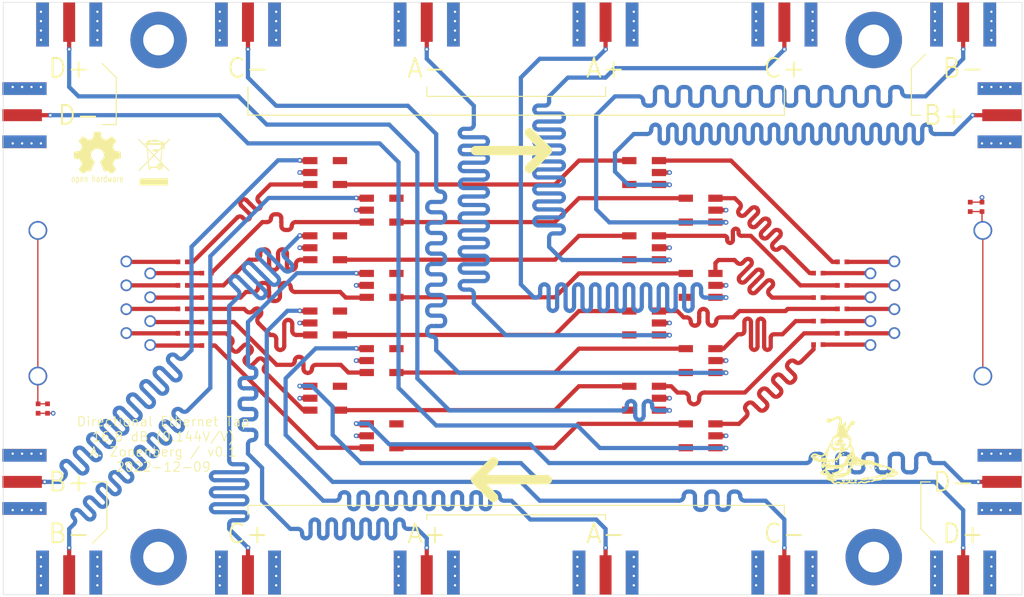
<source format=kicad_pcb>
(kicad_pcb (version 20211014) (generator pcbnew)
  (layers (0 "F.Cu" signal) (1 "In1.Cu" signal) (2 "In2.Cu" signal) (31 "B.Cu" signal) (34 "B.Paste" user) (35 "F.Paste" user) (36 "B.SilkS" user "B.Silkscreen") (37 "F.SilkS" user "F.Silkscreen") (38 "B.Mask" user) (39 "F.Mask" user) (44 "Edge.Cuts" user))
  (net 0 "")
  (net 1 "/PAIRA_L_P")
  (net 2 "Net-(U5-Pad3)")
  (net 3 "/PAIRA_L_N")
  (net 4 "Net-(U6-Pad3)")
  (net 5 "/PAIRB_L_P")
  (net 6 "Net-(U7-Pad3)")
  (net 7 "/PAIRB_L_N")
  (net 8 "Net-(U8-Pad3)")
  (net 9 "/PAIRC_L_P")
  (net 10 "Net-(U1-Pad3)")
  (net 11 "/PAIRC_L_N")
  (net 12 "Net-(U2-Pad3)")
  (net 13 "/PAIRD_L_P")
  (net 14 "Net-(U3-Pad3)")
  (net 15 "/PAIRD_L_N")
  (net 16 "Net-(U4-Pad3)")
  (net 17 "/PAIRA_R_P")
  (net 18 "Net-(U13-Pad3)")
  (net 19 "/PAIRA_R_N")
  (net 20 "Net-(U14-Pad3)")
  (net 21 "/PAIRB_R_P")
  (net 22 "Net-(U15-Pad3)")
  (net 23 "/PAIRB_R_N")
  (net 24 "Net-(U16-Pad3)")
  (net 25 "/PAIRC_R_P")
  (net 26 "Net-(U9-Pad3)")
  (net 27 "/PAIRC_R_N")
  (net 28 "Net-(U10-Pad3)")
  (net 29 "/PAIRD_R_P")
  (net 30 "Net-(U11-Pad3)")
  (net 31 "/PAIRD_R_N")
  (net 32 "Net-(U12-Pad3)")
  (net 33 "/GND")
  (net 34 "/PAIRA_L2R_P")
  (net 35 "/PAIRA_L2R_N")
  (net 36 "/PAIRB_L2R_P")
  (net 37 "/PAIRB_L2R_N")
  (net 38 "/PAIRC_L2R_P")
  (net 39 "/PAIRC_L2R_N")
  (net 40 "/PAIRD_L2R_P")
  (net 41 "/PAIRD_L2R_N")
  (net 42 "/PAIRA_R2L_P")
  (net 43 "/PAIRA_R2L_N")
  (net 44 "/PAIRB_R2L_P")
  (net 45 "/PAIRB_R2L_N")
  (net 46 "/PAIRC_R2L_P")
  (net 47 "/PAIRC_R2L_N")
  (net 48 "/PAIRD_R2L_P")
  (net 49 "/PAIRD_R2L_N")
  (net 50 "/PAIRC_MID_P")
  (net 51 "/PAIRC_MID_N")
  (net 52 "/PAIRD_MID_P")
  (net 53 "/PAIRD_MID_N")
  (net 54 "/PAIRA_MID_P")
  (net 55 "/PAIRA_MID_N")
  (net 56 "/PAIRB_MID_P")
  (net 57 "/PAIRB_MID_N")
  (net 58 "/SHLD1")
  (net 59 "/SHLD2")
  (footprint "azonenberg_pcb:EIA_0402_CAP_NOSILK" (layer "F.Cu") (at 101.06 83.2)
    (fp_text reference "C15" hide)
    (fp_text value "0.1 uF" hide)
  )
  (footprint "azonenberg_pcb:CONN_SMA_EDGE_SAMTEC_SMA_J_P_H_ST_EM1" (layer "F.Cu") (at 165 48 180)
    (fp_text reference "J7" hide)
    (fp_text value "SMA" hide)
  )
  (footprint "w_logo:Logo_silk_WEEE_3.4x5mm" (layer "F.Cu") (at 98 65)
    (fp_text reference "G***" hide)
    (fp_text value "LOGO" hide)
  )
  (footprint "azonenberg_pcb:EIA_0402_CAP_NOSILK" (layer "F.Cu") (at 168.6 84.4 180)
    (fp_text reference "C8" hide)
    (fp_text value "0.1 uF" hide)
  )
  (footprint "azonenberg_pcb:LONGTHING-1200DPI" (layer "F.Cu") (at 173 96)
    (fp_text reference "G***" hide)
    (fp_text value "LOGO" hide)
  )
  (footprint "azonenberg_pcb:CONN_SMA_EDGE_SAMTEC_SMA_J_P_H_ST_EM1" (layer "F.Cu") (at 81.9 99 -90)
    (fp_text reference "J13" hide)
    (fp_text value "SMA" hide)
  )
  (footprint "azonenberg_pcb:COUPLER_MINICIRCUITS_DBTC16-282LX" (layer "F.Cu") (at 122.2 86.1 -90)
    (fp_text reference "U10" hide)
    (fp_text value "DBTC16-282LX+" hide)
  )
  (footprint "w_logo:Logo_silk_OSHW_6x6mm" (layer "F.Cu") (at 92 64)
    (fp_text reference "G***" hide)
    (fp_text value "LOGO" hide)
  )
  (footprint "azonenberg_pcb:CONN_SMA_EDGE_SAMTEC_SMA_J_P_H_ST_EM1" (layer "F.Cu") (at 108 111)
    (fp_text reference "J15" hide)
    (fp_text value "SMA" hide)
  )
  (footprint "azonenberg_pcb:EIA_0402_CAP_NOSILK" (layer "F.Cu") (at 171.14 75.6 180)
    (fp_text reference "C3" hide)
    (fp_text value "0.1 uF" hide)
  )
  (footprint "azonenberg_pcb:COUPLER_MINICIRCUITS_DBTC16-282LX" (layer "F.Cu") (at 156.1 94.1 90)
    (fp_text reference "U4" hide)
    (fp_text value "DBTC16-282LX+" hide)
  )
  (footprint "azonenberg_pcb:COUPLER_MINICIRCUITS_DBTC16-282LX" (layer "F.Cu") (at 116.2 66.1 -90)
    (fp_text reference "U15" hide)
    (fp_text value "DBTC16-282LX+" hide)
  )
  (footprint "azonenberg_pcb:COUPLER_MINICIRCUITS_DBTC16-282LX" (layer "F.Cu") (at 156.1 86.1 90)
    (fp_text reference "U2" hide)
    (fp_text value "DBTC16-282LX+" hide)
  )
  (footprint "azonenberg_pcb:EIA_0402_CAP_NOSILK" (layer "F.Cu") (at 168.6 79.4 180)
    (fp_text reference "C1" hide)
    (fp_text value "0.1 uF" hide)
  )
  (footprint "azonenberg_pcb:EIA_0402_CAP_NOSILK" (layer "F.Cu") (at 101.06 80.6)
    (fp_text reference "C10" hide)
    (fp_text value "0.1 uF" hide)
  )
  (footprint "azonenberg_pcb:EIA_0402_CAP_NOSILK" (layer "F.Cu") (at 103.6 76.8)
    (fp_text reference "C12" hide)
    (fp_text value "0.1 uF" hide)
  )
  (footprint "azonenberg_pcb:CONN_SMA_EDGE_SAMTEC_SMA_J_P_H_ST_EM1" (layer "F.Cu") (at 89 48 180)
    (fp_text reference "J9" hide)
    (fp_text value "SMA" hide)
  )
  (footprint "azonenberg_pcb:EIA_0402_CAP_NOSILK" (layer "F.Cu") (at 101.06 78.1)
    (fp_text reference "C13" hide)
    (fp_text value "0.1 uF" hide)
  )
  (footprint "azonenberg_pcb:EIA_0402_CAP_NOSILK" (layer "F.Cu") (at 103.6 82)
    (fp_text reference "C14" hide)
    (fp_text value "0.1 uF" hide)
  )
  (footprint "azonenberg_pcb:MECHANICAL_CLEARANCEHOLE_4_40" (layer "F.Cu") (at 174.5 52)
    (fp_text reference "MH2" hide)
    (fp_text value "4-40" hide)
  )
  (footprint "azonenberg_pcb:CONN_RJ45_BELSTEWART_SS-7188S-A-PG4-1-BA-xx" (layer "F.Cu") (at 88.7225 74.285 -90)
    (fp_text reference "J2" hide)
    (fp_text value "RJ45" hide)
  )
  (footprint "azonenberg_pcb:EIA_0402_CAP_NOSILK" (layer "F.Cu") (at 103.6 79.4)
    (fp_text reference "C9" hide)
    (fp_text value "0.1 uF" hide)
  )
  (footprint "azonenberg_pcb:CONN_SMA_EDGE_SAMTEC_SMA_J_P_H_ST_EM1" (layer "F.Cu") (at 127 48 180)
    (fp_text reference "J4" hide)
    (fp_text value "SMA" hide)
  )
  (footprint "azonenberg_pcb:CONN_SMA_EDGE_SAMTEC_SMA_J_P_H_ST_EM1" (layer "F.Cu") (at 184 48 180)
    (fp_text reference "J6" hide)
    (fp_text value "SMA" hide)
  )
  (footprint "azonenberg_pcb:COUPLER_MINICIRCUITS_DBTC16-282LX" (layer "F.Cu") (at 116.2 90.1 -90)
    (fp_text reference "U11" hide)
    (fp_text value "DBTC16-282LX+" hide)
  )
  (footprint "azonenberg_pcb:COUPLER_MINICIRCUITS_DBTC16-282LX" (layer "F.Cu") (at 116.2 82.1 -90)
    (fp_text reference "U14" hide)
    (fp_text value "DBTC16-282LX+" hide)
  )
  (footprint "azonenberg_pcb:EIA_0402_CAP_NOSILK" (layer "F.Cu") (at 168.6 76.8 180)
    (fp_text reference "C4" hide)
    (fp_text value "0.1 uF" hide)
  )
  (footprint "azonenberg_pcb:COUPLER_MINICIRCUITS_DBTC16-282LX" (layer "F.Cu") (at 122.2 78.1 -90)
    (fp_text reference "U13" hide)
    (fp_text value "DBTC16-282LX+" hide)
  )
  (footprint "azonenberg_pcb:CONN_SMA_EDGE_SAMTEC_SMA_J_P_H_ST_EM1" (layer "F.Cu") (at 190.225 99 90)
    (fp_text reference "J18" hide)
    (fp_text value "SMA" hide)
  )
  (footprint "azonenberg_pcb:CONN_SMA_EDGE_SAMTEC_SMA_J_P_H_ST_EM1" (layer "F.Cu") (at 89 111)
    (fp_text reference "J14" hide)
    (fp_text value "SMA" hide)
  )
  (footprint "azonenberg_pcb:CONN_SMA_EDGE_SAMTEC_SMA_J_P_H_ST_EM1" (layer "F.Cu") (at 81.9 60 -90)
    (fp_text reference "J10" hide)
    (fp_text value "SMA" hide)
  )
  (footprint "azonenberg_pcb:EIA_0402_CAP_NOSILK" (layer "F.Cu") (at 171.14 78.1 180)
    (fp_text reference "C5" hide)
    (fp_text value "0.1 uF" hide)
  )
  (footprint "azonenberg_pcb:COUPLER_MINICIRCUITS_DBTC16-282LX" (layer "F.Cu") (at 150.1 82.1 90)
    (fp_text reference "U6" hide)
    (fp_text value "DBTC16-282LX+" hide)
  )
  (footprint "azonenberg_pcb:CONN_SMA_EDGE_SAMTEC_SMA_J_P_H_ST_EM1" (layer "F.Cu") (at 190.225 60 90)
    (fp_text reference "J5" hide)
    (fp_text value "SMA" hide)
  )
  (footprint "azonenberg_pcb:EIA_0402_RES_NOSILK" (layer "F.Cu") (at 85.7 91.2 -90)
    (fp_text reference "R2" hide)
    (fp_text value "1M" hide)
  )
  (footprint "azonenberg_pcb:EIA_0402_CAP_NOSILK" (layer "F.Cu") (at 171.14 80.6 180)
    (fp_text reference "C2" hide)
    (fp_text value "0.1 uF" hide)
  )
  (footprint "azonenberg_pcb:MECHANICAL_CLEARANCEHOLE_4_40" (layer "F.Cu") (at 98.5 52)
    (fp_text reference "MH3" hide)
    (fp_text value "4-40" hide)
  )
  (footprint "azonenberg_pcb:EIA_0402_CAP_NOSILK" (layer "F.Cu") (at 171.14 83.2 180)
    (fp_text reference "C7" hide)
    (fp_text value "0.1 uF" hide)
  )
  (footprint "azonenberg_pcb:CONN_SMA_EDGE_SAMTEC_SMA_J_P_H_ST_EM1" (layer "F.Cu") (at 108 48 180)
    (fp_text reference "J8" hide)
    (fp_text value "SMA" hide)
  )
  (footprint "azonenberg_pcb:COUPLER_MINICIRCUITS_DBTC16-282LX" (layer "F.Cu") (at 156.1 70.1 90)
    (fp_text reference "U8" hide)
    (fp_text value "DBTC16-282LX+" hide)
  )
  (footprint "azonenberg_pcb:CONN_SMA_EDGE_SAMTEC_SMA_J_P_H_ST_EM1" (layer "F.Cu") (at 184 111)
    (fp_text reference "J17" hide)
    (fp_text value "SMA" hide)
  )
  (footprint "azonenberg_pcb:CONN_SMA_EDGE_SAMTEC_SMA_J_P_H_ST_EM1" (layer "F.Cu") (at 165 111)
    (fp_text reference "J16" hide)
    (fp_text value "SMA" hide)
  )
  (footprint "azonenberg_pcb:EIA_0402_CAP_NOSILK" (layer "F.Cu") (at 168.6 81.9 180)
    (fp_text reference "C6" hide)
    (fp_text value "0.1 uF" hide)
  )
  (footprint "azonenberg_pcb:COUPLER_MINICIRCUITS_DBTC16-282LX" (layer "F.Cu") (at 116.2 74.1 -90)
    (fp_text reference "U9" hide)
    (fp_text value "DBTC16-282LX+" hide)
  )
  (footprint "azonenberg_pcb:EIA_0402_CAP_NOSILK" (layer "F.Cu") (at 101.06 75.6)
    (fp_text reference "C11" hide)
    (fp_text value "0.1 uF" hide)
  )
  (footprint "azonenberg_pcb:COUPLER_MINICIRCUITS_DBTC16-282LX" (layer "F.Cu") (at 122.2 70.1 -90)
    (fp_text reference "U16" hide)
    (fp_text value "DBTC16-282LX+" hide)
  )
  (footprint "azonenberg_pcb:COUPLER_MINICIRCUITS_DBTC16-282LX" (layer "F.Cu") (at 122.2 94.1 -90)
    (fp_text reference "U12" hide)
    (fp_text value "DBTC16-282LX+" hide)
  )
  (footprint "azonenberg_pcb:COUPLER_MINICIRCUITS_DBTC16-282LX" (layer "F.Cu") (at 150.1 90.1 90)
    (fp_text reference "U3" hide)
    (fp_text value "DBTC16-282LX+" hide)
  )
  (footprint "azonenberg_pcb:CONN_SMA_EDGE_SAMTEC_SMA_J_P_H_ST_EM1" (layer "F.Cu") (at 146 111)
    (fp_text reference "J12" hide)
    (fp_text value "SMA" hide)
  )
  (footprint "azonenberg_pcb:EIA_0402_RES_NOSILK" (layer "F.Cu") (at 186 69.749999 90)
    (fp_text reference "R1" hide)
    (fp_text value "1M" hide)
  )
  (footprint "azonenberg_pcb:MECHANICAL_CLEARANCEHOLE_4_40" (layer "F.Cu") (at 174.5 107)
    (fp_text reference "MH1" hide)
    (fp_text value "4-40" hide)
  )
  (footprint "azonenberg_pcb:MECHANICAL_CLEARANCEHOLE_4_40" (layer "F.Cu") (at 98.5 107)
    (fp_text reference "MH4" hide)
    (fp_text value "4-40" hide)
  )
  (footprint "azonenberg_pcb:EIA_0402_CAP_NOSILK" (layer "F.Cu") (at 86.7 91.2 -90)
    (fp_text reference "C18" hide)
    (fp_text value "0.1 uF" hide)
  )
  (footprint "azonenberg_pcb:CONN_SMA_EDGE_SAMTEC_SMA_J_P_H_ST_EM1" (layer "F.Cu") (at 127 111)
    (fp_text reference "J11" hide)
    (fp_text value "SMA" hide)
  )
  (footprint "azonenberg_pcb:COUPLER_MINICIRCUITS_DBTC16-282LX" (layer "F.Cu") (at 156.1 78.1 90)
    (fp_text reference "U5" hide)
    (fp_text value "DBTC16-282LX+" hide)
  )
  (footprint "azonenberg_pcb:COUPLER_MINICIRCUITS_DBTC16-282LX" (layer "F.Cu") (at 150.1 66.1 90)
    (fp_text reference "U7" hide)
    (fp_text value "DBTC16-282LX+" hide)
  )
  (footprint "azonenberg_pcb:EIA_0402_CAP_NOSILK" (layer "F.Cu") (at 103.6 84.5)
    (fp_text reference "C16" hide)
    (fp_text value "0.1 uF" hide)
  )
  (footprint "azonenberg_pcb:CONN_SMA_EDGE_SAMTEC_SMA_J_P_H_ST_EM1" (layer "F.Cu") (at 146 48 180)
    (fp_text reference "J3" hide)
    (fp_text value "SMA" hide)
  )
  (footprint "azonenberg_pcb:COUPLER_MINICIRCUITS_DBTC16-282LX" (layer "F.Cu") (at 150.1 74.1 90)
    (fp_text reference "U1" hide)
    (fp_text value "DBTC16-282LX+" hide)
  )
  (footprint "azonenberg_pcb:EIA_0402_CAP_NOSILK" (layer "F.Cu") (at 184.75 69.75 90)
    (fp_text reference "C17" hide)
    (fp_text value "0.1 uF" hide)
  )
  (footprint "azonenberg_pcb:CONN_RJ45_BELSTEWART_SS-7188S-A-PG4-1-BA-xx" (layer "B.Cu") (at 183.038729 74.285 -90)
    (fp_text reference "J1" hide)
    (fp_text value "RJ45" hide)
  )
  (gr_line (start 92.5 54.5) (end 94 56) (layer "F.SilkS") (width 0.12))
  (gr_line (start 178.500003 60) (end 179.500001 60) (layer "F.SilkS") (width 0.12))
  (gr_line (start 93 99) (end 93 104) (layer "F.SilkS") (width 0.12))
  (gr_line (start 179.5 104) (end 181 105.5) (layer "F.SilkS") (width 0.12))
  (gr_line (start 165 101.5) (end 165 102.5) (layer "F.SilkS") (width 0.12))
  (gr_line (start 146 102.5) (end 146 103) (layer "F.SilkS") (width 0.12))
  (gr_line (start 94 61) (end 92.5 61) (layer "F.SilkS") (width 0.12))
  (gr_line (start 165 60) (end 165 57) (layer "F.SilkS") (width 0.12))
  (gr_line (start 127 57) (end 127 58) (layer "F.SilkS") (width 0.12))
  (gr_line (start 108 101.5) (end 165 101.5) (layer "F.SilkS") (width 0.12))
  (gr_line (start 93 104) (end 91.5 105.5) (layer "F.SilkS") (width 0.12))
  (gr_line (start 180.5 99) (end 179.5 99) (layer "F.SilkS") (width 0.12))
  (gr_line (start 127 103) (end 127 102.5) (layer "F.SilkS") (width 0.12))
  (gr_line (start 178.5 60) (end 178.5 55) (layer "F.SilkS") (width 0.12))
  (gr_line (start 94 56) (end 94 61) (layer "F.SilkS") (width 0.12))
  (gr_line (start 108 102.5) (end 108 101.5) (layer "F.SilkS") (width 0.12))
  (gr_line (start 127 102.5) (end 146 102.5) (layer "F.SilkS") (width 0.12))
  (gr_line (start 146 58) (end 146 57) (layer "F.SilkS") (width 0.12))
  (gr_line (start 91.5 99) (end 93 99) (layer "F.SilkS") (width 0.12))
  (gr_line (start 127 58) (end 146 58) (layer "F.SilkS") (width 0.12))
  (gr_line (start 179.5 99) (end 179.5 104) (layer "F.SilkS") (width 0.12))
  (gr_line (start 108 60) (end 165 60) (layer "F.SilkS") (width 0.12))
  (gr_line (start 108 57) (end 108 60) (layer "F.SilkS") (width 0.12))
  (gr_line (start 178.5 55) (end 180.000001 53.5) (layer "F.SilkS") (width 0.12))
  (gr_line (start 190.25 111) (end 190.25 48) (layer "Edge.Cuts") (width 0.05))
  (gr_line (start 190.25 48) (end 82 48) (layer "Edge.Cuts") (width 0.05))
  (gr_line (start 82 48) (end 82 111) (layer "Edge.Cuts") (width 0.05))
  (gr_line (start 82 111) (end 190.25 111) (layer "Edge.Cuts") (width 0.05))
  (gr_text "D-" (at 183 99) (layer "F.SilkS") (effects (font (size 2 2) (thickness 0.2))))
  (gr_text "→" (at 136 63) (layer "F.SilkS") (effects (font (size 10 10) (thickness 1))))
  (gr_text "D-" (at 90 60) (layer "F.SilkS") (effects (font (size 2 2) (thickness 0.2))))
  (gr_text "D+" (at 184 104.5) (layer "F.SilkS") (effects (font (size 2 2) (thickness 0.2))))
  (gr_text "A+" (at 127 104.5) (layer "F.SilkS") (effects (font (size 2 2) (thickness 0.2))))
  (gr_text "C+" (at 108 104.5) (layer "F.SilkS") (effects (font (size 2 2) (thickness 0.2))))
  (gr_text "B-" (at 184 55) (layer "F.SilkS") (effects (font (size 2 2) (thickness 0.2))))
  (gr_text "A-" (at 146 104.5) (layer "F.SilkS") (effects (font (size 2 2) (thickness 0.2))))
  (gr_text "Directional Ethernet Tap\n16.8 dB (0.144V/V)\nA. Zonenberg / v0.1\n2022-12-09" (at 99 95) (layer "F.SilkS") (effects (font (size 1 1) (thickness 0.1))))
  (gr_text "A-" (at 127 55) (layer "F.SilkS") (effects (font (size 2 2) (thickness 0.2))))
  (gr_text "C+" (at 165 55) (layer "F.SilkS") (effects (font (size 2 2) (thickness 0.2))))
  (gr_text "C-" (at 165 104.5) (layer "F.SilkS") (effects (font (size 2 2) (thickness 0.2))))
  (gr_text "B+" (at 182 60) (layer "F.SilkS") (effects (font (size 2 2) (thickness 0.2))))
  (gr_text "C-" (at 108 55) (layer "F.SilkS") (effects (font (size 2 2) (thickness 0.2))))
  (gr_text "D+" (at 89 55) (layer "F.SilkS") (effects (font (size 2 2) (thickness 0.2))))
  (gr_text "←" (at 136 98) (layer "F.SilkS") (effects (font (size 10 10) (thickness 1))))
  (gr_text "B-" (at 89 104.5) (layer "F.SilkS") (effects (font (size 2 2) (thickness 0.2))))
  (gr_text "A+" (at 146 55) (layer "F.SilkS") (effects (font (size 2 2) (thickness 0.2))))
  (gr_text "B+" (at 89 99) (layer "F.SilkS") (effects (font (size 2 2) (thickness 0.2))))
  (segment (start 169.1 79.4) (end 174.113729 79.4) (width 0.45) (layer "F.Cu") (net 1))
  (segment (start 161.979896 77.679896) (end 161.404402 78.255389) (width 0.45) (layer "F.Cu") (net 2))
  (segment (start 163.394109 79.094108) (end 163.7 79.4) (width 0.45) (layer "F.Cu") (net 2))
  (segment (start 163.7 79.4) (end 168.1 79.4) (width 0.45) (layer "F.Cu") (net 2))
  (segment (start 163.394108 79.094107) (end 163.394109 79.094108) (width 0.45) (layer "F.Cu") (net 2))
  (segment (start 161.979898 77.679897) (end 162.555391 77.104403) (width 0.45) (layer "F.Cu") (net 2))
  (segment (start 161.13137 76.265684) (end 160.273034 77.124021) (width 0.45) (layer "F.Cu") (net 2))
  (segment (start 161.42402 75.407348) (end 161.424021 75.407349) (width 0.45) (layer "F.Cu") (net 2))
  (segment (start 160.565685 75.699999) (end 160.565686 75.700001) (width 0.45) (layer "F.Cu") (net 2))
  (segment (start 161.970087 78.821075) (end 163.121072 77.670085) (width 0.45) (layer "F.Cu") (net 2))
  (segment (start 160.838719 77.689707) (end 161.989704 76.538717) (width 0.45) (layer "F.Cu") (net 2))
  (segment (start 157.675 75.725) (end 158 75.4) (width 0.45) (layer "F.Cu") (net 2))
  (segment (start 159.7 75.4) (end 160 75.7) (width 0.45) (layer "F.Cu") (net 2))
  (segment (start 161.42402 75.973034) (end 161.424022 75.973035) (width 0.45) (layer "F.Cu") (net 2))
  (segment (start 163.394109 78.528422) (end 163.686759 78.235771) (width 0.45) (layer "F.Cu") (net 2))
  (segment (start 161.979898 77.679897) (end 161.979896 77.679896) (width 0.45) (layer "F.Cu") (net 2))
  (segment (start 157.675 76.83) (end 157.675 75.725) (width 0.45) (layer "F.Cu") (net 2))
  (segment (start 160.565686 75.700001) (end 160.858335 75.407349) (width 0.45) (layer "F.Cu") (net 2))
  (segment (start 158 75.4) (end 159.7 75.4) (width 0.45) (layer "F.Cu") (net 2))
  (segment (start 161.424022 75.973035) (end 161.13137 76.265684) (width 0.45) (layer "F.Cu") (net 2))
  (arc (start 161.404402 78.255389) (mid 161.287245 78.538232) (end 161.404402 78.821075) (width 0.45) (layer "F.Cu") (net 2))
  (arc (start 162.555392 76.538719) (mid 162.672549 76.821562) (end 162.555391 77.104404) (width 0.45) (layer "F.Cu") (net 2))
  (arc (start 161.424021 75.407349) (mid 161.541178 75.690192) (end 161.42402 75.973034) (width 0.45) (layer "F.Cu") (net 2))
  (arc (start 160 75.7) (mid 160.282843 75.817157) (end 160.565685 75.699999) (width 0.45) (layer "F.Cu") (net 2))
  (arc (start 163.68676 77.670087) (mid 163.803917 77.95293) (end 163.686759 78.235772) (width 0.45) (layer "F.Cu") (net 2))
  (arc (start 161.989704 76.538717) (mid 162.272549 76.421562) (end 162.555392 76.538719) (width 0.45) (layer "F.Cu") (net 2))
  (arc (start 163.121072 77.670085) (mid 163.403917 77.55293) (end 163.68676 77.670087) (width 0.45) (layer "F.Cu") (net 2))
  (arc (start 160.273034 77.689707) (mid 160.555877 77.806864) (end 160.838719 77.689706) (width 0.45) (layer "F.Cu") (net 2))
  (arc (start 161.404402 78.821075) (mid 161.687245 78.938232) (end 161.970087 78.821074) (width 0.45) (layer "F.Cu") (net 2))
  (arc (start 160.273034 77.124021) (mid 160.155877 77.406864) (end 160.273034 77.689707) (width 0.45) (layer "F.Cu") (net 2))
  (arc (start 160.858335 75.407349) (mid 161.141177 75.290191) (end 161.42402 75.407348) (width 0.45) (layer "F.Cu") (net 2))
  (arc (start 163.394109 78.528422) (mid 163.276951 78.811264) (end 163.394108 79.094107) (width 0.45) (layer "F.Cu") (net 2))
  (segment (start 171.64 80.6) (end 176.653729 80.6) (width 0.45) (layer "F.Cu") (net 3))
  (segment (start 158.194152 81.5) (end 159.56 81.5) (width 0.45) (layer "F.Cu") (net 4))
  (segment (start 154.3 81.5) (end 154.6 81.5) (width 0.45) (layer "F.Cu") (net 4))
  (segment (start 157.294152 82.388304) (end 157.305848 82.388304) (width 0.45) (layer "F.Cu") (net 4))
  (segment (start 155.944152 81.944152) (end 155.944152 81.5) (width 0.45) (layer "F.Cu") (net 4))
  (segment (start 159.56 81.5) (end 160.23 80.83) (width 0.45) (layer "F.Cu") (net 4))
  (segment (start 160.23 80.83) (end 165.12 80.83) (width 0.45) (layer "F.Cu") (net 4))
  (segment (start 153.63 80.83) (end 154.3 81.5) (width 0.45) (layer "F.Cu") (net 4))
  (segment (start 155.944152 81.5) (end 155.95 81.5) (width 0.45) (layer "F.Cu") (net 4))
  (segment (start 155.488304 82.388304) (end 155.5 82.388304) (width 0.45) (layer "F.Cu") (net 4))
  (segment (start 156.394152 80.611696) (end 156.405848 80.611696) (width 0.45) (layer "F.Cu") (net 4))
  (segment (start 156.85 81.055848) (end 156.85 81.944152) (width 0.45) (layer "F.Cu") (net 4))
  (segment (start 155.95 81.5) (end 155.95 81.055848) (width 0.45) (layer "F.Cu") (net 4))
  (segment (start 165.35 80.6) (end 170.64 80.6) (width 0.45) (layer "F.Cu") (net 4))
  (segment (start 165.12 80.83) (end 165.35 80.6) (width 0.45) (layer "F.Cu") (net 4))
  (segment (start 151.675 80.83) (end 153.63 80.83) (width 0.45) (layer "F.Cu") (net 4))
  (arc (start 155.044152 81.944152) (mid 155.174241 82.258215) (end 155.488304 82.388304) (width 0.45) (layer "F.Cu") (net 4))
  (arc (start 156.85 81.944152) (mid 156.980089 82.258215) (end 157.294152 82.388304) (width 0.45) (layer "F.Cu") (net 4))
  (arc (start 154.6 81.5) (mid 154.914063 81.630089) (end 155.044152 81.944152) (width 0.45) (layer "F.Cu") (net 4))
  (arc (start 157.305848 82.388304) (mid 157.619911 82.258215) (end 157.75 81.944152) (width 0.45) (layer "F.Cu") (net 4))
  (arc (start 155.95 81.055848) (mid 156.080089 80.741785) (end 156.394152 80.611696) (width 0.45) (layer "F.Cu") (net 4))
  (arc (start 156.405848 80.611696) (mid 156.719911 80.741785) (end 156.85 81.055848) (width 0.45) (layer "F.Cu") (net 4))
  (arc (start 157.75 81.944152) (mid 157.880089 81.630089) (end 158.194152 81.5) (width 0.45) (layer "F.Cu") (net 4))
  (arc (start 155.5 82.388304) (mid 155.814063 82.258215) (end 155.944152 81.944152) (width 0.45) (layer "F.Cu") (net 4))
  (segment (start 171.64 75.6) (end 176.643729 75.6) (width 0.45) (layer "F.Cu") (net 5))
  (segment (start 170.1 75.6) (end 170.64 75.6) (width 0.45) (layer "F.Cu") (net 6))
  (segment (start 151.675 64.83) (end 159.33 64.83) (width 0.45) (layer "F.Cu") (net 6))
  (segment (start 159.33 64.83) (end 170.1 75.6) (width 0.45) (layer "F.Cu") (net 6))
  (segment (start 169.1 76.8) (end 174.123729 76.8) (width 0.45) (layer "F.Cu") (net 7))
  (segment (start 163.220233 72.991209) (end 163.891207 72.320232) (width 0.45) (layer "F.Cu") (net 8))
  (segment (start 160.816072 70.587047) (end 160.851039 70.552079) (width 0.45) (layer "F.Cu") (net 8))
  (segment (start 165.058321 74.158322) (end 167.7 76.8) (width 0.45) (layer "F.Cu") (net 8))
  (segment (start 163.290168 71.118153) (end 163.290168 71.118152) (width 0.45) (layer "F.Cu") (net 8))
  (segment (start 162.619193 72.991208) (end 162.619193 72.991209) (width 0.45) (layer "F.Cu") (net 8))
  (segment (start 163.821274 74.193289) (end 163.821274 74.19329) (width 0.45) (layer "F.Cu") (net 8))
  (segment (start 157.675 68.83) (end 159.73 68.83) (width 0.45) (layer "F.Cu") (net 8))
  (segment (start 159.73 68.83) (end 160.25 69.35) (width 0.45) (layer "F.Cu") (net 8))
  (segment (start 162.018152 71.789128) (end 162.689126 71.118151) (width 0.45) (layer "F.Cu") (net 8))
  (segment (start 161.417112 71.789127) (end 161.417112 71.789128) (width 0.45) (layer "F.Cu") (net 8))
  (segment (start 164.422314 74.19329) (end 164.457281 74.158322) (width 0.45) (layer "F.Cu") (net 8))
  (segment (start 162.619193 72.390168) (end 163.290168 71.719192) (width 0.45) (layer "F.Cu") (net 8))
  (segment (start 167.7 76.8) (end 168.1 76.8) (width 0.45) (layer "F.Cu") (net 8))
  (segment (start 163.821274 73.592249) (end 164.492249 72.921273) (width 0.45) (layer "F.Cu") (net 8))
  (segment (start 161.417112 71.188087) (end 162.088087 70.517111) (width 0.45) (layer "F.Cu") (net 8))
  (segment (start 162.088087 69.916072) (end 162.088087 69.916071) (width 0.45) (layer "F.Cu") (net 8))
  (segment (start 160.215033 70.587048) (end 160.215032 70.587047) (width 0.45) (layer "F.Cu") (net 8))
  (segment (start 164.492249 72.320234) (end 164.492249 72.320233) (width 0.45) (layer "F.Cu") (net 8))
  (segment (start 160.215032 69.986007) (end 160.25 69.95104) (width 0.45) (layer "F.Cu") (net 8))
  (segment (start 160.851039 70.552079) (end 161.487045 69.91607) (width 0.45) (layer "F.Cu") (net 8))
  (arc (start 163.891207 72.320232) (mid 164.191728 72.195754) (end 164.492249 72.320234) (width 0.45) (layer "F.Cu") (net 8))
  (arc (start 163.821274 73.592249) (mid 163.696795 73.892769) (end 163.821274 74.193289) (width 0.45) (layer "F.Cu") (net 8))
  (arc (start 164.457281 74.158322) (mid 164.757802 74.033843) (end 165.058322 74.158323) (width 0.45) (layer "F.Cu") (net 8))
  (arc (start 161.487045 69.91607) (mid 161.787566 69.791592) (end 162.088087 69.916072) (width 0.45) (layer "F.Cu") (net 8))
  (arc (start 162.689126 71.118151) (mid 162.989647 70.993673) (end 163.290168 71.118153) (width 0.45) (layer "F.Cu") (net 8))
  (arc (start 162.619193 72.991209) (mid 162.919714 73.115688) (end 163.220234 72.991208) (width 0.45) (layer "F.Cu") (net 8))
  (arc (start 162.619193 72.390168) (mid 162.494714 72.690688) (end 162.619193 72.991208) (width 0.45) (layer "F.Cu") (net 8))
  (arc (start 160.25 69.35) (mid 160.374479 69.650521) (end 160.249999 69.951041) (width 0.45) (layer "F.Cu") (net 8))
  (arc (start 162.088087 69.916071) (mid 162.212566 70.216592) (end 162.088086 70.517112) (width 0.45) (layer "F.Cu") (net 8))
  (arc (start 160.215032 70.587047) (mid 160.515553 70.711526) (end 160.816073 70.587046) (width 0.45) (layer "F.Cu") (net 8))
  (arc (start 164.492249 72.320233) (mid 164.616728 72.620754) (end 164.492248 72.921274) (width 0.45) (layer "F.Cu") (net 8))
  (arc (start 163.821274 74.19329) (mid 164.121795 74.317769) (end 164.422315 74.193289) (width 0.45) (layer "F.Cu") (net 8))
  (arc (start 161.417112 71.188087) (mid 161.292633 71.488607) (end 161.417112 71.789127) (width 0.45) (layer "F.Cu") (net 8))
  (arc (start 160.215032 69.986007) (mid 160.090553 70.286528) (end 160.215033 70.587048) (width 0.45) (layer "F.Cu") (net 8))
  (arc (start 161.417112 71.789128) (mid 161.717633 71.913607) (end 162.018153 71.789127) (width 0.45) (layer "F.Cu") (net 8))
  (arc (start 163.290168 71.118152) (mid 163.414647 71.418673) (end 163.290167 71.719193) (width 0.45) (layer "F.Cu") (net 8))
  (segment (start 171.64 78.1) (end 176.683729 78.1) (width 0.45) (layer "F.Cu") (net 9))
  (segment (start 161.43 72.83) (end 160.43 72.83) (width 0.45) (layer "F.Cu") (net 10))
  (segment (start 151.675 72.83) (end 158.63 72.83) (width 0.45) (layer "F.Cu") (net 10))
  (segment (start 159.53 72.373833) (end 159.53 72.53) (width 0.45) (layer "F.Cu") (net 10))
  (segment (start 159.53 72.53) (end 159.53 73.286167) (width 0.45) (layer "F.Cu") (net 10))
  (segment (start 158.93 73.286167) (end 158.93 73.13) (width 0.45) (layer "F.Cu") (net 10))
  (segment (start 160.13 72.53) (end 160.13 72.373833) (width 0.45) (layer "F.Cu") (net 10))
  (segment (start 170.64 78.1) (end 166.7 78.1) (width 0.45) (layer "F.Cu") (net 10))
  (segment (start 166.7 78.1) (end 161.43 72.83) (width 0.45) (layer "F.Cu") (net 10))
  (arc (start 160.43 72.83) (mid 160.217868 72.742132) (end 160.13 72.53) (width 0.45) (layer "F.Cu") (net 10))
  (arc (start 159.53 73.286167) (mid 159.442132 73.498299) (end 159.23 73.586167) (width 0.45) (layer "F.Cu") (net 10))
  (arc (start 160.13 72.373833) (mid 160.042132 72.161701) (end 159.83 72.073833) (width 0.45) (layer "F.Cu") (net 10))
  (arc (start 159.23 73.586167) (mid 159.017868 73.498299) (end 158.93 73.286167) (width 0.45) (layer "F.Cu") (net 10))
  (arc (start 158.93 73.13) (mid 158.842132 72.917868) (end 158.63 72.83) (width 0.45) (layer "F.Cu") (net 10))
  (arc (start 159.83 72.073833) (mid 159.617868 72.161701) (end 159.53 72.373833) (width 0.45) (layer "F.Cu") (net 10))
  (segment (start 169.1 81.9) (end 174.143729 81.9) (width 0.45) (layer "F.Cu") (net 11))
  (segment (start 162.15 84.607947) (end 162.15 81.992053) (width 0.45) (layer "F.Cu") (net 12))
  (segment (start 162.85 81.992053) (end 162.85 84.607947) (width 0.45) (layer "F.Cu") (net 12))
  (segment (start 158.53 84.83) (end 160.06 83.3) (width 0.45) (layer "F.Cu") (net 12))
  (segment (start 166.2 81.9) (end 168.1 81.9) (width 0.45) (layer "F.Cu") (net 12))
  (segment (start 163.9 83.3) (end 164.8 83.3) (width 0.45) (layer "F.Cu") (net 12))
  (segment (start 163.55 84.607947) (end 163.55 83.65) (width 0.45) (layer "F.Cu") (net 12))
  (segment (start 160.06 83.3) (end 160.4 83.3) (width 0.45) (layer "F.Cu") (net 12))
  (segment (start 160.75 82.95) (end 160.75 81.992053) (width 0.45) (layer "F.Cu") (net 12))
  (segment (start 164.8 83.3) (end 166.2 81.9) (width 0.45) (layer "F.Cu") (net 12))
  (segment (start 157.675 84.83) (end 158.53 84.83) (width 0.45) (layer "F.Cu") (net 12))
  (segment (start 161.45 81.992053) (end 161.45 84.607947) (width 0.45) (layer "F.Cu") (net 12))
  (arc (start 163.2 84.957947) (mid 163.447487 84.855434) (end 163.55 84.607947) (width 0.45) (layer "F.Cu") (net 12))
  (arc (start 161.1 81.642053) (mid 161.347487 81.744566) (end 161.45 81.992053) (width 0.45) (layer "F.Cu") (net 12))
  (arc (start 163.55 83.65) (mid 163.652513 83.402513) (end 163.9 83.3) (width 0.45) (layer "F.Cu") (net 12))
  (arc (start 161.45 84.607947) (mid 161.552513 84.855434) (end 161.8 84.957947) (width 0.45) (layer "F.Cu") (net 12))
  (arc (start 161.8 84.957947) (mid 162.047487 84.855434) (end 162.15 84.607947) (width 0.45) (layer "F.Cu") (net 12))
  (arc (start 162.5 81.642053) (mid 162.747487 81.744566) (end 162.85 81.992053) (width 0.45) (layer "F.Cu") (net 12))
  (arc (start 160.4 83.3) (mid 160.647487 83.197487) (end 160.75 82.95) (width 0.45) (layer "F.Cu") (net 12))
  (arc (start 160.75 81.992053) (mid 160.852513 81.744566) (end 161.1 81.642053) (width 0.45) (layer "F.Cu") (net 12))
  (arc (start 162.15 81.992053) (mid 162.252513 81.744566) (end 162.5 81.642053) (width 0.45) (layer "F.Cu") (net 12))
  (arc (start 162.85 84.607947) (mid 162.952513 84.855434) (end 163.2 84.957947) (width 0.45) (layer "F.Cu") (net 12))
  (segment (start 171.64 83.2) (end 176.663729 83.2) (width 0.45) (layer "F.Cu") (net 13))
  (segment (start 160.8 89.5) (end 167.1 83.2) (width 0.45) (layer "F.Cu") (net 14))
  (segment (start 154.85 90.05) (end 154.85 90.19609) (width 0.45) (layer "F.Cu") (net 14))
  (segment (start 152.97 88.83) (end 153.64 89.5) (width 0.45) (layer "F.Cu") (net 14))
  (segment (start 151.675 88.83) (end 152.97 88.83) (width 0.45) (layer "F.Cu") (net 14))
  (segment (start 155.95 90.19609) (end 155.95 90.05) (width 0.45) (layer "F.Cu") (net 14))
  (segment (start 156.5 89.5) (end 156.55 89.5) (width 0.45) (layer "F.Cu") (net 14))
  (segment (start 156.55 89.5) (end 160.8 89.5) (width 0.45) (layer "F.Cu") (net 14))
  (segment (start 153.64 89.5) (end 154.3 89.5) (width 0.45) (layer "F.Cu") (net 14))
  (segment (start 167.1 83.2) (end 170.64 83.2) (width 0.45) (layer "F.Cu") (net 14))
  (arc (start 155.95 90.05) (mid 156.111091 89.661091) (end 156.5 89.5) (width 0.45) (layer "F.Cu") (net 14))
  (arc (start 154.85 90.19609) (mid 155.011091 90.584999) (end 155.4 90.74609) (width 0.45) (layer "F.Cu") (net 14))
  (arc (start 155.4 90.74609) (mid 155.788909 90.584999) (end 155.95 90.19609) (width 0.45) (layer "F.Cu") (net 14))
  (arc (start 154.3 89.5) (mid 154.688909 89.661091) (end 154.85 90.05) (width 0.45) (layer "F.Cu") (net 14))
  (segment (start 169.1 84.4) (end 174.103729 84.4) (width 0.45) (layer "F.Cu") (net 15))
  (segment (start 162.941056 91.299469) (end 163.063255 91.177269) (width 0.45) (layer "F.Cu") (net 16))
  (segment (start 166.775574 86.224428) (end 168.1 84.9) (width 0.45) (layer "F.Cu") (net 16))
  (segment (start 164.670384 87.709356) (end 164.670385 87.709354) (width 0.45) (layer "F.Cu") (net 16))
  (segment (start 163.927922 87.831553) (end 164.050121 87.709355) (width 0.45) (layer "F.Cu") (net 16))
  (segment (start 165.412848 86.346628) (end 165.412849 86.346626) (width 0.45) (layer "F.Cu") (net 16))
  (segment (start 162.442994 89.936744) (end 163.063255 90.557006) (width 0.45) (layer "F.Cu") (net 16))
  (segment (start 164.425982 89.814542) (end 164.425983 89.814542) (width 0.45) (layer "F.Cu") (net 16))
  (segment (start 165.412848 86.96689) (end 166.033109 87.587152) (width 0.45) (layer "F.Cu") (net 16))
  (segment (start 157.675 92.83) (end 160.17 92.83) (width 0.45) (layer "F.Cu") (net 16))
  (segment (start 165.91091 88.329615) (end 166.033109 88.207415) (width 0.45) (layer "F.Cu") (net 16))
  (segment (start 160.95 90.809476) (end 161.072201 90.687276) (width 0.45) (layer "F.Cu") (net 16))
  (segment (start 165.910909 88.329615) (end 165.91091 88.329615) (width 0.45) (layer "F.Cu") (net 16))
  (segment (start 163.927921 87.831555) (end 163.927922 87.831553) (width 0.45) (layer "F.Cu") (net 16))
  (segment (start 160.17 92.83) (end 160.95 92.05) (width 0.45) (layer "F.Cu") (net 16))
  (segment (start 162.941055 91.299469) (end 162.941056 91.299469) (width 0.45) (layer "F.Cu") (net 16))
  (segment (start 162.442995 89.31648) (end 162.565194 89.194282) (width 0.45) (layer "F.Cu") (net 16))
  (segment (start 162.010662 90.989338) (end 162.320793 91.299469) (width 0.45) (layer "F.Cu") (net 16))
  (segment (start 162.002595 90.997409) (end 162.010662 90.989338) (width 0.45) (layer "F.Cu") (net 16))
  (segment (start 163.185457 89.194283) (end 163.185458 89.194281) (width 0.45) (layer "F.Cu") (net 16))
  (segment (start 163.185458 89.194281) (end 163.80572 89.814542) (width 0.45) (layer "F.Cu") (net 16))
  (segment (start 165.412849 86.346626) (end 165.535048 86.224428) (width 0.45) (layer "F.Cu") (net 16))
  (segment (start 164.425983 89.814542) (end 164.548182 89.692342) (width 0.45) (layer "F.Cu") (net 16))
  (segment (start 168.1 84.9) (end 168.1 84.4) (width 0.45) (layer "F.Cu") (net 16))
  (segment (start 161.692463 90.687277) (end 162.002595 90.997409) (width 0.45) (layer "F.Cu") (net 16))
  (segment (start 163.927921 88.451817) (end 164.548182 89.072079) (width 0.45) (layer "F.Cu") (net 16))
  (segment (start 162.442994 89.316482) (end 162.442995 89.31648) (width 0.45) (layer "F.Cu") (net 16))
  (segment (start 164.670385 87.709354) (end 165.290647 88.329615) (width 0.45) (layer "F.Cu") (net 16))
  (segment (start 166.155311 86.224429) (end 166.155312 86.224427) (width 0.45) (layer "F.Cu") (net 16))
  (arc (start 160.95 91.429738) (mid 160.82154 91.119606) (end 160.950001 90.809475) (width 0.45) (layer "F.Cu") (net 16))
  (arc (start 166.155312 86.224427) (mid 166.465443 86.352888) (end 166.775575 86.224428) (width 0.45) (layer "F.Cu") (net 16))
  (arc (start 162.442994 89.936744) (mid 162.314535 89.626612) (end 162.442994 89.316482) (width 0.45) (layer "F.Cu") (net 16))
  (arc (start 163.063255 91.177269) (mid 163.191715 90.867137) (end 163.063254 90.557006) (width 0.45) (layer "F.Cu") (net 16))
  (arc (start 162.565194 89.194282) (mid 162.875326 89.065822) (end 163.185457 89.194283) (width 0.45) (layer "F.Cu") (net 16))
  (arc (start 164.050121 87.709355) (mid 164.360253 87.580895) (end 164.670384 87.709356) (width 0.45) (layer "F.Cu") (net 16))
  (arc (start 162.320793 91.299469) (mid 162.630924 91.427929) (end 162.941055 91.299469) (width 0.45) (layer "F.Cu") (net 16))
  (arc (start 160.95 92.05) (mid 161.078461 91.739868) (end 160.95 91.429738) (width 0.45) (layer "F.Cu") (net 16))
  (arc (start 161.072201 90.687276) (mid 161.382333 90.558816) (end 161.692464 90.687277) (width 0.45) (layer "F.Cu") (net 16))
  (arc (start 163.80572 89.814542) (mid 164.115851 89.943002) (end 164.425982 89.814542) (width 0.45) (layer "F.Cu") (net 16))
  (arc (start 163.927921 88.451817) (mid 163.799462 88.141685) (end 163.927921 87.831555) (width 0.45) (layer "F.Cu") (net 16))
  (arc (start 165.290647 88.329615) (mid 165.600778 88.458075) (end 165.910909 88.329615) (width 0.45) (layer "F.Cu") (net 16))
  (arc (start 165.412848 86.96689) (mid 165.284389 86.656758) (end 165.412848 86.346628) (width 0.45) (layer "F.Cu") (net 16))
  (arc (start 166.033109 88.207415) (mid 166.161569 87.897283) (end 166.033108 87.587152) (width 0.45) (layer "F.Cu") (net 16))
  (arc (start 164.548182 89.692342) (mid 164.676642 89.38221) (end 164.548181 89.072079) (width 0.45) (layer "F.Cu") (net 16))
  (arc (start 165.535048 86.224428) (mid 165.84518 86.095968) (end 166.155311 86.224429) (width 0.45) (layer "F.Cu") (net 16))
  (segment (start 103.1 79.4) (end 97.6475 79.4) (width 0.45) (layer "F.Cu") (net 17))
  (segment (start 117.8 78.8) (end 118.4 79.4) (width 0.45) (layer "F.Cu") (net 18))
  (segment (start 110.227064 78.8) (end 110.25 78.8) (width 0.45) (layer "F.Cu") (net 18))
  (segment (start 110.227064 78.322936) (end 110.227064 78.8) (width 0.45) (layer "F.Cu") (net 18))
  (segment (start 111.877064 77.845872) (end 112.072936 77.845872) (width 0.45) (layer "F.Cu") (net 18))
  (segment (start 110.727064 79.754128) (end 110.922936 79.754128) (width 0.45) (layer "F.Cu") (net 18))
  (segment (start 118.4 79.4) (end 120.595 79.4) (width 0.45) (layer "F.Cu") (net 18))
  (segment (start 111.4 79.277064) (end 111.4 78.322936) (width 0.45) (layer "F.Cu") (net 18))
  (segment (start 113.027064 78.8) (end 117.8 78.8) (width 0.45) (layer "F.Cu") (net 18))
  (segment (start 107.2 79.4) (end 107.8 78.8) (width 0.45) (layer "F.Cu") (net 18))
  (segment (start 104.1 79.4) (end 107.2 79.4) (width 0.45) (layer "F.Cu") (net 18))
  (segment (start 109.554128 77.845872) (end 109.75 77.845872) (width 0.45) (layer "F.Cu") (net 18))
  (segment (start 110.25 78.8) (end 110.25 79.277064) (width 0.45) (layer "F.Cu") (net 18))
  (segment (start 107.8 78.8) (end 108.6 78.8) (width 0.45) (layer "F.Cu") (net 18))
  (arc (start 111.4 78.322936) (mid 111.539729 77.985601) (end 111.877064 77.845872) (width 0.45) (layer "F.Cu") (net 18))
  (arc (start 112.55 78.322936) (mid 112.689729 78.660271) (end 113.027064 78.8) (width 0.45) (layer "F.Cu") (net 18))
  (arc (start 110.25 79.277064) (mid 110.389729 79.614399) (end 110.727064 79.754128) (width 0.45) (layer "F.Cu") (net 18))
  (arc (start 112.072936 77.845872) (mid 112.410271 77.985601) (end 112.55 78.322936) (width 0.45) (layer "F.Cu") (net 18))
  (arc (start 109.077064 78.322936) (mid 109.216793 77.985601) (end 109.554128 77.845872) (width 0.45) (layer "F.Cu") (net 18))
  (arc (start 110.922936 79.754128) (mid 111.260271 79.614399) (end 111.4 79.277064) (width 0.45) (layer "F.Cu") (net 18))
  (arc (start 108.6 78.8) (mid 108.937335 78.660271) (end 109.077064 78.322936) (width 0.45) (layer "F.Cu") (net 18))
  (arc (start 109.75 77.845872) (mid 110.087335 77.985601) (end 110.227064 78.322936) (width 0.45) (layer "F.Cu") (net 18))
  (segment (start 100.56 80.6) (end 95.1075 80.6) (width 0.45) (layer "F.Cu") (net 19))
  (segment (start 112.705 82.195) (end 112.705 82.945) (width 0.45) (layer "F.Cu") (net 20))
  (segment (start 109.122791 81.486395) (end 109.283543 81.325646) (width 0.45) (layer "F.Cu") (net 20))
  (segment (start 109.122791 82.122791) (end 109.122792 82.122792) (width 0.45) (layer "F.Cu") (net 20))
  (segment (start 111.855 84.545) (end 111.855 82.195) (width 0.45) (layer "F.Cu") (net 20))
  (segment (start 108.486396 80.85) (end 108.647147 80.68925) (width 0.45) (layer "F.Cu") (net 20))
  (segment (start 110.37 83.37) (end 110.58 83.37) (width 0.45) (layer "F.Cu") (net 20))
  (segment (start 113.13 83.37) (end 114.625 83.37) (width 0.45) (layer "F.Cu") (net 20))
  (segment (start 107.6 80.6) (end 107.85 80.85) (width 0.45) (layer "F.Cu") (net 20))
  (segment (start 109.122792 82.122792) (end 110.37 83.37) (width 0.45) (layer "F.Cu") (net 20))
  (segment (start 111.005 83.795) (end 111.005 84.545) (width 0.45) (layer "F.Cu") (net 20))
  (segment (start 101.56 80.6) (end 107.6 80.6) (width 0.45) (layer "F.Cu") (net 20))
  (arc (start 112.28 81.77) (mid 112.58052 81.89448) (end 112.705 82.195) (width 0.45) (layer "F.Cu") (net 20))
  (arc (start 111.43 84.97) (mid 111.73052 84.84552) (end 111.855 84.545) (width 0.45) (layer "F.Cu") (net 20))
  (arc (start 111.005 84.545) (mid 111.12948 84.84552) (end 111.43 84.97) (width 0.45) (layer "F.Cu") (net 20))
  (arc (start 109.283543 80.68925) (mid 109.415344 81.007448) (end 109.283542 81.325647) (width 0.45) (layer "F.Cu") (net 20))
  (arc (start 112.705 82.945) (mid 112.82948 83.24552) (end 113.13 83.37) (width 0.45) (layer "F.Cu") (net 20))
  (arc (start 110.58 83.37) (mid 110.88052 83.49448) (end 111.005 83.795) (width 0.45) (layer "F.Cu") (net 20))
  (arc (start 109.122791 81.486395) (mid 108.990989 81.804593) (end 109.122791 82.122791) (width 0.45) (layer "F.Cu") (net 20))
  (arc (start 107.85 80.85) (mid 108.1682 80.981803) (end 108.486397 80.849999) (width 0.45) (layer "F.Cu") (net 20))
  (arc (start 111.855 82.195) (mid 111.97948 81.89448) (end 112.28 81.77) (width 0.45) (layer "F.Cu") (net 20))
  (arc (start 108.647147 80.68925) (mid 108.965345 80.557448) (end 109.283543 80.68925) (width 0.45) (layer "F.Cu") (net 20))
  (segment (start 100.56 75.6) (end 95.1175 75.6) (width 0.45) (layer "F.Cu") (net 21))
  (segment (start 110.38 67.37) (end 109.125 68.625) (width 0.45) (layer "F.Cu") (net 22))
  (segment (start 104.529809 73.220191) (end 102.15 75.6) (width 0.45) (layer "F.Cu") (net 22))
  (segment (start 108.276472 69.473531) (end 108.276472 69.473528) (width 0.45) (layer "F.Cu") (net 22))
  (segment (start 107.298367 69.626794) (end 108.123206 70.451632) (width 0.45) (layer "F.Cu") (net 22))
  (segment (start 114.625 67.37) (end 110.38 67.37) (width 0.45) (layer "F.Cu") (net 22))
  (segment (start 106.862259 70.887744) (end 104.529809 73.220191) (width 0.45) (layer "F.Cu") (net 22))
  (segment (start 107.55752 71.017319) (end 107.427945 70.887744) (width 0.45) (layer "F.Cu") (net 22))
  (segment (start 107.298367 69.626793) (end 107.298367 69.626794) (width 0.45) (layer "F.Cu") (net 22))
  (segment (start 102.15 75.6) (end 101.56 75.6) (width 0.45) (layer "F.Cu") (net 22))
  (segment (start 109.125 69.190686) (end 109.254576 69.320262) (width 0.45) (layer "F.Cu") (net 22))
  (segment (start 109.254577 69.885947) (end 109.254576 69.885948) (width 0.45) (layer "F.Cu") (net 22))
  (segment (start 107.557522 71.017318) (end 107.55752 71.017319) (width 0.45) (layer "F.Cu") (net 22))
  (segment (start 108.688892 69.885948) (end 108.68889 69.885949) (width 0.45) (layer "F.Cu") (net 22))
  (segment (start 106.86226 70.887743) (end 106.862259 70.887744) (width 0.45) (layer "F.Cu") (net 22))
  (segment (start 108.68889 69.885949) (end 108.276472 69.473531) (width 0.45) (layer "F.Cu") (net 22))
  (segment (start 108.276472 69.473528) (end 107.864053 69.061109) (width 0.45) (layer "F.Cu") (net 22))
  (arc (start 108.123206 71.017318) (mid 107.840363 71.134476) (end 107.557522 71.017318) (width 0.45) (layer "F.Cu") (net 22))
  (arc (start 109.254576 69.885948) (mid 108.971733 70.003106) (end 108.688892 69.885948) (width 0.45) (layer "F.Cu") (net 22))
  (arc (start 109.254576 69.320262) (mid 109.371734 69.603104) (end 109.254577 69.885947) (width 0.45) (layer "F.Cu") (net 22))
  (arc (start 107.427945 70.887744) (mid 107.145103 70.770586) (end 106.86226 70.887743) (width 0.45) (layer "F.Cu") (net 22))
  (arc (start 107.864053 69.061109) (mid 107.58121 68.943952) (end 107.298367 69.061109) (width 0.45) (layer "F.Cu") (net 22))
  (arc (start 109.125 68.625) (mid 109.007843 68.907843) (end 109.125 69.190686) (width 0.45) (layer "F.Cu") (net 22))
  (arc (start 108.123206 70.451632) (mid 108.240363 70.734475) (end 108.123206 71.017318) (width 0.45) (layer "F.Cu") (net 22))
  (arc (start 107.298367 69.061109) (mid 107.18121 69.343951) (end 107.298367 69.626793) (width 0.45) (layer "F.Cu") (net 22))
  (segment (start 103.1 76.8) (end 97.6375 76.8) (width 0.45) (layer "F.Cu") (net 23))
  (segment (start 113.070037 71.37) (end 120.625 71.37) (width 0.45) (layer "F.Cu") (net 24))
  (segment (start 104.1 76.8) (end 109.53 71.37) (width 0.45) (layer "F.Cu") (net 24))
  (segment (start 111.970037 72.200074) (end 112.239963 72.200074) (width 0.45) (layer "F.Cu") (net 24))
  (segment (start 111.555 71.37) (end 111.555 71.785037) (width 0.45) (layer "F.Cu") (net 24))
  (segment (start 111.545037 70.954963) (end 111.545037 71.37) (width 0.45) (layer "F.Cu") (net 24))
  (segment (start 111.545037 71.37) (end 111.555 71.37) (width 0.45) (layer "F.Cu") (net 24))
  (segment (start 110.860074 70.539926) (end 111.13 70.539926) (width 0.45) (layer "F.Cu") (net 24))
  (segment (start 109.53 71.37) (end 110.03 71.37) (width 0.45) (layer "F.Cu") (net 24))
  (arc (start 110.445037 70.954963) (mid 110.566599 70.661488) (end 110.860074 70.539926) (width 0.45) (layer "F.Cu") (net 24))
  (arc (start 112.239963 72.200074) (mid 112.533438 72.078512) (end 112.655 71.785037) (width 0.45) (layer "F.Cu") (net 24))
  (arc (start 110.03 71.37) (mid 110.323475 71.248438) (end 110.445037 70.954963) (width 0.45) (layer "F.Cu") (net 24))
  (arc (start 111.555 71.785037) (mid 111.676562 72.078512) (end 111.970037 72.200074) (width 0.45) (layer "F.Cu") (net 24))
  (arc (start 112.655 71.785037) (mid 112.776562 71.491562) (end 113.070037 71.37) (width 0.45) (layer "F.Cu") (net 24))
  (arc (start 111.13 70.539926) (mid 111.423475 70.661488) (end 111.545037 70.954963) (width 0.45) (layer "F.Cu") (net 24))
  (segment (start 100.56 78.1) (end 95.0775 78.1) (width 0.45) (layer "F.Cu") (net 25))
  (segment (start 108.13 75.37) (end 105.4 78.1) (width 0.45) (layer "F.Cu") (net 26))
  (segment (start 108.82 75.37) (end 108.13 75.37) (width 0.45) (layer "F.Cu") (net 26))
  (segment (start 111.195 74.739635) (end 111.195 76.000365) (width 0.45) (layer "F.Cu") (net 26))
  (segment (start 112.145 76.000365) (end 112.145 75.845) (width 0.45) (layer "F.Cu") (net 26))
  (segment (start 109.295 74.739635) (end 109.295 74.895) (width 0.45) (layer "F.Cu") (net 26))
  (segment (start 112.145 75.845) (end 112.145 74.739635) (width 0.45) (layer "F.Cu") (net 26))
  (segment (start 114.625 75.37) (end 113.57 75.37) (width 0.45) (layer "F.Cu") (net 26))
  (segment (start 105.4 78.1) (end 101.56 78.1) (width 0.45) (layer "F.Cu") (net 26))
  (segment (start 110.245 76.000365) (end 110.245 74.739635) (width 0.45) (layer "F.Cu") (net 26))
  (segment (start 113.095 75.845) (end 113.095 76.000365) (width 0.45) (layer "F.Cu") (net 26))
  (arc (start 112.145 74.739635) (mid 112.005876 74.403759) (end 111.67 74.264635) (width 0.45) (layer "F.Cu") (net 26))
  (arc (start 111.195 76.000365) (mid 111.055876 76.336241) (end 110.72 76.475365) (width 0.45) (layer "F.Cu") (net 26))
  (arc (start 110.245 74.739635) (mid 110.105876 74.403759) (end 109.77 74.264635) (width 0.45) (layer "F.Cu") (net 26))
  (arc (start 113.57 75.37) (mid 113.234124 75.509124) (end 113.095 75.845) (width 0.45) (layer "F.Cu") (net 26))
  (arc (start 110.72 76.475365) (mid 110.384124 76.336241) (end 110.245 76.000365) (width 0.45) (layer "F.Cu") (net 26))
  (arc (start 113.095 76.000365) (mid 112.955876 76.336241) (end 112.62 76.475365) (width 0.45) (layer "F.Cu") (net 26))
  (arc (start 109.77 74.264635) (mid 109.434124 74.403759) (end 109.295 74.739635) (width 0.45) (layer "F.Cu") (net 26))
  (arc (start 111.67 74.264635) (mid 111.334124 74.403759) (end 111.195 74.739635) (width 0.45) (layer "F.Cu") (net 26))
  (arc (start 109.295 74.895) (mid 109.155876 75.230876) (end 108.82 75.37) (width 0.45) (layer "F.Cu") (net 26))
  (arc (start 112.62 76.475365) (mid 112.284124 76.336241) (end 112.145 76.000365) (width 0.45) (layer "F.Cu") (net 26))
  (segment (start 103.1 82) (end 97.7075 82) (width 0.45) (layer "F.Cu") (net 27))
  (segment (start 114.326191 87.402382) (end 114.373809 87.402382) (width 0.45) (layer "F.Cu") (net 28))
  (segment (start 113.402382 85.697618) (end 113.45 85.697618) (width 0.45) (layer "F.Cu") (net 28))
  (segment (start 111.05 86.55) (end 112.55 86.55) (width 0.45) (layer "F.Cu") (net 28))
  (segment (start 113.9 86.55) (end 113.9 86.976191) (width 0.45) (layer "F.Cu") (net 28))
  (segment (start 117.85 86.55) (end 118.67 87.37) (width 0.45) (layer "F.Cu") (net 28))
  (segment (start 104.1 82) (end 106.5 82) (width 0.45) (layer "F.Cu") (net 28))
  (segment (start 118.67 87.37) (end 120.625 87.37) (width 0.45) (layer "F.Cu") (net 28))
  (segment (start 117.664268 86.55) (end 117.85 86.55) (width 0.45) (layer "F.Cu") (net 28))
  (segment (start 113.876191 86.123809) (end 113.876191 86.55) (width 0.45) (layer "F.Cu") (net 28))
  (segment (start 115.226191 86.55) (end 117.664268 86.55) (width 0.45) (layer "F.Cu") (net 28))
  (segment (start 106.5 82) (end 111.05 86.55) (width 0.45) (layer "F.Cu") (net 28))
  (segment (start 113.876191 86.55) (end 113.9 86.55) (width 0.45) (layer "F.Cu") (net 28))
  (arc (start 113.45 85.697618) (mid 113.751363 85.822446) (end 113.876191 86.123809) (width 0.45) (layer "F.Cu") (net 28))
  (arc (start 113.9 86.976191) (mid 114.024828 87.277554) (end 114.326191 87.402382) (width 0.45) (layer "F.Cu") (net 28))
  (arc (start 114.373809 87.402382) (mid 114.675172 87.277554) (end 114.8 86.976191) (width 0.45) (layer "F.Cu") (net 28))
  (arc (start 114.8 86.976191) (mid 114.924828 86.674828) (end 115.226191 86.55) (width 0.45) (layer "F.Cu") (net 28))
  (arc (start 112.976191 86.123809) (mid 113.101019 85.822446) (end 113.402382 85.697618) (width 0.45) (layer "F.Cu") (net 28))
  (arc (start 112.55 86.55) (mid 112.851363 86.425172) (end 112.976191 86.123809) (width 0.45) (layer "F.Cu") (net 28))
  (segment (start 100.56 83.2) (end 95.0975 83.2) (width 0.45) (layer "F.Cu") (net 29))
  (segment (start 108.487962 86.53249) (end 109.042489 85.97796) (width 0.45) (layer "F.Cu") (net 30))
  (segment (start 107.274725 84.764723) (end 107.280304 84.770304) (width 0.45) (layer "F.Cu") (net 30))
  (segment (start 109.78495 87.27495) (end 113.88 91.37) (width 0.45) (layer "F.Cu") (net 30))
  (segment (start 108.112095 84.493039) (end 108.300029 84.680973) (width 0.45) (layer "F.Cu") (net 30))
  (segment (start 108.487961 86.532491) (end 108.487962 86.53249) (width 0.45) (layer "F.Cu") (net 30))
  (segment (start 101.56 83.2) (end 105.71 83.2) (width 0.45) (layer "F.Cu") (net 30))
  (segment (start 109.784952 86.720422) (end 109.784951 86.720423) (width 0.45) (layer "F.Cu") (net 30))
  (segment (start 109.597017 85.977961) (end 109.784951 86.165895) (width 0.45) (layer "F.Cu") (net 30))
  (segment (start 106.99746 85.041989) (end 106.997461 85.041988) (width 0.45) (layer "F.Cu") (net 30))
  (segment (start 109.784951 86.720423) (end 109.784951 86.720424) (width 0.45) (layer "F.Cu") (net 30))
  (segment (start 105.71 83.2) (end 106.255 83.745) (width 0.45) (layer "F.Cu") (net 30))
  (segment (start 107.7455 85.790029) (end 108.30003 85.2355) (width 0.45) (layer "F.Cu") (net 30))
  (segment (start 106.254999 84.854054) (end 106.442933 85.041988) (width 0.45) (layer "F.Cu") (net 30))
  (segment (start 106.254998 84.854054) (end 106.254999 84.854054) (width 0.45) (layer "F.Cu") (net 30))
  (segment (start 107.280304 84.770304) (end 107.557567 84.493038) (width 0.45) (layer "F.Cu") (net 30))
  (segment (start 106.997461 85.041988) (end 106.997461 85.041987) (width 0.45) (layer "F.Cu") (net 30))
  (segment (start 107.7455 86.344556) (end 107.933434 86.53249) (width 0.45) (layer "F.Cu") (net 30))
  (segment (start 113.88 91.37) (end 114.625 91.37) (width 0.45) (layer "F.Cu") (net 30))
  (segment (start 106.997461 85.041987) (end 107.274725 84.764723) (width 0.45) (layer "F.Cu") (net 30))
  (arc (start 107.557567 84.493038) (mid 107.834833 84.378194) (end 108.112096 84.493041) (width 0.45) (layer "F.Cu") (net 30))
  (arc (start 107.933434 86.53249) (mid 108.210697 86.647337) (end 108.487961 86.532491) (width 0.45) (layer "F.Cu") (net 30))
  (arc (start 106.442933 85.041988) (mid 106.720196 85.156835) (end 106.99746 85.041989) (width 0.45) (layer "F.Cu") (net 30))
  (arc (start 107.7455 85.790029) (mid 107.630654 86.067293) (end 107.745501 86.344556) (width 0.45) (layer "F.Cu") (net 30))
  (arc (start 106.255 83.745) (mid 106.369846 84.022264) (end 106.254999 84.299527) (width 0.45) (layer "F.Cu") (net 30))
  (arc (start 109.042489 85.97796) (mid 109.319755 85.863116) (end 109.597018 85.977963) (width 0.45) (layer "F.Cu") (net 30))
  (arc (start 106.254999 84.299527) (mid 106.140152 84.57679) (end 106.254998 84.854054) (width 0.45) (layer "F.Cu") (net 30))
  (arc (start 109.784951 86.720424) (mid 109.670104 86.997687) (end 109.78495 87.274951) (width 0.45) (layer "F.Cu") (net 30))
  (arc (start 109.784951 86.165895) (mid 109.899798 86.443158) (end 109.784952 86.720422) (width 0.45) (layer "F.Cu") (net 30))
  (arc (start 108.300029 84.680973) (mid 108.414876 84.958236) (end 108.30003 85.2355) (width 0.45) (layer "F.Cu") (net 30))
  (segment (start 103.1 84.5) (end 97.6675 84.5) (width 0.45) (layer "F.Cu") (net 31))
  (segment (start 115.37 95.37) (end 120.625 95.37) (width 0.45) (layer "F.Cu") (net 32))
  (segment (start 104.5 84.5) (end 115.37 95.37) (width 0.45) (layer "F.Cu") (net 32))
  (segment (start 104.1 84.5) (end 104.5 84.5) (width 0.45) (layer "F.Cu") (net 32))
  (segment (start 184.75 69.25) (end 186 69.249999) (width 0.125) (layer "F.Cu") (net 33))
  (segment (start 120.625 78.1) (end 119.5 78.1) (width 0.45) (layer "F.Cu") (net 33))
  (segment (start 151.675 66.1) (end 152.8 66.1) (width 0.45) (layer "F.Cu") (net 33))
  (segment (start 114.625 74.1) (end 113.5 74.1) (width 0.45) (layer "F.Cu") (net 33))
  (segment (start 114.625 90.1) (end 113.5 90.1) (width 0.45) (layer "F.Cu") (net 33))
  (segment (start 151.675 82.1) (end 152.8 82.1) (width 0.45) (layer "F.Cu") (net 33))
  (segment (start 151.675 74.1) (end 152.8 74.1) (width 0.45) (layer "F.Cu") (net 33))
  (segment (start 114.625 66.1) (end 113.5 66.1) (width 0.45) (layer "F.Cu") (net 33))
  (segment (start 120.625 70.1) (end 119.5 70.1) (width 0.45) (layer "F.Cu") (net 33))
  (segment (start 120.625 86.1) (end 119.5 86.1) (width 0.45) (layer "F.Cu") (net 33))
  (segment (start 85.7 91.7) (end 86.7 91.7) (width 0.125) (layer "F.Cu") (net 33))
  (segment (start 120.625 94.1) (end 119.5 94.1) (width 0.45) (layer "F.Cu") (net 33))
  (segment (start 157.675 94.1) (end 158.8 94.1) (width 0.45) (layer "F.Cu") (net 33))
  (segment (start 114.625 82.1) (end 113.5 82.1) (width 0.45) (layer "F.Cu") (net 33))
  (segment (start 151.675 90.1) (end 152.8 90.1) (width 0.45) (layer "F.Cu") (net 33))
  (segment (start 186 69.249999) (end 186 68.75) (width 0.125) (layer "F.Cu") (net 33))
  (segment (start 86.7 91.7) (end 87.3 91.7) (width 0.125) (layer "F.Cu") (net 33))
  (segment (start 157.675 86.1) (end 158.8 86.1) (width 0.45) (layer "F.Cu") (net 33))
  (segment (start 157.675 78.1) (end 158.8 78.1) (width 0.45) (layer "F.Cu") (net 33))
  (segment (start 157.675 70.1) (end 158.8 70.1) (width 0.45) (layer "F.Cu") (net 33))
  (via (at 158.8 86.1) (size 0.5) (drill 0.25) (layers "F.Cu" "B.Cu") (net 33))
  (via (at 111 49) (size 0.5) (drill 0.25) (layers "F.Cu" "B.Cu") (net 33))
  (via (at 86 109) (size 0.5) (drill 0.25) (layers "F.Cu" "B.Cu") (net 33))
  (via (at 130 109) (size 0.5) (drill 0.25) (layers "F.Cu" "B.Cu") (net 33))
  (via (at 186 102) (size 0.5) (drill 0.25) (layers "F.Cu" "B.Cu") (net 33))
  (via (at 162 49) (size 0.5) (drill 0.25) (layers "F.Cu" "B.Cu") (net 33))
  (via (at 143 49) (size 0.5) (drill 0.25) (layers "F.Cu" "B.Cu") (net 33))
  (via (at 83 96) (size 0.5) (drill 0.25) (layers "F.Cu" "B.Cu") (net 33))
  (via (at 124 107.999999) (size 0.5) (drill 0.25) (layers "F.Cu" "B.Cu") (net 33))
  (via (at 143 52) (size 0.5) (drill 0.25) (layers "F.Cu" "B.Cu") (net 33))
  (via (at 92 107.999999) (size 0.5) (drill 0.25) (layers "F.Cu" "B.Cu") (net 33))
  (via (at 187 49) (size 0.5) (drill 0.25) (layers "F.Cu" "B.Cu") (net 33))
  (via (at 92 49.999999) (size 0.5) (drill 0.25) (layers "F.Cu" "B.Cu") (net 33))
  (via (at 143 51) (size 0.5) (drill 0.25) (layers "F.Cu" "B.Cu") (net 33))
  (via (at 92 51) (size 0.5) (drill 0.25) (layers "F.Cu" "B.Cu") (net 33))
  (via (at 92 49) (size 0.5) (drill 0.25) (layers "F.Cu" "B.Cu") (net 33))
  (via (at 86 63) (size 0.5) (drill 0.25) (layers "F.Cu" "B.Cu") (net 33))
  (via (at 162 110) (size 0.5) (drill 0.25) (layers "F.Cu" "B.Cu") (net 33))
  (via (at 181 49.999999) (size 0.5) (drill 0.25) (layers "F.Cu" "B.Cu") (net 33))
  (via (at 113.5 82.1) (size 0.5) (drill 0.25) (layers "F.Cu" "B.Cu") (net 33))
  (via (at 124 49.999999) (size 0.5) (drill 0.25) (layers "F.Cu" "B.Cu") (net 33))
  (via (at 143 109) (size 0.5) (drill 0.25) (layers "F.Cu" "B.Cu") (net 33))
  (via (at 152.8 90.1) (size 0.5) (drill 0.25) (layers "F.Cu" "B.Cu") (net 33))
  (via (at 158.8 70.1) (size 0.5) (drill 0.25) (layers "F.Cu" "B.Cu") (net 33))
  (via (at 130 49) (size 0.5) (drill 0.25) (layers "F.Cu" "B.Cu") (net 33))
  (via (at 86 49.999999) (size 0.5) (drill 0.25) (layers "F.Cu" "B.Cu") (net 33))
  (via (at 162 107.999999) (size 0.5) (drill 0.25) (layers "F.Cu" "B.Cu") (net 33))
  (via (at 105 107.999999) (size 0.5) (drill 0.25) (layers "F.Cu" "B.Cu") (net 33))
  (via (at 189 96) (size 0.5) (drill 0.25) (layers "F.Cu" "B.Cu") (net 33))
  (via (at 187 102) (size 0.5) (drill 0.25) (layers "F.Cu" "B.Cu") (net 33))
  (via (at 152.8 74.1) (size 0.5) (drill 0.25) (layers "F.Cu" "B.Cu") (net 33))
  (via (at 149 52) (size 0.5) (drill 0.25) (layers "F.Cu" "B.Cu") (net 33))
  (via (at 119.5 94.1) (size 0.5) (drill 0.25) (layers "F.Cu" "B.Cu") (net 33))
  (via (at 86 52) (size 0.5) (drill 0.25) (layers "F.Cu" "B.Cu") (net 33))
  (via (at 111 51) (size 0.5) (drill 0.25) (layers "F.Cu" "B.Cu") (net 33))
  (via (at 187 57) (size 0.5) (drill 0.25) (layers "F.Cu" "B.Cu") (net 33))
  (via (at 149 110) (size 0.5) (drill 0.25) (layers "F.Cu" "B.Cu") (net 33))
  (via (at 111 109) (size 0.5) (drill 0.25) (layers "F.Cu" "B.Cu") (net 33))
  (via (at 111 52) (size 0.5) (drill 0.25) (layers "F.Cu" "B.Cu") (net 33))
  (via (at 111 107) (size 0.5) (drill 0.25) (layers "F.Cu" "B.Cu") (net 33))
  (via (at 188 102) (size 0.5) (drill 0.25) (layers "F.Cu" "B.Cu") (net 33))
  (via (at 124 109) (size 0.5) (drill 0.25) (layers "F.Cu" "B.Cu") (net 33))
  (via (at 111 107.999999) (size 0.5) (drill 0.25) (layers "F.Cu" "B.Cu") (net 33))
  (via (at 85 57) (size 0.5) (drill 0.25) (layers "F.Cu" "B.Cu") (net 33))
  (via (at 130 51) (size 0.5) (drill 0.25) (layers "F.Cu" "B.Cu") (net 33))
  (via (at 92 52) (size 0.5) (drill 0.25) (layers "F.Cu" "B.Cu") (net 33))
  (via (at 149 49.999999) (size 0.5) (drill 0.25) (layers "F.Cu" "B.Cu") (net 33))
  (via (at 130 110) (size 0.5) (drill 0.25) (layers "F.Cu" "B.Cu") (net 33))
  (via (at 111 49.999999) (size 0.5) (drill 0.25) (layers "F.Cu" "B.Cu") (net 33))
  (via (at 113.5 90.1) (size 0.5) (drill 0.25) (layers "F.Cu" "B.Cu") (net 33))
  (via (at 124 52) (size 0.5) (drill 0.25) (layers "F.Cu" "B.Cu") (net 33))
  (via (at 86 51) (size 0.5) (drill 0.25) (layers "F.Cu" "B.Cu") (net 33))
  (via (at 143 110) (size 0.5) (drill 0.25) (layers "F.Cu" "B.Cu") (net 33))
  (via (at 188 57) (size 0.5) (drill 0.25) (layers "F.Cu" "B.Cu") (net 33))
  (via (at 86 107) (size 0.5) (drill 0.25) (layers "F.Cu" "B.Cu") (net 33))
  (via (at 188 63) (size 0.5) (drill 0.25) (layers "F.Cu" "B.Cu") (net 33))
  (via (at 84 63) (size 0.5) (drill 0.25) (layers "F.Cu" "B.Cu") (net 33))
  (via (at 168 109) (size 0.5) (drill 0.25) (layers "F.Cu" "B.Cu") (net 33))
  (via (at 143 49.999999) (size 0.5) (drill 0.25) (layers "F.Cu" "B.Cu") (net 33))
  (via (at 86 49) (size 0.5) (drill 0.25) (layers "F.Cu" "B.Cu") (net 33))
  (via (at 168 51) (size 0.5) (drill 0.25) (layers "F.Cu" "B.Cu") (net 33))
  (via (at 149 107.999999) (size 0.5) (drill 0.25) (layers "F.Cu" "B.Cu") (net 33))
  (via (at 149 107) (size 0.5) (drill 0.25) (layers "F.Cu" "B.Cu") (net 33))
  (via (at 124 49) (size 0.5) (drill 0.25) (layers "F.Cu" "B.Cu") (net 33))
  (via (at 83 57) (size 0.5) (drill 0.25) (layers "F.Cu" "B.Cu") (net 33))
  (via (at 130 49.999999) (size 0.5) (drill 0.25) (layers "F.Cu" "B.Cu") (net 33))
  (via (at 189 63) (size 0.5) (drill 0.25) (layers "F.Cu" "B.Cu") (net 33))
  (via (at 158.8 78.1) (size 0.5) (drill 0.25) (layers "F.Cu" "B.Cu") (net 33))
  (via (at 186 96) (size 0.5) (drill 0.25) (layers "F.Cu" "B.Cu") (net 33))
  (via (at 119.5 70.1) (size 0.5) (drill 0.25) (layers "F.Cu" "B.Cu") (net 33))
  (via (at 83 102) (size 0.5) (drill 0.25) (layers "F.Cu" "B.Cu") (net 33))
  (via (at 149 49) (size 0.5) (drill 0.25) (layers "F.Cu" "B.Cu") (net 33))
  (via (at 186 63) (size 0.5) (drill 0.25) (layers "F.Cu" "B.Cu") (net 33))
  (via (at 168 107.999999) (size 0.5) (drill 0.25) (layers "F.Cu" "B.Cu") (net 33))
  (via (at 143 107.999999) (size 0.5) (drill 0.25) (layers "F.Cu" "B.Cu") (net 33))
  (via (at 105 49) (size 0.5) (drill 0.25) (layers "F.Cu" "B.Cu") (net 33))
  (via (at 189 102) (size 0.5) (drill 0.25) (layers "F.Cu" "B.Cu") (net 33))
  (via (at 168 110) (size 0.5) (drill 0.25) (layers "F.Cu" "B.Cu") (net 33))
  (via (at 87.3 91.7) (size 0.5) (drill 0.25) (layers "F.Cu" "B.Cu") (net 33))
  (via (at 105 109) (size 0.5) (drill 0.25) (layers "F.Cu" "B.Cu") (net 33))
  (via (at 162 109) (size 0.5) (drill 0.25) (layers "F.Cu" "B.Cu") (net 33))
  (via (at 130 52) (size 0.5) (drill 0.25) (layers "F.Cu" "B.Cu") (net 33))
  (via (at 181 52) (size 0.5) (drill 0.25) (layers "F.Cu" "B.Cu") (net 33))
  (via (at 92 110) (size 0.5) (drill 0.25) (layers "F.Cu" "B.Cu") (net 33))
  (via (at 188 96) (size 0.5) (drill 0.25) (layers "F.Cu" "B.Cu") (net 33))
  (via (at 83 63) (size 0.5) (drill 0.25) (layers "F.Cu" "B.Cu") (net 33))
  (via (at 92 107) (size 0.5) (drill 0.25) (layers "F.Cu" "B.Cu") (net 33))
  (via (at 149 109) (size 0.5) (drill 0.25) (layers "F.Cu" "B.Cu") (net 33))
  (via (at 130 107.999999) (size 0.5) (drill 0.25) (layers "F.Cu" "B.Cu") (net 33))
  (via (at 85 63) (size 0.5) (drill 0.25) (layers "F.Cu" "B.Cu") (net 33))
  (via (at 187 107.999999) (size 0.5) (drill 0.25) (layers "F.Cu" "B.Cu") (net 33))
  (via (at 124 107) (size 0.5) (drill 0.25) (layers "F.Cu" "B.Cu") (net 33))
  (via (at 162 52) (size 0.5) (drill 0.25) (layers "F.Cu" "B.Cu") (net 33))
  (via (at 187 51) (size 0.5) (drill 0.25) (layers "F.Cu" "B.Cu") (net 33))
  (via (at 181 109) (size 0.5) (drill 0.25) (layers "F.Cu" "B.Cu") (net 33))
  (via (at 84 57) (size 0.5) (drill 0.25) (layers "F.Cu" "B.Cu") (net 33))
  (via (at 113.5 74.1) (size 0.5) (drill 0.25) (layers "F.Cu" "B.Cu") (net 33))
  (via (at 84 102) (size 0.5) (drill 0.25) (layers "F.Cu" "B.Cu") (net 33))
  (via (at 162 51) (size 0.5) (drill 0.25) (layers "F.Cu" "B.Cu") (net 33))
  (via (at 143 107) (size 0.5) (drill 0.25) (layers "F.Cu" "B.Cu") (net 33))
  (via (at 86 57) (size 0.5) (drill 0.25) (layers "F.Cu" "B.Cu") (net 33))
  (via (at 124 110) (size 0.5) (drill 0.25) (layers "F.Cu" "B.Cu") (net 33))
  (via (at 86 107.999999) (size 0.5) (drill 0.25) (layers "F.Cu" "B.Cu") (net 33))
  (via (at 181 110) (size 0.5) (drill 0.25) (layers "F.Cu" "B.Cu") (net 33))
  (via (at 105 52) (size 0.5) (drill 0.25) (layers "F.Cu" "B.Cu") (net 33))
  (via (at 86 110) (size 0.5) (drill 0.25) (layers "F.Cu" "B.Cu") (net 33))
  (via (at 84 96) (size 0.5) (drill 0.25) (layers "F.Cu" "B.Cu") (net 33))
  (via (at 105 49.999999) (size 0.5) (drill 0.25) (layers "F.Cu" "B.Cu") (net 33))
  (via (at 162 107) (size 0.5) (drill 0.25) (layers "F.Cu" "B.Cu") (net 33))
  (via (at 187 96) (size 0.5) (drill 0.25) (layers "F.Cu" "B.Cu") (net 33))
  (via (at 168 52) (size 0.5) (drill 0.25) (layers "F.Cu" "B.Cu") (net 33))
  (via (at 152.8 66.1) (size 0.5) (drill 0.25) (layers "F.Cu" "B.Cu") (net 33))
  (via (at 105 51) (size 0.5) (drill 0.25) (layers "F.Cu" "B.Cu") (net 33))
  (via (at 186 57) (size 0.5) (drill 0.25) (layers "F.Cu" "B.Cu") (net 33))
  (via (at 111 110) (size 0.5) (drill 0.25) (layers "F.Cu" "B.Cu") (net 33))
  (via (at 187 110) (size 0.5) (drill 0.25) (layers "F.Cu" "B.Cu") (net 33))
  (via (at 168 107) (size 0.5) (drill 0.25) (layers "F.Cu" "B.Cu") (net 33))
  (via (at 86 96) (size 0.5) (drill 0.25) (layers "F.Cu" "B.Cu") (net 33))
  (via (at 149 51) (size 0.5) (drill 0.25) (layers "F.Cu" "B.Cu") (net 33))
  (via (at 187 109) (size 0.5) (drill 0.25) (layers "F.Cu" "B.Cu") (net 33))
  (via (at 85 102) (size 0.5) (drill 0.25) (layers "F.Cu" "B.Cu") (net 33))
  (via (at 152.8 82.1) (size 0.5) (drill 0.25) (layers "F.Cu" "B.Cu") (net 33))
  (via (at 181 51) (size 0.5) (drill 0.25) (layers "F.Cu" "B.Cu") (net 33))
  (via (at 124 51) (size 0.5) (drill 0.25) (layers "F.Cu" "B.Cu") (net 33))
  (via (at 162 49.999999) (size 0.5) (drill 0.25) (layers "F.Cu" "B.Cu") (net 33))
  (via (at 181 107) (size 0.5) (drill 0.25) (layers "F.Cu" "B.Cu") (net 33))
  (via (at 119.5 86.1) (size 0.5) (drill 0.25) (layers "F.Cu" "B.Cu") (net 33))
  (via (at 168 49.999999) (size 0.5) (drill 0.25) (layers "F.Cu" "B.Cu") (net 33))
  (via (at 105 107) (size 0.5) (drill 0.25) (layers "F.Cu" "B.Cu") (net 33))
  (via (at 119.5 78.1) (size 0.5) (drill 0.25) (layers "F.Cu" "B.Cu") (net 33))
  (via (at 187 49.999999) (size 0.5) (drill 0.25) (layers "F.Cu" "B.Cu") (net 33))
  (via (at 181 107.999999) (size 0.5) (drill 0.25) (layers "F.Cu" "B.Cu") (net 33))
  (via (at 85 96) (size 0.5) (drill 0.25) (layers "F.Cu" "B.Cu") (net 33))
  (via (at 86 102) (size 0.5) (drill 0.25) (layers "F.Cu" "B.Cu") (net 33))
  (via (at 187 63) (size 0.5) (drill 0.25) (layers "F.Cu" "B.Cu") (net 33))
  (via (at 186 68.75) (size 0.5) (drill 0.25) (layers "F.Cu" "B.Cu") (net 33))
  (via (at 113.5 66.1) (size 0.5) (drill 0.25) (layers "F.Cu" "B.Cu") (net 33))
  (via (at 187 107) (size 0.5) (drill 0.25) (layers "F.Cu" "B.Cu") (net 33))
  (via (at 130 107) (size 0.5) (drill 0.25) (layers "F.Cu" "B.Cu") (net 33))
  (via (at 189 57) (size 0.5) (drill 0.25) (layers "F.Cu" "B.Cu") (net 33))
  (via (at 187 52) (size 0.5) (drill 0.25) (layers "F.Cu" "B.Cu") (net 33))
  (via (at 181 49) (size 0.5) (drill 0.25) (layers "F.Cu" "B.Cu") (net 33))
  (via (at 168 49) (size 0.5) (drill 0.25) (layers "F.Cu" "B.Cu") (net 33))
  (via (at 105 110) (size 0.5) (drill 0.25) (layers "F.Cu" "B.Cu") (net 33))
  (via (at 92 109) (size 0.5) (drill 0.25) (layers "F.Cu" "B.Cu") (net 33))
  (via (at 158.8 94.1) (size 0.5) (drill 0.25) (layers "F.Cu" "B.Cu") (net 33))
  (segment (start 158.77 79.37) (end 158.8 79.4) (width 0.45) (layer "F.Cu") (net 34))
  (segment (start 157.675 79.37) (end 158.77 79.37) (width 0.45) (layer "F.Cu") (net 34))
  (segment (start 146 50.1) (end 146 53) (width 0.45) (layer "F.Cu") (net 34))
  (via (at 146 53) (size 0.5) (drill 0.25) (layers "F.Cu" "B.Cu") (net 34))
  (via (at 158.8 79.4) (size 0.5) (drill 0.25) (layers "F.Cu" "B.Cu") (net 34))
  (segment (start 150.75 78.436165) (end 150.75 80.363835) (width 0.45) (layer "B.Cu") (net 34))
  (segment (start 146.25 80.363835) (end 146.25 78.436165) (width 0.45) (layer "B.Cu") (net 34))
  (segment (start 139 54) (end 137 56) (width 0.45) (layer "B.Cu") (net 34))
  (segment (start 137 78) (end 138.4 79.4) (width 0.45) (layer "B.Cu") (net 34))
  (segment (start 151.65 80.363835) (end 151.65 78.436165) (width 0.45) (layer "B.Cu") (net 34))
  (segment (start 140.85 80.363835) (end 140.85 78.436165) (width 0.45) (layer "B.Cu") (net 34))
  (segment (start 142.65 80.363835) (end 142.65 78.436165) (width 0.45) (layer "B.Cu") (net 34))
  (segment (start 145 54) (end 139 54) (width 0.45) (layer "B.Cu") (net 34))
  (segment (start 148.95 78.436165) (end 148.95 80.363835) (width 0.45) (layer "B.Cu") (net 34))
  (segment (start 145.35 78.436165) (end 145.35 80.363835) (width 0.45) (layer "B.Cu") (net 34))
  (segment (start 156.15 78.436165) (end 156.15 78.95) (width 0.45) (layer "B.Cu") (net 34))
  (segment (start 152.55 78.436165) (end 152.55 80.363835) (width 0.45) (layer "B.Cu") (net 34))
  (segment (start 149.85 80.363835) (end 149.85 78.436165) (width 0.45) (layer "B.Cu") (net 34))
  (segment (start 144.45 80.363835) (end 144.45 78.436165) (width 0.45) (layer "B.Cu") (net 34))
  (segment (start 147.15 78.436165) (end 147.15 80.363835) (width 0.45) (layer "B.Cu") (net 34))
  (segment (start 141.75 78.436165) (end 141.75 80.363835) (width 0.45) (layer "B.Cu") (net 34))
  (segment (start 143.55 78.436165) (end 143.55 80.363835) (width 0.45) (layer "B.Cu") (net 34))
  (segment (start 138.4 79.4) (end 138.6 79.4) (width 0.45) (layer "B.Cu") (net 34))
  (segment (start 139.05 78.95) (end 139.05 78.436165) (width 0.45) (layer "B.Cu") (net 34))
  (segment (start 137 56) (end 137 78) (width 0.45) (layer "B.Cu") (net 34))
  (segment (start 148.05 80.363835) (end 148.05 78.436165) (width 0.45) (layer "B.Cu") (net 34))
  (segment (start 156.6 79.4) (end 158.8 79.4) (width 0.45) (layer "B.Cu") (net 34))
  (segment (start 139.95 78.436165) (end 139.95 80.363835) (width 0.45) (layer "B.Cu") (net 34))
  (segment (start 146 53) (end 145 54) (width 0.45) (layer "B.Cu") (net 34))
  (segment (start 154.35 78.436165) (end 154.35 80.363835) (width 0.45) (layer "B.Cu") (net 34))
  (segment (start 155.25 80.363835) (end 155.25 78.436165) (width 0.45) (layer "B.Cu") (net 34))
  (segment (start 153.45 80.363835) (end 153.45 78.436165) (width 0.45) (layer "B.Cu") (net 34))
  (arc (start 151.65 78.436165) (mid 151.781802 78.117967) (end 152.1 77.986165) (width 0.45) (layer "B.Cu") (net 34))
  (arc (start 155.25 78.436165) (mid 155.381802 78.117967) (end 155.7 77.986165) (width 0.45) (layer "B.Cu") (net 34))
  (arc (start 144.9 77.986165) (mid 145.218198 78.117967) (end 145.35 78.436165) (width 0.45) (layer "B.Cu") (net 34))
  (arc (start 146.7 77.986165) (mid 147.018198 78.117967) (end 147.15 78.436165) (width 0.45) (layer "B.Cu") (net 34))
  (arc (start 142.65 78.436165) (mid 142.781802 78.117967) (end 143.1 77.986165) (width 0.45) (layer "B.Cu") (net 34))
  (arc (start 143.55 80.363835) (mid 143.681802 80.682033) (end 144 80.813835) (width 0.45) (layer "B.Cu") (net 34))
  (arc (start 153.45 78.436165) (mid 153.581802 78.117967) (end 153.9 77.986165) (width 0.45) (layer "B.Cu") (net 34))
  (arc (start 139.5 77.986165) (mid 139.818198 78.117967) (end 139.95 78.436165) (width 0.45) (layer "B.Cu") (net 34))
  (arc (start 144.45 78.436165) (mid 144.581802 78.117967) (end 144.9 77.986165) (width 0.45) (layer "B.Cu") (net 34))
  (arc (start 148.05 78.436165) (mid 148.181802 78.117967) (end 148.5 77.986165) (width 0.45) (layer "B.Cu") (net 34))
  (arc (start 145.35 80.363835) (mid 145.481802 80.682033) (end 145.8 80.813835) (width 0.45) (layer "B.Cu") (net 34))
  (arc (start 140.85 78.436165) (mid 140.981802 78.117967) (end 141.3 77.986165) (width 0.45) (layer "B.Cu") (net 34))
  (arc (start 141.3 77.986165) (mid 141.618198 78.117967) (end 141.75 78.436165) (width 0.45) (layer "B.Cu") (net 34))
  (arc (start 145.8 80.813835) (mid 146.118198 80.682033) (end 146.25 80.363835) (width 0.45) (layer "B.Cu") (net 34))
  (arc (start 151.2 80.813835) (mid 151.518198 80.682033) (end 151.65 80.363835) (width 0.45) (layer "B.Cu") (net 34))
  (arc (start 150.75 80.363835) (mid 150.881802 80.682033) (end 151.2 80.813835) (width 0.45) (layer "B.Cu") (net 34))
  (arc (start 148.5 77.986165) (mid 148.818198 78.117967) (end 148.95 78.436165) (width 0.45) (layer "B.Cu") (net 34))
  (arc (start 153 80.813835) (mid 153.318198 80.682033) (end 153.45 80.363835) (width 0.45) (layer "B.Cu") (net 34))
  (arc (start 152.1 77.986165) (mid 152.418198 78.117967) (end 152.55 78.436165) (width 0.45) (layer "B.Cu") (net 34))
  (arc (start 146.25 78.436165) (mid 146.381802 78.117967) (end 146.7 77.986165) (width 0.45) (layer "B.Cu") (net 34))
  (arc (start 142.2 80.813835) (mid 142.518198 80.682033) (end 142.65 80.363835) (width 0.45) (layer "B.Cu") (net 34))
  (arc (start 149.4 80.813835) (mid 149.718198 80.682033) (end 149.85 80.363835) (width 0.45) (layer "B.Cu") (net 34))
  (arc (start 154.8 80.813835) (mid 155.118198 80.682033) (end 155.25 80.363835) (width 0.45) (layer "B.Cu") (net 34))
  (arc (start 148.95 80.363835) (mid 149.081802 80.682033) (end 149.4 80.813835) (width 0.45) (layer "B.Cu") (net 34))
  (arc (start 153.9 77.986165) (mid 154.218198 78.117967) (end 154.35 78.436165) (width 0.45) (layer "B.Cu") (net 34))
  (arc (start 139.05 78.436165) (mid 139.181802 78.117967) (end 139.5 77.986165) (width 0.45) (layer "B.Cu") (net 34))
  (arc (start 150.3 77.986165) (mid 150.618198 78.117967) (end 150.75 78.436165) (width 0.45) (layer "B.Cu") (net 34))
  (arc (start 152.55 80.363835) (mid 152.681802 80.682033) (end 153 80.813835) (width 0.45) (layer "B.Cu") (net 34))
  (arc (start 156.15 78.95) (mid 156.281802 79.268198) (end 156.6 79.4) (width 0.45) (layer "B.Cu") (net 34))
  (arc (start 147.6 80.813835) (mid 147.918198 80.682033) (end 148.05 80.363835) (width 0.45) (layer "B.Cu") (net 34))
  (arc (start 154.35 80.363835) (mid 154.481802 80.682033) (end 154.8 80.813835) (width 0.45) (layer "B.Cu") (net 34))
  (arc (start 138.6 79.4) (mid 138.918198 79.268198) (end 139.05 78.95) (width 0.45) (layer "B.Cu") (net 34))
  (arc (start 139.95 80.363835) (mid 140.081802 80.682033) (end 140.4 80.813835) (width 0.45) (layer "B.Cu") (net 34))
  (arc (start 147.15 80.363835) (mid 147.281802 80.682033) (end 147.6 80.813835) (width 0.45) (layer "B.Cu") (net 34))
  (arc (start 143.1 77.986165) (mid 143.418198 78.117967) (end 143.55 78.436165) (width 0.45) (layer "B.Cu") (net 34))
  (arc (start 140.4 80.813835) (mid 140.718198 80.682033) (end 140.85 80.363835) (width 0.45) (layer "B.Cu") (net 34))
  (arc (start 141.75 80.363835) (mid 141.881802 80.682033) (end 142.2 80.813835) (width 0.45) (layer "B.Cu") (net 34))
  (arc (start 149.85 78.436165) (mid 149.981802 78.117967) (end 150.3 77.986165) (width 0.45) (layer "B.Cu") (net 34))
  (arc (start 155.7 77.986165) (mid 156.018198 78.117967) (end 156.15 78.436165) (width 0.45) (layer "B.Cu") (net 34))
  (arc (start 144 80.813835) (mid 144.318198 80.682033) (end 144.45 80.363835) (width 0.45) (layer "B.Cu") (net 34))
  (segment (start 151.675 83.37) (end 152.77 83.37) (width 0.45) (layer "F.Cu") (net 35))
  (segment (start 127 50.1) (end 127 53) (width 0.45) (layer "F.Cu") (net 35))
  (segment (start 152.77 83.37) (end 152.8 83.4) (width 0.45) (layer "F.Cu") (net 35))
  (via (at 152.8 83.4) (size 0.5) (drill 0.25) (layers "F.Cu" "B.Cu") (net 35))
  (via (at 127 53) (size 0.5) (drill 0.25) (layers "F.Cu" "B.Cu") (net 35))
  (segment (start 130.95 74.95) (end 133.05 74.95) (width 0.45) (layer "B.Cu") (net 35))
  (segment (start 130.95 74.05) (end 133.05 74.05) (width 0.45) (layer "B.Cu") (net 35))
  (segment (start 130.95 73.15) (end 133.05 73.15) (width 0.45) (layer "B.Cu") (net 35))
  (segment (start 130.95 72.25) (end 133.05 72.25) (width 0.45) (layer "B.Cu") (net 35))
  (segment (start 130.95 67.75) (end 133.05 67.75) (width 0.45) (layer "B.Cu") (net 35))
  (segment (start 130.95 69.55) (end 133.05 69.55) (width 0.45) (layer "B.Cu") (net 35))
  (segment (start 135.4 83.4) (end 132 80) (width 0.45) (layer "B.Cu") (net 35))
  (segment (start 130.95 63.25) (end 133.05 63.25) (width 0.45) (layer "B.Cu") (net 35))
  (segment (start 130.95 61.45) (end 131.55 61.45) (width 0.45) (layer "B.Cu") (net 35))
  (segment (start 130.95 64.15) (end 133.05 64.15) (width 0.45) (layer "B.Cu") (net 35))
  (segment (start 130.95 76.75) (end 133.05 76.75) (width 0.45) (layer "B.Cu") (net 35))
  (segment (start 130.95 77.65) (end 133.05 77.65) (width 0.45) (layer "B.Cu") (net 35))
  (segment (start 130.95 75.85) (end 133.05 75.85) (width 0.45) (layer "B.Cu") (net 35))
  (segment (start 130.95 71.35) (end 133.05 71.35) (width 0.45) (layer "B.Cu") (net 35))
  (segment (start 130.95 68.65) (end 133.05 68.65) (width 0.45) (layer "B.Cu") (net 35))
  (segment (start 132 80) (end 132 79) (width 0.45) (layer "B.Cu") (net 35))
  (segment (start 132 59) (end 127 54) (width 0.45) (layer "B.Cu") (net 35))
  (segment (start 130.95 62.35) (end 133.05 62.35) (width 0.45) (layer "B.Cu") (net 35))
  (segment (start 132 61) (end 132 59) (width 0.45) (layer "B.Cu") (net 35))
  (segment (start 152.8 83.4) (end 135.4 83.4) (width 0.45) (layer "B.Cu") (net 35))
  (segment (start 130.95 70.45) (end 133.05 70.45) (width 0.45) (layer "B.Cu") (net 35))
  (segment (start 131.55 78.55) (end 130.95 78.55) (width 0.45) (layer "B.Cu") (net 35))
  (segment (start 127 54) (end 127 53) (width 0.45) (layer "B.Cu") (net 35))
  (segment (start 130.95 65.95) (end 133.05 65.95) (width 0.45) (layer "B.Cu") (net 35))
  (segment (start 130.95 66.85) (end 133.05 66.85) (width 0.45) (layer "B.Cu") (net 35))
  (segment (start 130.95 65.05) (end 133.05 65.05) (width 0.45) (layer "B.Cu") (net 35))
  (arc (start 133.05 70.45) (mid 133.368198 70.318198) (end 133.5 70) (width 0.45) (layer "B.Cu") (net 35))
  (arc (start 133.5 77.2) (mid 133.368198 76.881802) (end 133.05 76.75) (width 0.45) (layer "B.Cu") (net 35))
  (arc (start 130.5 63.7) (mid 130.631802 63.381802) (end 130.95 63.25) (width 0.45) (layer "B.Cu") (net 35))
  (arc (start 130.95 67.75) (mid 130.631802 67.618198) (end 130.5 67.3) (width 0.45) (layer "B.Cu") (net 35))
  (arc (start 130.95 64.15) (mid 130.631802 64.018198) (end 130.5 63.7) (width 0.45) (layer "B.Cu") (net 35))
  (arc (start 130.5 76.3) (mid 130.631802 75.981802) (end 130.95 75.85) (width 0.45) (layer "B.Cu") (net 35))
  (arc (start 130.95 78.55) (mid 130.631802 78.418198) (end 130.5 78.1) (width 0.45) (layer "B.Cu") (net 35))
  (arc (start 130.95 71.35) (mid 130.631802 71.218198) (end 130.5 70.9) (width 0.45) (layer "B.Cu") (net 35))
  (arc (start 130.5 78.1) (mid 130.631802 77.781802) (end 130.95 77.65) (width 0.45) (layer "B.Cu") (net 35))
  (arc (start 133.5 75.4) (mid 133.368198 75.081802) (end 133.05 74.95) (width 0.45) (layer "B.Cu") (net 35))
  (arc (start 130.5 70.9) (mid 130.631802 70.581802) (end 130.95 70.45) (width 0.45) (layer "B.Cu") (net 35))
  (arc (start 133.5 64.6) (mid 133.368198 64.281802) (end 133.05 64.15) (width 0.45) (layer "B.Cu") (net 35))
  (arc (start 130.95 62.35) (mid 130.631802 62.218198) (end 130.5 61.9) (width 0.45) (layer "B.Cu") (net 35))
  (arc (start 130.95 76.75) (mid 130.631802 76.618198) (end 130.5 76.3) (width 0.45) (layer "B.Cu") (net 35))
  (arc (start 130.5 74.5) (mid 130.631802 74.181802) (end 130.95 74.05) (width 0.45) (layer "B.Cu") (net 35))
  (arc (start 133.5 70) (mid 133.368198 69.681802) (end 133.05 69.55) (width 0.45) (layer "B.Cu") (net 35))
  (arc (start 130.5 69.1) (mid 130.631802 68.781802) (end 130.95 68.65) (width 0.45) (layer "B.Cu") (net 35))
  (arc (start 130.95 73.15) (mid 130.631802 73.018198) (end 130.5 72.7) (width 0.45) (layer "B.Cu") (net 35))
  (arc (start 132 79) (mid 131.868198 78.681802) (end 131.55 78.55) (width 0.45) (layer "B.Cu") (net 35))
  (arc (start 130.5 67.3) (mid 130.631802 66.981802) (end 130.95 66.85) (width 0.45) (layer "B.Cu") (net 35))
  (arc (start 133.05 74.05) (mid 133.368198 73.918198) (end 133.5 73.6) (width 0.45) (layer "B.Cu") (net 35))
  (arc (start 131.55 61.45) (mid 131.868198 61.318198) (end 132 61) (width 0.45) (layer "B.Cu") (net 35))
  (arc (start 133.5 62.8) (mid 133.368198 62.481802) (end 133.05 62.35) (width 0.45) (layer "B.Cu") (net 35))
  (arc (start 130.5 72.7) (mid 130.631802 72.381802) (end 130.95 72.25) (width 0.45) (layer "B.Cu") (net 35))
  (arc (start 133.05 68.65) (mid 133.368198 68.518198) (end 133.5 68.2) (width 0.45) (layer "B.Cu") (net 35))
  (arc (start 130.95 69.55) (mid 130.631802 69.418198) (end 130.5 69.1) (width 0.45) (layer "B.Cu") (net 35))
  (arc (start 133.05 65.05) (mid 133.368198 64.918198) (end 133.5 64.6) (width 0.45) (layer "B.Cu") (net 35))
  (arc (start 133.05 66.85) (mid 133.368198 66.718198) (end 133.5 66.4) (width 0.45) (layer "B.Cu") (net 35))
  (arc (start 130.5 61.9) (mid 130.631802 61.581802) (end 130.95 61.45) (width 0.45) (layer "B.Cu") (net 35))
  (arc (start 133.5 66.4) (mid 133.368198 66.081802) (end 133.05 65.95) (width 0.45) (layer "B.Cu") (net 35))
  (arc (start 130.5 65.5) (mid 130.631802 65.181802) (end 130.95 65.05) (width 0.45) (layer "B.Cu") (net 35))
  (arc (start 130.95 65.95) (mid 130.631802 65.818198) (end 130.5 65.5) (width 0.45) (layer "B.Cu") (net 35))
  (arc (start 133.05 63.25) (mid 133.368198 63.118198) (end 133.5 62.8) (width 0.45) (layer "B.Cu") (net 35))
  (arc (start 133.5 73.6) (mid 133.368198 73.281802) (end 133.05 73.15) (width 0.45) (layer "B.Cu") (net 35))
  (arc (start 133.5 68.2) (mid 133.368198 67.881802) (end 133.05 67.75) (width 0.45) (layer "B.Cu") (net 35))
  (arc (start 133.05 77.65) (mid 133.368198 77.518198) (end 133.5 77.2) (width 0.45) (layer "B.Cu") (net 35))
  (arc (start 130.95 74.95) (mid 130.631802 74.818198) (end 130.5 74.5) (width 0.45) (layer "B.Cu") (net 35))
  (arc (start 133.05 72.25) (mid 133.368198 72.118198) (end 133.5 71.8) (width 0.45) (layer "B.Cu") (net 35))
  (arc (start 133.5 71.8) (mid 133.368198 71.481802) (end 133.05 71.35) (width 0.45) (layer "B.Cu") (net 35))
  (arc (start 133.05 75.85) (mid 133.368198 75.718198) (end 133.5 75.4) (width 0.45) (layer "B.Cu") (net 35))
  (segment (start 152.77 67.37) (end 152.8 67.4) (width 0.45) (layer "F.Cu") (net 36))
  (segment (start 151.675 67.37) (end 152.77 67.37) (width 0.45) (layer "F.Cu") (net 36))
  (segment (start 185 60) (end 188.125 60) (width 0.45) (layer "F.Cu") (net 36))
  (via (at 185 60) (size 0.5) (drill 0.25) (layers "F.Cu" "B.Cu") (net 36))
  (via (at 152.8 67.4) (size 0.5) (drill 0.25) (layers "F.Cu" "B.Cu") (net 36))
  (segment (start 176.05 61.457659) (end 176.05 62.542341) (width 0.45) (layer "B.Cu") (net 36))
  (segment (start 150.85 61.457659) (end 150.85 61.55) (width 0.45) (layer "B.Cu") (net 36))
  (segment (start 166.15 62.542341) (end 166.15 61.457659) (width 0.45) (layer "B.Cu") (net 36))
  (segment (start 147 64) (end 147 66) (width 0.45) (layer "B.Cu") (net 36))
  (segment (start 148.4 67.4) (end 152.8 67.4) (width 0.45) (layer "B.Cu") (net 36))
  (segment (start 157.15 62.542341) (end 157.15 61.457659) (width 0.45) (layer "B.Cu") (net 36))
  (segment (start 179.65 61.55) (end 179.65 62.542341) (width 0.45) (layer "B.Cu") (net 36))
  (segment (start 179.65 61.457659) (end 179.65 61.55) (width 0.45) (layer "B.Cu") (net 36))
  (segment (start 151.75 62.542341) (end 151.75 61.457659) (width 0.45) (layer "B.Cu") (net 36))
  (segment (start 185 60) (end 183 62) (width 0.45) (layer "B.Cu") (net 36))
  (segment (start 174.25 61.457659) (end 174.25 62.542341) (width 0.45) (layer "B.Cu") (net 36))
  (segment (start 162.55 62.542341) (end 162.55 61.457659) (width 0.45) (layer "B.Cu") (net 36))
  (segment (start 172.45 61.457659) (end 172.45 62.542341) (width 0.45) (layer "B.Cu") (net 36))
  (segment (start 147 66) (end 148.4 67.4) (width 0.45) (layer "B.Cu") (net 36))
  (segment (start 150.4 62) (end 149 62) (width 0.45) (layer "B.Cu") (net 36))
  (segment (start 178.75 62.542341) (end 178.75 61.457659) (width 0.45) (layer "B.Cu") (net 36))
  (segment (start 163.45 61.457659) (end 163.45 62.542341) (width 0.45) (layer "B.Cu") (net 36))
  (segment (start 170.65 61.457659) (end 170.65 62.542341) (width 0.45) (layer "B.Cu") (net 36))
  (segment (start 176.95 62.542341) (end 176.95 61.457659) (width 0.45) (layer "B.Cu") (net 36))
  (segment (start 167.95 62.542341) (end 167.95 61.457659) (width 0.45) (layer "B.Cu") (net 36))
  (segment (start 149 62) (end 147 64) (width 0.45) (layer "B.Cu") (net 36))
  (segment (start 165.25 61.457659) (end 165.25 62.542341) (width 0.45) (layer "B.Cu") (net 36))
  (segment (start 177.85 61.457659) (end 177.85 62.542341) (width 0.45) (layer "B.Cu") (net 36))
  (segment (start 161.65 61.457659) (end 161.65 62.542341) (width 0.45) (layer "B.Cu") (net 36))
  (segment (start 158.05 61.457659) (end 158.05 62.542341) (width 0.45) (layer "B.Cu") (net 36))
  (segment (start 164.35 62.542341) (end 164.35 61.457659) (width 0.45) (layer "B.Cu") (net 36))
  (segment (start 183 62) (end 181 62) (width 0.45) (layer "B.Cu") (net 36))
  (segment (start 156.25 61.457659) (end 156.25 62.542341) (width 0.45) (layer "B.Cu") (net 36))
  (segment (start 160.75 62.542341) (end 160.75 61.457659) (width 0.45) (layer "B.Cu") (net 36))
  (segment (start 173.35 62.542341) (end 173.35 61.457659) (width 0.45) (layer "B.Cu") (net 36))
  (segment (start 175.15 62.542341) (end 175.15 61.457659) (width 0.45) (layer "B.Cu") (net 36))
  (segment (start 153.55 62.542341) (end 153.55 61.457659) (width 0.45) (layer "B.Cu") (net 36))
  (segment (start 154.45 61.457659) (end 154.45 62.542341) (width 0.45) (layer "B.Cu") (net 36))
  (segment (start 171.55 62.542341) (end 171.55 61.457659) (width 0.45) (layer "B.Cu") (net 36))
  (segment (start 169.75 62.542341) (end 169.75 61.457659) (width 0.45) (layer "B.Cu") (net 36))
  (segment (start 159.85 61.457659) (end 159.85 62.542341) (width 0.45) (layer "B.Cu") (net 36))
  (segment (start 152.65 61.457659) (end 152.65 62.542341) (width 0.45) (layer "B.Cu") (net 36))
  (segment (start 158.95 62.542341) (end 158.95 61.457659) (width 0.45) (layer "B.Cu") (net 36))
  (segment (start 155.35 62.542341) (end 155.35 61.457659) (width 0.45) (layer "B.Cu") (net 36))
  (segment (start 167.05 61.457659) (end 167.05 62.542341) (width 0.45) (layer "B.Cu") (net 36))
  (segment (start 168.85 61.457659) (end 168.85 62.542341) (width 0.45) (layer "B.Cu") (net 36))
  (segment (start 180.55 61.55) (end 180.55 61.457659) (width 0.45) (layer "B.Cu") (net 36))
  (arc (start 174.7 61.007659) (mid 174.381802 61.139461) (end 174.25 61.457659) (width 0.45) (layer "B.Cu") (net 36))
  (arc (start 155.8 62.992341) (mid 155.481802 62.860539) (end 155.35 62.542341) (width 0.45) (layer "B.Cu") (net 36))
  (arc (start 177.85 62.542341) (mid 177.718198 62.860539) (end 177.4 62.992341) (width 0.45) (layer "B.Cu") (net 36))
  (arc (start 176.5 61.007659) (mid 176.181802 61.139461) (end 176.05 61.457659) (width 0.45) (layer "B.Cu") (net 36))
  (arc (start 153.55 61.457659) (mid 153.418198 61.139461) (end 153.1 61.007659) (width 0.45) (layer "B.Cu") (net 36))
  (arc (start 172.45 62.542341) (mid 172.318198 62.860539) (end 172 62.992341) (width 0.45) (layer "B.Cu") (net 36))
  (arc (start 158.05 62.542341) (mid 157.918198 62.860539) (end 157.6 62.992341) (width 0.45) (layer "B.Cu") (net 36))
  (arc (start 173.8 62.992341) (mid 173.481802 62.860539) (end 173.35 62.542341) (width 0.45) (layer "B.Cu") (net 36))
  (arc (start 156.7 61.007659) (mid 156.381802 61.139461) (end 156.25 61.457659) (width 0.45) (layer "B.Cu") (net 36))
  (arc (start 165.25 62.542341) (mid 165.118198 62.860539) (end 164.8 62.992341) (width 0.45) (layer "B.Cu") (net 36))
  (arc (start 178.3 61.007659) (mid 177.981802 61.139461) (end 177.85 61.457659) (width 0.45) (layer "B.Cu") (net 36))
  (arc (start 154.45 62.542341) (mid 154.318198 62.860539) (end 154 62.992341) (width 0.45) (layer "B.Cu") (net 36))
  (arc (start 161.65 62.542341) (mid 161.518198 62.860539) (end 161.2 62.992341) (width 0.45) (layer "B.Cu") (net 36))
  (arc (start 175.6 62.992341) (mid 175.281802 62.860539) (end 175.15 62.542341) (width 0.45) (layer "B.Cu") (net 36))
  (arc (start 181 62) (mid 180.681802 61.868198) (end 180.55 61.55) (width 0.45) (layer "B.Cu") (net 36))
  (arc (start 169.3 61.007659) (mid 168.981802 61.139461) (end 168.85 61.457659) (width 0.45) (layer "B.Cu") (net 36))
  (arc (start 180.1 61.007659) (mid 179.781802 61.139461) (end 179.65 61.457659) (width 0.45) (layer "B.Cu") (net 36))
  (arc (start 162.1 61.007659) (mid 161.781802 61.139461) (end 161.65 61.457659) (width 0.45) (layer "B.Cu") (net 36))
  (arc (start 163.45 62.542341) (mid 163.318198 62.860539) (end 163 62.992341) (width 0.45) (layer "B.Cu") (net 36))
  (arc (start 157.6 62.992341) (mid 157.281802 62.860539) (end 157.15 62.542341) (width 0.45) (layer "B.Cu") (net 36))
  (arc (start 171.1 61.007659) (mid 170.781802 61.139461) (end 170.65 61.457659) (width 0.45) (layer "B.Cu") (net 36))
  (arc (start 156.25 62.542341) (mid 156.118198 62.860539) (end 155.8 62.992341) (width 0.45) (layer "B.Cu") (net 36))
  (arc (start 167.05 62.542341) (mid 166.918198 62.860539) (end 166.6 62.992341) (width 0.45) (layer "B.Cu") (net 36))
  (arc (start 166.6 62.992341) (mid 166.281802 62.860539) (end 166.15 62.542341) (width 0.45) (layer "B.Cu") (net 36))
  (arc (start 153.1 61.007659) (mid 152.781802 61.139461) (end 152.65 61.457659) (width 0.45) (layer "B.Cu") (net 36))
  (arc (start 158.5 61.007659) (mid 158.181802 61.139461) (end 158.05 61.457659) (width 0.45) (layer "B.Cu") (net 36))
  (arc (start 162.55 61.457659) (mid 162.418198 61.139461) (end 162.1 61.007659) (width 0.45) (layer "B.Cu") (net 36))
  (arc (start 161.2 62.992341) (mid 160.881802 62.860539) (end 160.75 62.542341) (width 0.45) (layer "B.Cu") (net 36))
  (arc (start 168.4 62.992341) (mid 168.081802 62.860539) (end 167.95 62.542341) (width 0.45) (layer "B.Cu") (net 36))
  (arc (start 163 62.992341) (mid 162.681802 62.860539) (end 162.55 62.542341) (width 0.45) (layer "B.Cu") (net 36))
  (arc (start 164.35 61.457659) (mid 164.218198 61.139461) (end 163.9 61.007659) (width 0.45) (layer "B.Cu") (net 36))
  (arc (start 173.35 61.457659) (mid 173.218198 61.139461) (end 172.9 61.007659) (width 0.45) (layer "B.Cu") (net 36))
  (arc (start 165.7 61.007659) (mid 165.381802 61.139461) (end 165.25 61.457659) (width 0.45) (layer "B.Cu") (net 36))
  (arc (start 151.3 61.007659) (mid 150.981802 61.139461) (end 150.85 61.457659) (width 0.45) (layer "B.Cu") (net 36))
  (arc (start 155.35 61.457659) (mid 155.218198 61.139461) (end 154.9 61.007659) (width 0.45) (layer "B.Cu") (net 36))
  (arc (start 178.75 61.457659) (mid 178.618198 61.139461) (end 178.3 61.007659) (width 0.45) (layer "B.Cu") (net 36))
  (arc (start 172.9 61.007659) (mid 172.581802 61.139461) (end 172.45 61.457659) (width 0.45) (layer "B.Cu") (net 36))
  (arc (start 167.5 61.007659) (mid 167.181802 61.139461) (end 167.05 61.457659) (width 0.45) (layer "B.Cu") (net 36))
  (arc (start 170.2 62.992341) (mid 169.881802 62.860539) (end 169.75 62.542341) (width 0.45) (layer "B.Cu") (net 36))
  (arc (start 169.75 61.457659) (mid 169.618198 61.139461) (end 169.3 61.007659) (width 0.45) (layer "B.Cu") (net 36))
  (arc (start 164.8 62.992341) (mid 164.481802 62.860539) (end 164.35 62.542341) (width 0.45) (layer "B.Cu") (net 36))
  (arc (start 152.65 62.542341) (mid 152.518198 62.860539) (end 152.2 62.992341) (width 0.45) (layer "B.Cu") (net 36))
  (arc (start 158.95 61.457659) (mid 158.818198 61.139461) (end 158.5 61.007659) (width 0.45) (layer "B.Cu") (net 36))
  (arc (start 180.55 61.457659) (mid 180.418198 61.139461) (end 180.1 61.007659) (width 0.45) (layer "B.Cu") (net 36))
  (arc (start 160.75 61.457659) (mid 160.618198 61.139461) (end 160.3 61.007659) (width 0.45) (layer "B.Cu") (net 36))
  (arc (start 171.55 61.457659) (mid 171.418198 61.139461) (end 171.1 61.007659) (width 0.45) (layer "B.Cu") (net 36))
  (arc (start 159.85 62.542341) (mid 159.718198 62.860539) (end 159.4 62.992341) (width 0.45) (layer "B.Cu") (net 36))
  (arc (start 152.2 62.992341) (mid 151.881802 62.860539) (end 151.75 62.542341) (width 0.45) (layer "B.Cu") (net 36))
  (arc (start 166.15 61.457659) (mid 166.018198 61.139461) (end 165.7 61.007659) (width 0.45) (layer "B.Cu") (net 36))
  (arc (start 179.2 62.992341) (mid 178.881802 62.860539) (end 178.75 62.542341) (width 0.45) (layer "B.Cu") (net 36))
  (arc (start 176.05 62.542341) (mid 175.918198 62.860539) (end 175.6 62.992341) (width 0.45) (layer "B.Cu") (net 36))
  (arc (start 176.95 61.457659) (mid 176.818198 61.139461) (end 176.5 61.007659) (width 0.45) (layer "B.Cu") (net 36))
  (arc (start 172 62.992341) (mid 171.681802 62.860539) (end 171.55 62.542341) (width 0.45) (layer "B.Cu") (net 36))
  (arc (start 167.95 61.457659) (mid 167.818198 61.139461) (end 167.5 61.007659) (width 0.45) (layer "B.Cu") (net 36))
  (arc (start 177.4 62.992341) (mid 177.081802 62.860539) (end 176.95 62.542341) (width 0.45) (layer "B.Cu") (net 36))
  (arc (start 151.75 61.457659) (mid 151.618198 61.139461) (end 151.3 61.007659) (width 0.45) (layer "B.Cu") (net 36))
  (arc (start 175.15 61.457659) (mid 175.018198 61.139461) (end 174.7 61.007659) (width 0.45) (layer "B.Cu") (net 36))
  (arc (start 179.65 62.542341) (mid 179.518198 62.860539) (end 179.2 62.992341) (width 0.45) (layer "B.Cu") (net 36))
  (arc (start 150.85 61.55) (mid 150.718198 61.868198) (end 150.4 62) (width 0.45) (layer "B.Cu") (net 36))
  (arc (start 157.15 61.457659) (mid 157.018198 61.139461) (end 156.7 61.007659) (width 0.45) (layer "B.Cu") (net 36))
  (arc (start 154 62.992341) (mid 153.681802 62.860539) (end 153.55 62.542341) (width 0.45) (layer "B.Cu") (net 36))
  (arc (start 159.4 62.992341) (mid 159.081802 62.860539) (end 158.95 62.542341) (width 0.45) (layer "B.Cu") (net 36))
  (arc (start 160.3 61.007659) (mid 159.981802 61.139461) (end 159.85 61.457659) (width 0.45) (layer "B.Cu") (net 36))
  (arc (start 154.9 61.007659) (mid 154.581802 61.139461) (end 154.45 61.457659) (width 0.45) (layer "B.Cu") (net 36))
  (arc (start 174.25 62.542341) (mid 174.118198 62.860539) (end 173.8 62.992341) (width 0.45) (layer "B.Cu") (net 36))
  (arc (start 163.9 61.007659) (mid 163.581802 61.139461) (end 163.45 61.457659) (width 0.45) (layer "B.Cu") (net 36))
  (arc (start 168.85 62.542341) (mid 168.718198 62.860539) (end 168.4 62.992341) (width 0.45) (layer "B.Cu") (net 36))
  (arc (start 170.65 62.542341) (mid 170.518198 62.860539) (end 170.2 62.992341) (width 0.45) (layer "B.Cu") (net 36))
  (segment (start 157.675 71.37) (end 158.77 71.37) (width 0.45) (layer "F.Cu") (net 37))
  (segment (start 184 53) (end 184 50.1) (width 0.45) (layer "F.Cu") (net 37))
  (segment (start 158.77 71.37) (end 158.8 71.4) (width 0.45) (layer "F.Cu") (net 37))
  (via (at 184 53) (size 0.5) (drill 0.25) (layers "F.Cu" "B.Cu") (net 37))
  (via (at 158.8 71.4) (size 0.5) (drill 0.25) (layers "F.Cu" "B.Cu") (net 37))
  (segment (start 180 58) (end 178 58) (width 0.45) (layer "B.Cu") (net 37))
  (segment (start 170 58.495786) (end 170 57.504214) (width 0.45) (layer "B.Cu") (net 37))
  (segment (start 151.25 57.504214) (end 151.25 58.495786) (width 0.45) (layer "B.Cu") (net 37))
  (segment (start 168.75 57.504214) (end 168.75 58.495786) (width 0.45) (layer "B.Cu") (net 37))
  (segment (start 158.75 57.504214) (end 158.75 58.495786) (width 0.45) (layer "B.Cu") (net 37))
  (segment (start 166.25 57.504214) (end 166.25 58.495786) (width 0.45) (layer "B.Cu") (net 37))
  (segment (start 174.504214 57.008428) (end 174.245786 57.008428) (width 0.45) (layer "B.Cu") (net 37))
  (segment (start 175.754214 58.991572) (end 175.495786 58.991572) (width 0.45) (layer "B.Cu") (net 37))
  (segment (start 163.75 57.504214) (end 163.75 58.495786) (width 0.45) (layer "B.Cu") (net 37))
  (segment (start 172.5 58.495786) (end 172.5 57.504214) (width 0.45) (layer "B.Cu") (net 37))
  (segment (start 168.254214 58.991572) (end 167.995786 58.991572) (width 0.45) (layer "B.Cu") (net 37))
  (segment (start 184 53) (end 184 54) (width 0.45) (layer "B.Cu") (net 37))
  (segment (start 163.254214 58.991572) (end 162.995786 58.991572) (width 0.45) (layer "B.Cu") (net 37))
  (segment (start 169.504214 57.008428) (end 169.245786 57.008428) (width 0.45) (layer "B.Cu") (net 37))
  (segment (start 154.504214 57.008428) (end 154.245786 57.008428) (width 0.45) (layer "B.Cu") (net 37))
  (segment (start 164.504214 57.008428) (end 164.245786 57.008428) (width 0.45) (layer "B.Cu") (net 37))
  (segment (start 145 60) (end 145 70) (width 0.45) (layer "B.Cu") (net 37))
  (segment (start 160 58.495786) (end 160 57.504214) (width 0.45) (layer "B.Cu") (net 37))
  (segment (start 162.5 58.495786) (end 162.5 57.504214) (width 0.45) (layer "B.Cu") (net 37))
  (segment (start 147 58) (end 145 60) (width 0.45) (layer "B.Cu") (net 37))
  (segment (start 161.25 57.504214) (end 161.25 58.495786) (width 0.45) (layer "B.Cu") (net 37))
  (segment (start 170.754214 58.991572) (end 170.495786 58.991572) (width 0.45) (layer "B.Cu") (net 37))
  (segment (start 175 58.495786) (end 175 57.504214) (width 0.45) (layer "B.Cu") (net 37))
  (segment (start 184 54) (end 180 58) (width 0.45) (layer "B.Cu") (net 37))
  (segment (start 173.254214 58.991572) (end 172.995786 58.991572) (width 0.45) (layer "B.Cu") (net 37))
  (segment (start 155 58.495786) (end 155 57.504214) (width 0.45) (layer "B.Cu") (net 37))
  (segment (start 152.004214 57.008428) (end 151.745786 57.008428) (width 0.45) (layer "B.Cu") (net 37))
  (segment (start 167.004214 57.008428) (end 166.745786 57.008428) (width 0.45) (layer "B.Cu") (net 37))
  (segment (start 165 58.495786) (end 165 57.504214) (width 0.45) (layer "B.Cu") (net 37))
  (segment (start 162.004214 57.008428) (end 161.745786 57.008428) (width 0.45) (layer "B.Cu") (net 37))
  (segment (start 176.25 58) (end 176.25 58.495786) (width 0.45) (layer "B.Cu") (net 37))
  (segment (start 177.008428 57.008428) (end 176.75 57.008428) (width 0.45) (layer "B.Cu") (net 37))
  (segment (start 159.504214 57.008428) (end 159.245786 57.008428) (width 0.45) (layer "B.Cu") (net 37))
  (segment (start 153.75 57.504214) (end 153.75 58.495786) (width 0.45) (layer "B.Cu") (net 37))
  (segment (start 158.254214 58.991572) (end 157.995786 58.991572) (width 0.45) (layer "B.Cu") (net 37))
  (segment (start 146.4 71.4) (end 158.8 71.4) (width 0.45) (layer "B.Cu") (net 37))
  (segment (start 152.5 58.495786) (end 152.5 57.504214) (width 0.45) (layer "B.Cu") (net 37))
  (segment (start 150.754214 58.991572) (end 150.495786 58.991572) (width 0.45) (layer "B.Cu") (net 37))
  (segment (start 149.504214 58) (end 147 58) (width 0.45) (layer "B.Cu") (net 37))
  (segment (start 157.5 58.495786) (end 157.5 57.504214) (width 0.45) (layer "B.Cu") (net 37))
  (segment (start 160.754214 58.991572) (end 160.495786 58.991572) (width 0.45) (layer "B.Cu") (net 37))
  (segment (start 172.004214 57.008428) (end 171.745786 57.008428) (width 0.45) (layer "B.Cu") (net 37))
  (segment (start 176.254214 57.504214) (end 176.254214 58) (width 0.45) (layer "B.Cu") (net 37))
  (segment (start 167.5 58.495786) (end 167.5 57.504214) (width 0.45) (layer "B.Cu") (net 37))
  (segment (start 171.25 57.504214) (end 171.25 58.495786) (width 0.45) (layer "B.Cu") (net 37))
  (segment (start 176.254214 58) (end 176.25 58) (width 0.45) (layer "B.Cu") (net 37))
  (segment (start 157.004214 57.008428) (end 156.745786 57.008428) (width 0.45) (layer "B.Cu") (net 37))
  (segment (start 145 70) (end 146.4 71.4) (width 0.45) (layer "B.Cu") (net 37))
  (segment (start 156.25 57.504214) (end 156.25 58.495786) (width 0.45) (layer "B.Cu") (net 37))
  (segment (start 153.254214 58.991572) (end 152.995786 58.991572) (width 0.45) (layer "B.Cu") (net 37))
  (segment (start 173.75 57.504214) (end 173.75 58.495786) (width 0.45) (layer "B.Cu") (net 37))
  (segment (start 165.754214 58.991572) (end 165.495786 58.991572) (width 0.45) (layer "B.Cu") (net 37))
  (segment (start 155.754214 58.991572) (end 155.495786 58.991572) (width 0.45) (layer "B.Cu") (net 37))
  (arc (start 167.5 57.504214) (mid 167.354788 57.15364) (end 167.004214 57.008428) (width 0.45) (layer "B.Cu") (net 37))
  (arc (start 160 57.504214) (mid 159.854788 57.15364) (end 159.504214 57.008428) (width 0.45) (layer "B.Cu") (net 37))
  (arc (start 151.745786 57.008428) (mid 151.395212 57.15364) (end 151.25 57.504214) (width 0.45) (layer "B.Cu") (net 37))
  (arc (start 153.75 58.495786) (mid 153.604788 58.84636) (end 153.254214 58.991572) (width 0.45) (layer "B.Cu") (net 37))
  (arc (start 169.245786 57.008428) (mid 168.895212 57.15364) (end 168.75 57.504214) (width 0.45) (layer "B.Cu") (net 37))
  (arc (start 160.495786 58.991572) (mid 160.145212 58.84636) (end 160 58.495786) (width 0.45) (layer "B.Cu") (net 37))
  (arc (start 174.245786 57.008428) (mid 173.895212 57.15364) (end 173.75 57.504214) (width 0.45) (layer "B.Cu") (net 37))
  (arc (start 168.75 58.495786) (mid 168.604788 58.84636) (end 168.254214 58.991572) (width 0.45) (layer "B.Cu") (net 37))
  (arc (start 155 57.504214) (mid 154.854788 57.15364) (end 154.504214 57.008428) (width 0.45) (layer "B.Cu") (net 37))
  (arc (start 156.745786 57.008428) (mid 156.395212 57.15364) (end 156.25 57.504214) (width 0.45) (layer "B.Cu") (net 37))
  (arc (start 172.5 57.504214) (mid 172.354788 57.15364) (end 172.004214 57.008428) (width 0.45) (layer "B.Cu") (net 37))
  (arc (start 166.745786 57.008428) (mid 166.395212 57.15364) (end 166.25 57.504214) (width 0.45) (layer "B.Cu") (net 37))
  (arc (start 154.245786 57.008428) (mid 153.895212 57.15364) (end 153.75 57.504214) (width 0.45) (layer "B.Cu") (net 37))
  (arc (start 161.25 58.495786) (mid 161.104788 58.84636) (end 160.754214 58.991572) (width 0.45) (layer "B.Cu") (net 37))
  (arc (start 171.25 58.495786) (mid 171.104788 58.84636) (end 170.754214 58.991572) (width 0.45) (layer "B.Cu") (net 37))
  (arc (start 165.495786 58.991572) (mid 165.145212 58.84636) (end 165 58.495786) (width 0.45) (layer "B.Cu") (net 37))
  (arc (start 155.495786 58.991572) (mid 155.145212 58.84636) (end 155 58.495786) (width 0.45) (layer "B.Cu") (net 37))
  (arc (start 162.5 57.504214) (mid 162.354788 57.15364) (end 162.004214 57.008428) (width 0.45) (layer "B.Cu") (net 37))
  (arc (start 171.745786 57.008428) (mid 171.395212 57.15364) (end 171.25 57.504214) (width 0.45) (layer "B.Cu") (net 37))
  (arc (start 164.245786 57.008428) (mid 163.895212 57.15364) (end 163.75 57.504214) (width 0.45) (layer "B.Cu") (net 37))
  (arc (start 166.25 58.495786) (mid 166.104788 58.84636) (end 165.754214 58.991572) (width 0.45) (layer "B.Cu") (net 37))
  (arc (start 157.5 57.504214) (mid 157.354788 57.15364) (end 157.004214 57.008428) (width 0.45) (layer "B.Cu") (net 37))
  (arc (start 159.245786 57.008428) (mid 158.895212 57.15364) (end 158.75 57.504214) (width 0.45) (layer "B.Cu") (net 37))
  (arc (start 157.995786 58.991572) (mid 157.645212 58.84636) (end 157.5 58.495786) (width 0.45) (layer "B.Cu") (net 37))
  (arc (start 172.995786 58.991572) (mid 172.645212 58.84636) (end 172.5 58.495786) (width 0.45) (layer "B.Cu") (net 37))
  (arc (start 152.5 57.504214) (mid 152.354788 57.15364) (end 152.004214 57.008428) (width 0.45) (layer "B.Cu") (net 37))
  (arc (start 175.495786 58.991572) (mid 175.145212 58.84636) (end 175 58.495786) (width 0.45) (layer "B.Cu") (net 37))
  (arc (start 170 57.504214) (mid 169.854788 57.15364) (end 169.504214 57.008428) (width 0.45) (layer "B.Cu") (net 37))
  (arc (start 175 57.504214) (mid 174.854788 57.15364) (end 174.504214 57.008428) (width 0.45) (layer "B.Cu") (net 37))
  (arc (start 162.995786 58.991572) (mid 162.645212 58.84636) (end 162.5 58.495786) (width 0.45) (layer "B.Cu") (net 37))
  (arc (start 176.75 57.008428) (mid 176.399426 57.15364) (end 176.254214 57.504214) (width 0.45) (layer "B.Cu") (net 37))
  (arc (start 165 57.504214) (mid 164.854788 57.15364) (end 164.504214 57.008428) (width 0.45) (layer "B.Cu") (net 37))
  (arc (start 150.495786 58.991572) (mid 150.145212 58.84636) (end 150 58.495786) (width 0.45) (layer "B.Cu") (net 37))
  (arc (start 151.25 58.495786) (mid 151.104788 58.84636) (end 150.754214 58.991572) (width 0.45) (layer "B.Cu") (net 37))
  (arc (start 177.504214 57.504214) (mid 177.359002 57.15364) (end 177.008428 57.008428) (width 0.45) (layer "B.Cu") (net 37))
  (arc (start 152.995786 58.991572) (mid 152.645212 58.84636) (end 152.5 58.495786) (width 0.45) (layer "B.Cu") (net 37))
  (arc (start 163.75 58.495786) (mid 163.604788 58.84636) (end 163.254214 58.991572) (width 0.45) (layer "B.Cu") (net 37))
  (arc (start 178 58) (mid 177.649426 57.854788) (end 177.504214 57.504214) (width 0.45) (layer "B.Cu") (net 37))
  (arc (start 158.75 58.495786) (mid 158.604788 58.84636) (end 158.254214 58.991572) (width 0.45) (layer "B.Cu") (net 37))
  (arc (start 176.25 58.495786) (mid 176.104788 58.84636) (end 175.754214 58.991572) (width 0.45) (layer "B.Cu") (net 37))
  (arc (start 173.75 58.495786) (mid 173.604788 58.84636) (end 173.254214 58.991572) (width 0.45) (layer "B.Cu") (net 37))
  (arc (start 167.995786 58.991572) (mid 167.645212 58.84636) (end 167.5 58.495786) (width 0.45) (layer "B.Cu") (net 37))
  (arc (start 150 58.495786) (mid 149.854788 58.145212) (end 149.504214 58) (width 0.45) (layer "B.Cu") (net 37))
  (arc (start 170.495786 58.991572) (mid 170.145212 58.84636) (end 170 58.495786) (width 0.45) (layer "B.Cu") (net 37))
  (arc (start 156.25 58.495786) (mid 156.104788 58.84636) (end 155.754214 58.991572) (width 0.45) (layer "B.Cu") (net 37))
  (arc (start 161.745786 57.008428) (mid 161.395212 57.15364) (end 161.25 57.504214) (width 0.45) (layer "B.Cu") (net 37))
  (segment (start 151.675 75.37) (end 152.77 75.37) (width 0.45) (layer "F.Cu") (net 38))
  (segment (start 152.77 75.37) (end 152.8 75.4) (width 0.45) (layer "F.Cu") (net 38))
  (segment (start 165 53) (end 165 50.1) (width 0.45) (layer "F.Cu") (net 38))
  (via (at 165 53) (size 0.5) (drill 0.25) (layers "F.Cu" "B.Cu") (net 38))
  (via (at 152.8 75.4) (size 0.5) (drill 0.25) (layers "F.Cu" "B.Cu") (net 38))
  (segment (start 138.850824 60.675) (end 141.149176 60.675) (width 0.45) (layer "B.Cu") (net 38))
  (segment (start 141.4 75.4) (end 140 74) (width 0.45) (layer "B.Cu") (net 38))
  (segment (start 138.850824 61.525) (end 141.149176 61.525) (width 0.45) (layer "B.Cu") (net 38))
  (segment (start 152.8 75.4) (end 141.4 75.4) (width 0.45) (layer "B.Cu") (net 38))
  (segment (start 138.850824 58.975) (end 139.575 58.975) (width 0.45) (layer "B.Cu") (net 38))
  (segment (start 138.850824 70.025) (end 141.149176 70.025) (width 0.45) (layer "B.Cu") (net 38))
  (segment (start 138.850824 65.775) (end 141.149176 65.775) (width 0.45) (layer "B.Cu") (net 38))
  (segment (start 140 58) (end 142 56) (width 0.45) (layer "B.Cu") (net 38))
  (segment (start 138.850824 70.875) (end 141.149176 70.875) (width 0.45) (layer "B.Cu") (net 38))
  (segment (start 138.850824 62.375) (end 141.149176 62.375) (width 0.45) (layer "B.Cu") (net 38))
  (segment (start 138.850824 71.725) (end 141.149176 71.725) (width 0.45) (layer "B.Cu") (net 38))
  (segment (start 140.425 72.575) (end 141.149176 72.575) (width 0.45) (layer "B.Cu") (net 38))
  (segment (start 138.850824 68.325) (end 141.149176 68.325) (width 0.45) (layer "B.Cu") (net 38))
  (segment (start 138.850824 69.175) (end 141.149176 69.175) (width 0.45) (layer "B.Cu") (net 38))
  (segment (start 138.850824 64.925) (end 141.149176 64.925) (width 0.45) (layer "B.Cu") (net 38))
  (segment (start 138.850824 64.075) (end 141.149176 64.075) (width 0.45) (layer "B.Cu") (net 38))
  (segment (start 146 56) (end 147 55) (width 0.45) (layer "B.Cu") (net 38))
  (segment (start 147 55) (end 163 55) (width 0.45) (layer "B.Cu") (net 38))
  (segment (start 140 74) (end 140 73) (width 0.45) (layer "B.Cu") (net 38))
  (segment (start 138.850824 63.225) (end 141.149176 63.225) (width 0.45) (layer "B.Cu") (net 38))
  (segment (start 142 56) (end 146 56) (width 0.45) (layer "B.Cu") (net 38))
  (segment (start 138.850824 67.475) (end 141.149176 67.475) (width 0.45) (layer "B.Cu") (net 38))
  (segment (start 138.850824 66.625) (end 141.149176 66.625) (width 0.45) (layer "B.Cu") (net 38))
  (segment (start 163 55) (end 165 53) (width 0.45) (layer "B.Cu") (net 38))
  (segment (start 138.850824 59.825) (end 141.149176 59.825) (width 0.45) (layer "B.Cu") (net 38))
  (segment (start 140 58.55) (end 140 58) (width 0.45) (layer "B.Cu") (net 38))
  (arc (start 138.850824 59.825) (mid 138.550304 59.70052) (end 138.425824 59.4) (width 0.45) (layer "B.Cu") (net 38))
  (arc (start 138.850824 68.325) (mid 138.550304 68.20052) (end 138.425824 67.9) (width 0.45) (layer "B.Cu") (net 38))
  (arc (start 141.149176 65.775) (mid 141.449696 65.65052) (end 141.574176 65.35) (width 0.45) (layer "B.Cu") (net 38))
  (arc (start 139.575 58.975) (mid 139.87552 58.85052) (end 140 58.55) (width 0.45) (layer "B.Cu") (net 38))
  (arc (start 141.574176 61.95) (mid 141.449696 61.64948) (end 141.149176 61.525) (width 0.45) (layer "B.Cu") (net 38))
  (arc (start 138.425824 66.2) (mid 138.550304 65.89948) (end 138.850824 65.775) (width 0.45) (layer "B.Cu") (net 38))
  (arc (start 141.574176 63.65) (mid 141.449696 63.34948) (end 141.149176 63.225) (width 0.45) (layer "B.Cu") (net 38))
  (arc (start 141.149176 64.075) (mid 141.449696 63.95052) (end 141.574176 63.65) (width 0.45) (layer "B.Cu") (net 38))
  (arc (start 140 73) (mid 140.12448 72.69948) (end 140.425 72.575) (width 0.45) (layer "B.Cu") (net 38))
  (arc (start 138.850824 70.025) (mid 138.550304 69.90052) (end 138.425824 69.6) (width 0.45) (layer "B.Cu") (net 38))
  (arc (start 138.850824 64.925) (mid 138.550304 64.80052) (end 138.425824 64.5) (width 0.45) (layer "B.Cu") (net 38))
  (arc (start 141.149176 67.475) (mid 141.449696 67.35052) (end 141.574176 67.05) (width 0.45) (layer "B.Cu") (net 38))
  (arc (start 138.425824 67.9) (mid 138.550304 67.59948) (end 138.850824 67.475) (width 0.45) (layer "B.Cu") (net 38))
  (arc (start 138.425824 69.6) (mid 138.550304 69.29948) (end 138.850824 69.175) (width 0.45) (layer "B.Cu") (net 38))
  (arc (start 138.425824 59.4) (mid 138.550304 59.09948) (end 138.850824 58.975) (width 0.45) (layer "B.Cu") (net 38))
  (arc (start 141.574176 72.15) (mid 141.449696 71.84948) (end 141.149176 71.725) (width 0.45) (layer "B.Cu") (net 38))
  (arc (start 141.149176 70.875) (mid 141.449696 70.75052) (end 141.574176 70.45) (width 0.45) (layer "B.Cu") (net 38))
  (arc (start 138.850824 63.225) (mid 138.550304 63.10052) (end 138.425824 62.8) (width 0.45) (layer "B.Cu") (net 38))
  (arc (start 138.425824 61.1) (mid 138.550304 60.79948) (end 138.850824 60.675) (width 0.45) (layer "B.Cu") (net 38))
  (arc (start 138.850824 66.625) (mid 138.550304 66.50052) (end 138.425824 66.2) (width 0.45) (layer "B.Cu") (net 38))
  (arc (start 141.574176 68.75) (mid 141.449696 68.44948) (end 141.149176 68.325) (width 0.45) (layer "B.Cu") (net 38))
  (arc (start 138.425824 64.5) (mid 138.550304 64.19948) (end 138.850824 64.075) (width 0.45) (layer "B.Cu") (net 38))
  (arc (start 141.149176 72.575) (mid 141.449696 72.45052) (end 141.574176 72.15) (width 0.45) (layer "B.Cu") (net 38))
  (arc (start 138.850824 71.725) (mid 138.550304 71.60052) (end 138.425824 71.3) (width 0.45) (layer "B.Cu") (net 38))
  (arc (start 141.149176 62.375) (mid 141.449696 62.25052) (end 141.574176 61.95) (width 0.45) (layer "B.Cu") (net 38))
  (arc (start 141.574176 67.05) (mid 141.449696 66.74948) (end 141.149176 66.625) (width 0.45) (layer "B.Cu") (net 38))
  (arc (start 138.850824 61.525) (mid 138.550304 61.40052) (end 138.425824 61.1) (width 0.45) (layer "B.Cu") (net 38))
  (arc (start 138.425824 62.8) (mid 138.550304 62.49948) (end 138.850824 62.375) (width 0.45) (layer "B.Cu") (net 38))
  (arc (start 141.574176 65.35) (mid 141.449696 65.04948) (end 141.149176 64.925) (width 0.45) (layer "B.Cu") (net 38))
  (arc (start 141.574176 70.45) (mid 141.449696 70.14948) (end 141.149176 70.025) (width 0.45) (layer "B.Cu") (net 38))
  (arc (start 141.574176 60.25) (mid 141.449696 59.94948) (end 141.149176 59.825) (width 0.45) (layer "B.Cu") (net 38))
  (arc (start 141.149176 60.675) (mid 141.449696 60.55052) (end 141.574176 60.25) (width 0.45) (layer "B.Cu") (net 38))
  (arc (start 141.149176 69.175) (mid 141.449696 69.05052) (end 141.574176 68.75) (width 0.45) (layer "B.Cu") (net 38))
  (arc (start 138.425824 71.3) (mid 138.550304 70.99948) (end 138.850824 70.875) (width 0.45) (layer "B.Cu") (net 38))
  (segment (start 158.77 87.37) (end 158.8 87.4) (width 0.45) (layer "F.Cu") (net 39))
  (segment (start 157.675 87.37) (end 158.77 87.37) (width 0.45) (layer "F.Cu") (net 39))
  (segment (start 108 50.1) (end 108 53) (width 0.45) (layer "F.Cu") (net 39))
  (via (at 108 53) (size 0.5) (drill 0.25) (layers "F.Cu" "B.Cu") (net 39))
  (via (at 158.8 87.4) (size 0.5) (drill 0.25) (layers "F.Cu" "B.Cu") (net 39))
  (segment (start 127.055023 83.055024) (end 127.055023 82.9) (width 0.45) (layer "B.Cu") (net 39))
  (segment (start 158.8 87.4) (end 130.4 87.4) (width 0.45) (layer "B.Cu") (net 39))
  (segment (start 127.527511 80.225) (end 128.472489 80.225) (width 0.45) (layer "B.Cu") (net 39))
  (segment (start 127.055023 74.252512) (end 127.055023 74.097488) (width 0.45) (layer "B.Cu") (net 39))
  (segment (start 128.944977 70.952512) (end 128.944977 70.797488) (width 0.45) (layer "B.Cu") (net 39))
  (segment (start 127.527511 73.625) (end 128.472489 73.625) (width 0.45) (layer "B.Cu") (net 39))
  (segment (start 127.055023 80.852512) (end 127.055023 80.697488) (width 0.45) (layer "B.Cu") (net 39))
  (segment (start 128.944977 77.552512) (end 128.944977 77.397488) (width 0.45) (layer "B.Cu") (net 39))
  (segment (start 127.055023 69.852512) (end 127.055023 69.697488) (width 0.45) (layer "B.Cu") (net 39))
  (segment (start 128 85) (end 128 84) (width 0.45) (layer "B.Cu") (net 39))
  (segment (start 127.527511 78.025) (end 128.472489 78.025) (width 0.45) (layer "B.Cu") (net 39))
  (segment (start 111 59) (end 108 56) (width 0.45) (layer "B.Cu") (net 39))
  (segment (start 128 82.425) (end 128.472489 82.425) (width 0.45) (layer "B.Cu") (net 39))
  (segment (start 127.527511 75.825) (end 128.472489 75.825) (width 0.45) (layer "B.Cu") (net 39))
  (segment (start 128.944977 68.752512) (end 128.944977 68.597488) (width 0.45) (layer "B.Cu") (net 39))
  (segment (start 127.527511 71.425) (end 128.472489 71.425) (width 0.45) (layer "B.Cu") (net 39))
  (segment (start 128.944977 75.352512) (end 128.944977 75.197488) (width 0.45) (layer "B.Cu") (net 39))
  (segment (start 127.527511 79.125) (end 128.472489 79.125) (width 0.45) (layer "B.Cu") (net 39))
  (segment (start 128 62) (end 125 59) (width 0.45) (layer "B.Cu") (net 39))
  (segment (start 128 82.427512) (end 128 82.425) (width 0.45) (layer "B.Cu") (net 39))
  (segment (start 127.527512 83.527512) (end 127.527511 83.527512) (width 0.45) (layer "B.Cu") (net 39))
  (segment (start 127.055023 78.652512) (end 127.055023 78.497488) (width 0.45) (layer "B.Cu") (net 39))
  (segment (start 128.944977 81.952512) (end 128.944977 81.797488) (width 0.45) (layer "B.Cu") (net 39))
  (segment (start 127.527511 74.725) (end 128.472489 74.725) (width 0.45) (layer "B.Cu") (net 39))
  (segment (start 128.944977 79.752512) (end 128.944977 79.597488) (width 0.45) (layer "B.Cu") (net 39))
  (segment (start 128 67.652512) (end 128 62) (width 0.45) (layer "B.Cu") (net 39))
  (segment (start 108 56) (end 108 53) (width 0.45) (layer "B.Cu") (net 39))
  (segment (start 127.527511 70.325) (end 128.472489 70.325) (width 0.45) (layer "B.Cu") (net 39))
  (segment (start 130.4 87.4) (end 128 85) (width 0.45) (layer "B.Cu") (net 39))
  (segment (start 127.527512 82.427512) (end 128 82.427512) (width 0.45) (layer "B.Cu") (net 39))
  (segment (start 127.527511 72.525) (end 128.472489 72.525) (width 0.45) (layer "B.Cu") (net 39))
  (segment (start 127.055023 76.452512) (end 127.055023 76.297488) (width 0.45) (layer "B.Cu") (net 39))
  (segment (start 128.472489 68.125) (end 128.472488 68.125) (width 0.45) (layer "B.Cu") (net 39))
  (segment (start 128.944977 73.152512) (end 128.944977 72.997488) (width 0.45) (layer "B.Cu") (net 39))
  (segment (start 127.527511 82.427512) (end 127.527512 82.427512) (width 0.45) (layer "B.Cu") (net 39))
  (segment (start 125 59) (end 111 59) (width 0.45) (layer "B.Cu") (net 39))
  (segment (start 127.527511 81.325) (end 128.472489 81.325) (width 0.45) (layer "B.Cu") (net 39))
  (segment (start 127.527511 69.225) (end 128.472489 69.225) (width 0.45) (layer "B.Cu") (net 39))
  (segment (start 127.055023 72.052512) (end 127.055023 71.897488) (width 0.45) (layer "B.Cu") (net 39))
  (segment (start 127.527511 76.925) (end 128.472489 76.925) (width 0.45) (layer "B.Cu") (net 39))
  (arc (start 127.055023 80.697488) (mid 127.193412 80.363389) (end 127.527511 80.225) (width 0.45) (layer "B.Cu") (net 39))
  (arc (start 128.944977 77.397488) (mid 128.806588 77.063389) (end 128.472489 76.925) (width 0.45) (layer "B.Cu") (net 39))
  (arc (start 128.472489 69.225) (mid 128.806588 69.086611) (end 128.944977 68.752512) (width 0.45) (layer "B.Cu") (net 39))
  (arc (start 127.527511 72.525) (mid 127.193412 72.386611) (end 127.055023 72.052512) (width 0.45) (layer "B.Cu") (net 39))
  (arc (start 128.472489 82.425) (mid 128.806588 82.286611) (end 128.944977 81.952512) (width 0.45) (layer "B.Cu") (net 39))
  (arc (start 128.944977 68.597488) (mid 128.806588 68.263389) (end 128.472489 68.125) (width 0.45) (layer "B.Cu") (net 39))
  (arc (start 128.944977 81.797488) (mid 128.806588 81.463389) (end 128.472489 81.325) (width 0.45) (layer "B.Cu") (net 39))
  (arc (start 127.527511 74.725) (mid 127.193412 74.586611) (end 127.055023 74.252512) (width 0.45) (layer "B.Cu") (net 39))
  (arc (start 128.472489 78.025) (mid 128.806588 77.886611) (end 128.944977 77.552512) (width 0.45) (layer "B.Cu") (net 39))
  (arc (start 127.055023 82.9) (mid 127.193412 82.565901) (end 127.527511 82.427512) (width 0.45) (layer "B.Cu") (net 39))
  (arc (start 128.472489 75.825) (mid 128.806588 75.686611) (end 128.944977 75.352512) (width 0.45) (layer "B.Cu") (net 39))
  (arc (start 127.055023 74.097488) (mid 127.193412 73.763389) (end 127.527511 73.625) (width 0.45) (layer "B.Cu") (net 39))
  (arc (start 128 84) (mid 127.861611 83.665901) (end 127.527512 83.527512) (width 0.45) (layer "B.Cu") (net 39))
  (arc (start 127.527511 70.325) (mid 127.193412 70.186611) (end 127.055023 69.852512) (width 0.45) (layer "B.Cu") (net 39))
  (arc (start 128.472489 73.625) (mid 128.806588 73.486611) (end 128.944977 73.152512) (width 0.45) (layer "B.Cu") (net 39))
  (arc (start 128.944977 70.797488) (mid 128.806588 70.463389) (end 128.472489 70.325) (width 0.45) (layer "B.Cu") (net 39))
  (arc (start 128.944977 72.997488) (mid 128.806588 72.663389) (end 128.472489 72.525) (width 0.45) (layer "B.Cu") (net 39))
  (arc (start 127.527511 81.325) (mid 127.193412 81.186611) (end 127.055023 80.852512) (width 0.45) (layer "B.Cu") (net 39))
  (arc (start 128.944977 79.597488) (mid 128.806588 79.263389) (end 128.472489 79.125) (width 0.45) (layer "B.Cu") (net 39))
  (arc (start 128.472488 68.125) (mid 128.138389 67.986611) (end 128 67.652512) (width 0.45) (layer "B.Cu") (net 39))
  (arc (start 127.055023 71.897488) (mid 127.193412 71.563389) (end 127.527511 71.425) (width 0.45) (layer "B.Cu") (net 39))
  (arc (start 127.055023 69.697488) (mid 127.193412 69.363389) (end 127.527511 69.225) (width 0.45) (layer "B.Cu") (net 39))
  (arc (start 128.944977 75.197488) (mid 128.806588 74.863389) (end 128.472489 74.725) (width 0.45) (layer "B.Cu") (net 39))
  (arc (start 127.055023 78.497488) (mid 127.193412 78.163389) (end 127.527511 78.025) (width 0.45) (layer "B.Cu") (net 39))
  (arc (start 127.527511 79.125) (mid 127.193412 78.986611) (end 127.055023 78.652512) (width 0.45) (layer "B.Cu") (net 39))
  (arc (start 127.527511 76.925) (mid 127.193412 76.786611) (end 127.055023 76.452512) (width 0.45) (layer "B.Cu") (net 39))
  (arc (start 128.472489 71.425) (mid 128.806588 71.286611) (end 128.944977 70.952512) (width 0.45) (layer "B.Cu") (net 39))
  (arc (start 127.055023 76.297488) (mid 127.193412 75.963389) (end 127.527511 75.825) (width 0.45) (layer "B.Cu") (net 39))
  (arc (start 127.527511 83.527512) (mid 127.193412 83.389123) (end 127.055023 83.055024) (width 0.45) (layer "B.Cu") (net 39))
  (arc (start 128.472489 80.225) (mid 128.806588 80.086611) (end 128.944977 79.752512) (width 0.45) (layer "B.Cu") (net 39))
  (segment (start 151.675 91.37) (end 152.77 91.37) (width 0.45) (layer "F.Cu") (net 40))
  (segment (start 152.77 91.37) (end 152.8 91.4) (width 0.45) (layer "F.Cu") (net 40))
  (segment (start 89 50.1) (end 89 53) (width 0.45) (layer "F.Cu") (net 40))
  (via (at 152.8 91.4) (size 0.5) (drill 0.25) (layers "F.Cu" "B.Cu") (net 40))
  (via (at 89 53) (size 0.5) (drill 0.25) (layers "F.Cu" "B.Cu") (net 40))
  (segment (start 129.4 91.4) (end 147.8 91.4) (width 0.45) (layer "B.Cu") (net 40))
  (segment (start 148.25 90.85) (end 148.25 90.95) (width 0.45) (layer "B.Cu") (net 40))
  (segment (start 152.8 91.4) (end 151.4 91.4) (width 0.45) (layer "B.Cu") (net 40))
  (segment (start 110 61) (end 107 58) (width 0.45) (layer "B.Cu") (net 40))
  (segment (start 150.05 90.85) (end 150.05 90.95) (width 0.45) (layer "B.Cu") (net 40))
  (segment (start 89 57) (end 89 53) (width 0.45) (layer "B.Cu") (net 40))
  (segment (start 90 58) (end 89 57) (width 0.45) (layer "B.Cu") (net 40))
  (segment (start 150.95 90.95) (end 150.95 90.85) (width 0.45) (layer "B.Cu") (net 40))
  (segment (start 129.4 91.4) (end 126 88) (width 0.45) (layer "B.Cu") (net 40))
  (segment (start 107 58) (end 90 58) (width 0.45) (layer "B.Cu") (net 40))
  (segment (start 150.05 90.95) (end 150.05 91.95) (width 0.45) (layer "B.Cu") (net 40))
  (segment (start 123 61) (end 110 61) (width 0.45) (layer "B.Cu") (net 40))
  (segment (start 149.15 91.95) (end 149.15 90.85) (width 0.45) (layer "B.Cu") (net 40))
  (segment (start 126 88) (end 126 64) (width 0.45) (layer "B.Cu") (net 40))
  (segment (start 126 64) (end 123 61) (width 0.45) (layer "B.Cu") (net 40))
  (arc (start 148.25 90.95) (mid 148.118198 91.268198) (end 147.8 91.4) (width 0.45) (layer "B.Cu") (net 40))
  (arc (start 149.6 92.4) (mid 149.281802 92.268198) (end 149.15 91.95) (width 0.45) (layer "B.Cu") (net 40))
  (arc (start 149.15 90.85) (mid 149.018198 90.531802) (end 148.7 90.4) (width 0.45) (layer "B.Cu") (net 40))
  (arc (start 148.7 90.4) (mid 148.381802 90.531802) (end 148.25 90.85) (width 0.45) (layer "B.Cu") (net 40))
  (arc (start 151.4 91.4) (mid 151.081802 91.268198) (end 150.95 90.95) (width 0.45) (layer "B.Cu") (net 40))
  (arc (start 150.05 91.95) (mid 149.918198 92.268198) (end 149.6 92.4) (width 0.45) (layer "B.Cu") (net 40))
  (arc (start 150.5 90.4) (mid 150.181802 90.531802) (end 150.05 90.85) (width 0.45) (layer "B.Cu") (net 40))
  (arc (start 150.95 90.85) (mid 150.818198 90.531802) (end 150.5 90.4) (width 0.45) (layer "B.Cu") (net 40))
  (segment (start 158.77 95.37) (end 158.8 95.4) (width 0.45) (layer "F.Cu") (net 41))
  (segment (start 84 60) (end 87 60) (width 0.45) (layer "F.Cu") (net 41))
  (segment (start 157.675 95.37) (end 158.77 95.37) (width 0.45) (layer "F.Cu") (net 41))
  (via (at 158.8 95.4) (size 0.5) (drill 0.25) (layers "F.Cu" "B.Cu") (net 41))
  (via (at 87 60) (size 0.5) (drill 0.25) (layers "F.Cu" "B.Cu") (net 41))
  (segment (start 145.4 95.4) (end 158.8 95.4) (width 0.45) (layer "B.Cu") (net 41))
  (segment (start 128 93) (end 143 93) (width 0.45) (layer "B.Cu") (net 41))
  (segment (start 124 65) (end 124 89) (width 0.45) (layer "B.Cu") (net 41))
  (segment (start 143 93) (end 145.4 95.4) (width 0.45) (layer "B.Cu") (net 41))
  (segment (start 122 63) (end 124 65) (width 0.45) (layer "B.Cu") (net 41))
  (segment (start 108 63) (end 122 63) (width 0.45) (layer "B.Cu") (net 41))
  (segment (start 124 89) (end 128 93) (width 0.45) (layer "B.Cu") (net 41))
  (segment (start 105 60) (end 108 63) (width 0.45) (layer "B.Cu") (net 41))
  (segment (start 87 60) (end 105 60) (width 0.45) (layer "B.Cu") (net 41))
  (segment (start 119.53 76.83) (end 119.5 76.8) (width 0.45) (layer "F.Cu") (net 42))
  (segment (start 127 108.9) (end 127 106) (width 0.45) (layer "F.Cu") (net 42))
  (segment (start 120.625 76.83) (end 119.53 76.83) (width 0.45) (layer "F.Cu") (net 42))
  (via (at 127 106) (size 0.5) (drill 0.25) (layers "F.Cu" "B.Cu") (net 42))
  (via (at 119.5 76.8) (size 0.5) (drill 0.25) (layers "F.Cu" "B.Cu") (net 42))
  (segment (start 113.3 104) (end 112.5 104) (width 0.45) (layer "B.Cu") (net 42))
  (segment (start 107.55884 87.95) (end 108.44116 87.95) (width 0.45) (layer "B.Cu") (net 42))
  (segment (start 108.44116 93.458841) (end 108.441159 93.458841) (width 0.45) (layer "B.Cu") (net 42))
  (segment (start 127 105) (end 126 104) (width 0.45) (layer "B.Cu") (net 42))
  (segment (start 107.55884 91.25) (end 108.44116 91.25) (width 0.45) (layer "B.Cu") (net 42))
  (segment (start 109.5 101) (end 109.5 97.5) (width 0.45) (layer "B.Cu") (net 42))
  (segment (start 112.5 104) (end 109.5 101) (width 0.45) (layer "B.Cu") (net 42))
  (segment (start 107.117681 88.608841) (end 107.117681 88.391159) (width 0.45) (layer "B.Cu") (net 42))
  (segment (start 108 96) (end 108 95) (width 0.45) (layer "B.Cu") (net 42))
  (segment (start 116.45 103.45) (end 116.45 104.55) (width 0.45) (layer "B.Cu") (net 42))
  (segment (start 124.55 103.55) (end 124.55 103.45) (width 0.45) (layer "B.Cu") (net 42))
  (segment (start 107.55884 89.05) (end 108.44116 89.05) (width 0.45) (layer "B.Cu") (net 42))
  (segment (start 109.5 97.5) (end 108 96) (width 0.45) (layer "B.Cu") (net 42))
  (segment (start 108.882319 91.908841) (end 108.882319 91.691159) (width 0.45) (layer "B.Cu") (net 42))
  (segment (start 121.85 103.45) (end 121.85 104.55) (width 0.45) (layer "B.Cu") (net 42))
  (segment (start 108 82) (end 113.2 76.8) (width 0.45) (layer "B.Cu") (net 42))
  (segment (start 123.65 103.45) (end 123.65 103.55) (width 0.45) (layer "B.Cu") (net 42))
  (segment (start 108.441159 93.458841) (end 108 93.458841) (width 0.45) (layer "B.Cu") (net 42))
  (segment (start 117.35 104.55) (end 117.35 103.45) (width 0.45) (layer "B.Cu") (net 42))
  (segment (start 118.25 103.45) (end 118.25 104.55) (width 0.45) (layer "B.Cu") (net 42))
  (segment (start 115.55 104.55) (end 115.55 103.45) (width 0.45) (layer "B.Cu") (net 42))
  (segment (start 107.117681 93.008841) (end 107.117681 92.791159) (width 0.45) (layer "B.Cu") (net 42))
  (segment (start 107.55884 92.35) (end 108.44116 92.35) (width 0.45) (layer "B.Cu") (net 42))
  (segment (start 114.65 103.45) (end 114.65 104.55) (width 0.45) (layer "B.Cu") (net 42))
  (segment (start 122.75 104.55) (end 122.75 103.45) (width 0.45) (layer "B.Cu") (net 42))
  (segment (start 108.882319 89.708841) (end 108.882319 89.491159) (width 0.45) (layer "B.Cu") (net 42))
  (segment (start 126 104) (end 125 104) (width 0.45) (layer "B.Cu") (net 42))
  (segment (start 107.55884 90.15) (end 108.44116 90.15) (width 0.45) (layer "B.Cu") (net 42))
  (segment (start 108 93.45) (end 107.55884 93.45) (width 0.45) (layer "B.Cu") (net 42))
  (segment (start 119.15 104.55) (end 119.15 103.45) (width 0.45) (layer "B.Cu") (net 42))
  (segment (start 108.882319 94.117682) (end 108.882319 93.9) (width 0.45) (layer "B.Cu") (net 42))
  (segment (start 108.44116 86.85) (end 108.441159 86.85) (width 0.45) (layer "B.Cu") (net 42))
  (segment (start 113.75 104.55) (end 113.75 104.45) (width 0.45) (layer "B.Cu") (net 42))
  (segment (start 107.117681 90.808841) (end 107.117681 90.591159) (width 0.45) (layer "B.Cu") (net 42))
  (segment (start 108.441159 94.558841) (end 108.44116 94.558841) (width 0.45) (layer "B.Cu") (net 42))
  (segment (start 120.05 103.45) (end 120.05 104.55) (width 0.45) (layer "B.Cu") (net 42))
  (segment (start 108 86.408841) (end 108 82) (width 0.45) (layer "B.Cu") (net 42))
  (segment (start 123.65 103.55) (end 123.65 104.55) (width 0.45) (layer "B.Cu") (net 42))
  (segment (start 127 106) (end 127 105) (width 0.45) (layer "B.Cu") (net 42))
  (segment (start 113.2 76.8) (end 119.5 76.8) (width 0.45) (layer "B.Cu") (net 42))
  (segment (start 108 93.458841) (end 108 93.45) (width 0.45) (layer "B.Cu") (net 42))
  (segment (start 120.95 104.55) (end 120.95 103.45) (width 0.45) (layer "B.Cu") (net 42))
  (segment (start 108.882319 87.508841) (end 108.882319 87.291159) (width 0.45) (layer "B.Cu") (net 42))
  (arc (start 114.2 105) (mid 113.881802 104.868198) (end 113.75 104.55) (width 0.45) (layer "B.Cu") (net 42))
  (arc (start 108.441159 86.85) (mid 108.129212 86.720788) (end 108 86.408841) (width 0.45) (layer "B.Cu") (net 42))
  (arc (start 107.117681 92.791159) (mid 107.246893 92.479212) (end 107.55884 92.35) (width 0.45) (layer "B.Cu") (net 42))
  (arc (start 107.55884 93.45) (mid 107.246893 93.320788) (end 107.117681 93.008841) (width 0.45) (layer "B.Cu") (net 42))
  (arc (start 107.55884 91.25) (mid 107.246893 91.120788) (end 107.117681 90.808841) (width 0.45) (layer "B.Cu") (net 42))
  (arc (start 121.4 105) (mid 121.081802 104.868198) (end 120.95 104.55) (width 0.45) (layer "B.Cu") (net 42))
  (arc (start 107.117681 90.591159) (mid 107.246893 90.279212) (end 107.55884 90.15) (width 0.45) (layer "B.Cu") (net 42))
  (arc (start 117.8 105) (mid 117.481802 104.868198) (end 117.35 104.55) (width 0.45) (layer "B.Cu") (net 42))
  (arc (start 123.65 104.55) (mid 123.518198 104.868198) (end 123.2 105) (width 0.45) (layer "B.Cu") (net 42))
  (arc (start 116.9 103) (mid 116.581802 103.131802) (end 116.45 103.45) (width 0.45) (layer "B.Cu") (net 42))
  (arc (start 124.1 103) (mid 123.781802 103.131802) (end 123.65 103.45) (width 0.45) (layer "B.Cu") (net 42))
  (arc (start 120.05 104.55) (mid 119.918198 104.868198) (end 119.6 105) (width 0.45) (layer "B.Cu") (net 42))
  (arc (start 108.882319 91.691159) (mid 108.753107 91.379212) (end 108.44116 91.25) (width 0.45) (layer "B.Cu") (net 42))
  (arc (start 124.55 103.45) (mid 124.418198 103.131802) (end 124.1 103) (width 0.45) (layer "B.Cu") (net 42))
  (arc (start 115.55 103.45) (mid 115.418198 103.131802) (end 115.1 103) (width 0.45) (layer "B.Cu") (net 42))
  (arc (start 116.45 104.55) (mid 116.318198 104.868198) (end 116 105) (width 0.45) (layer "B.Cu") (net 42))
  (arc (start 108.882319 89.491159) (mid 108.753107 89.179212) (end 108.44116 89.05) (width 0.45) (layer "B.Cu") (net 42))
  (arc (start 114.65 104.55) (mid 114.518198 104.868198) (end 114.2 105) (width 0.45) (layer "B.Cu") (net 42))
  (arc (start 120.95 103.45) (mid 120.818198 103.131802) (end 120.5 103) (width 0.45) (layer "B.Cu") (net 42))
  (arc (start 108.44116 94.558841) (mid 108.753107 94.429629) (end 108.882319 94.117682) (width 0.45) (layer "B.Cu") (net 42))
  (arc (start 122.3 103) (mid 121.981802 103.131802) (end 121.85 103.45) (width 0.45) (layer "B.Cu") (net 42))
  (arc (start 108.882319 93.9) (mid 108.753107 93.588053) (end 108.44116 93.458841) (width 0.45) (layer "B.Cu") (net 42))
  (arc (start 108.44116 92.35) (mid 108.753107 92.220788) (end 108.882319 91.908841) (width 0.45) (layer "B.Cu") (net 42))
  (arc (start 108.882319 87.291159) (mid 108.753107 86.979212) (end 108.44116 86.85) (width 0.45) (layer "B.Cu") (net 42))
  (arc (start 108.44116 87.95) (mid 108.753107 87.820788) (end 108.882319 87.508841) (width 0.45) (layer "B.Cu") (net 42))
  (arc (start 116 105) (mid 115.681802 104.868198) (end 115.55 104.55) (width 0.45) (layer "B.Cu") (net 42))
  (arc (start 118.25 104.55) (mid 118.118198 104.868198) (end 117.8 105) (width 0.45) (layer "B.Cu") (net 42))
  (arc (start 108.44116 90.15) (mid 108.753107 90.020788) (end 108.882319 89.708841) (width 0.45) (layer "B.Cu") (net 42))
  (arc (start 120.5 103) (mid 120.181802 103.131802) (end 120.05 103.45) (width 0.45) (layer "B.Cu") (net 42))
  (arc (start 125 104) (mid 124.681802 103.868198) (end 124.55 103.55) (width 0.45) (layer "B.Cu") (net 42))
  (arc (start 119.6 105) (mid 119.281802 104.868198) (end 119.15 104.55) (width 0.45) (layer "B.Cu") (net 42))
  (arc (start 115.1 103) (mid 114.781802 103.131802) (end 114.65 103.45) (width 0.45) (layer "B.Cu") (net 42))
  (arc (start 118.7 103) (mid 118.381802 103.131802) (end 118.25 103.45) (width 0.45) (layer "B.Cu") (net 42))
  (arc (start 121.85 104.55) (mid 121.718198 104.868198) (end 121.4 105) (width 0.45) (layer "B.Cu") (net 42))
  (arc (start 117.35 103.45) (mid 117.218198 103.131802) (end 116.9 103) (width 0.45) (layer "B.Cu") (net 42))
  (arc (start 119.15 103.45) (mid 119.018198 103.131802) (end 118.7 103) (width 0.45) (layer "B.Cu") (net 42))
  (arc (start 108 95) (mid 108.129212 94.688053) (end 108.441159 94.558841) (width 0.45) (layer "B.Cu") (net 42))
  (arc (start 113.75 104.45) (mid 113.618198 104.131802) (end 113.3 104) (width 0.45) (layer "B.Cu") (net 42))
  (arc (start 122.75 103.45) (mid 122.618198 103.131802) (end 122.3 103) (width 0.45) (layer "B.Cu") (net 42))
  (arc (start 123.2 105) (mid 122.881802 104.868198) (end 122.75 104.55) (width 0.45) (layer "B.Cu") (net 42))
  (arc (start 107.117681 88.391159) (mid 107.246893 88.079212) (end 107.55884 87.95) (width 0.45) (layer "B.Cu") (net 42))
  (arc (start 107.55884 89.05) (mid 107.246893 88.920788) (end 107.117681 88.608841) (width 0.45) (layer "B.Cu") (net 42))
  (segment (start 114.625 80.83) (end 113.53 80.83) (width 0.45) (layer "F.Cu") (net 43))
  (segment (start 146 108.9) (end 146 106) (width 0.45) (layer "F.Cu") (net 43))
  (segment (start 113.53 80.83) (end 113.5 80.8) (width 0.45) (layer "F.Cu") (net 43))
  (via (at 113.5 80.8) (size 0.5) (drill 0.25) (layers "F.Cu" "B.Cu") (net 43))
  (via (at 146 106) (size 0.5) (drill 0.25) (layers "F.Cu" "B.Cu") (net 43))
  (segment (start 128.75 101.448331) (end 128.75 100.551669) (width 0.45) (layer "B.Cu") (net 43))
  (segment (start 112.2 80.8) (end 113.5 80.8) (width 0.45) (layer "B.Cu") (net 43))
  (segment (start 129.301669 101.896662) (end 129.198331 101.896662) (width 0.45) (layer "B.Cu") (net 43))
  (segment (start 133.751669 100.551669) (end 133.751669 101) (width 0.45) (layer "B.Cu") (net 43))
  (segment (start 133.751669 101) (end 133.75 101) (width 0.45) (layer "B.Cu") (net 43))
  (segment (start 122.301669 100.103338) (end 122.198331 100.103338) (width 0.45) (layer "B.Cu") (net 43))
  (segment (start 124.301669 100.103338) (end 124.198331 100.103338) (width 0.45) (layer "B.Cu") (net 43))
  (segment (start 121.301669 101.896662) (end 121.198331 101.896662) (width 0.45) (layer "B.Cu") (net 43))
  (segment (start 128.301669 100.103338) (end 128.198331 100.103338) (width 0.45) (layer "B.Cu") (net 43))
  (segment (start 129.75 100.551669) (end 129.75 101.448331) (width 0.45) (layer "B.Cu") (net 43))
  (segment (start 119.75 100.551669) (end 119.75 101.448331) (width 0.45) (layer "B.Cu") (net 43))
  (segment (start 117.301669 101) (end 116 101) (width 0.45) (layer "B.Cu") (net 43))
  (segment (start 119.301669 101.896662) (end 119.198331 101.896662) (width 0.45) (layer "B.Cu") (net 43))
  (segment (start 126.301669 100.103338) (end 126.198331 100.103338) (width 0.45) (layer "B.Cu") (net 43))
  (segment (start 120.301669 100.103338) (end 120.198331 100.103338) (width 0.45) (layer "B.Cu") (net 43))
  (segment (start 126.75 101.448331) (end 126.75 100.551669) (width 0.45) (layer "B.Cu") (net 43))
  (segment (start 123.301669 101.896662) (end 123.198331 101.896662) (width 0.45) (layer "B.Cu") (net 43))
  (segment (start 123.75 100.551669) (end 123.75 101.448331) (width 0.45) (layer "B.Cu") (net 43))
  (segment (start 125.301669 101.896662) (end 125.198331 101.896662) (width 0.45) (layer "B.Cu") (net 43))
  (segment (start 136 101) (end 135.2 101) (width 0.45) (layer "B.Cu") (net 43))
  (segment (start 110 95) (end 110 83) (width 0.45) (layer "B.Cu") (net 43))
  (segment (start 127.301669 101.896662) (end 127.198331 101.896662) (width 0.45) (layer "B.Cu") (net 43))
  (segment (start 146 106) (end 146 104) (width 0.45) (layer "B.Cu") (net 43))
  (segment (start 130.75 101.448331) (end 130.75 100.551669) (width 0.45) (layer "B.Cu") (net 43))
  (segment (start 138 103) (end 136 101) (width 0.45) (layer "B.Cu") (net 43))
  (segment (start 132.301669 100.103338) (end 132.198331 100.103338) (width 0.45) (layer "B.Cu") (net 43))
  (segment (start 131.301669 101.896662) (end 131.198331 101.896662) (width 0.45) (layer "B.Cu") (net 43))
  (segment (start 116 101) (end 110 95) (width 0.45) (layer "B.Cu") (net 43))
  (segment (start 122.75 101.448331) (end 122.75 100.551669) (width 0.45) (layer "B.Cu") (net 43))
  (segment (start 118.301669 100.103338) (end 118.198331 100.103338) (width 0.45) (layer "B.Cu") (net 43))
  (segment (start 145 103) (end 138 103) (width 0.45) (layer "B.Cu") (net 43))
  (segment (start 120.75 101.448331) (end 120.75 100.551669) (width 0.45) (layer "B.Cu") (net 43))
  (segment (start 125.75 100.551669) (end 125.75 101.448331) (width 0.45) (layer "B.Cu") (net 43))
  (segment (start 127.75 100.551669) (end 127.75 101.448331) (width 0.45) (layer "B.Cu") (net 43))
  (segment (start 133.75 101) (end 133.75 101.448331) (width 0.45) (layer "B.Cu") (net 43))
  (segment (start 124.75 101.448331) (end 124.75 100.551669) (width 0.45) (layer "B.Cu") (net 43))
  (segment (start 133.301669 101.896662) (end 133.198331 101.896662) (width 0.45) (layer "B.Cu") (net 43))
  (segment (start 146 104) (end 145 103) (width 0.45) (layer "B.Cu") (net 43))
  (segment (start 131.75 100.551669) (end 131.75 101.448331) (width 0.45) (layer "B.Cu") (net 43))
  (segment (start 118.75 101.448331) (end 118.75 100.551669) (width 0.45) (layer "B.Cu") (net 43))
  (segment (start 134.303338 100.103338) (end 134.2 100.103338) (width 0.45) (layer "B.Cu") (net 43))
  (segment (start 132.75 101.448331) (end 132.75 100.551669) (width 0.45) (layer "B.Cu") (net 43))
  (segment (start 121.75 100.551669) (end 121.75 101.448331) (width 0.45) (layer "B.Cu") (net 43))
  (segment (start 110 83) (end 112.2 80.8) (width 0.45) (layer "B.Cu") (net 43))
  (segment (start 130.301669 100.103338) (end 130.198331 100.103338) (width 0.45) (layer "B.Cu") (net 43))
  (arc (start 125.75 101.448331) (mid 125.618687 101.765349) (end 125.301669 101.896662) (width 0.45) (layer "B.Cu") (net 43))
  (arc (start 128.75 100.551669) (mid 128.618687 100.234651) (end 128.301669 100.103338) (width 0.45) (layer "B.Cu") (net 43))
  (arc (start 134.751669 100.551669) (mid 134.620356 100.234651) (end 134.303338 100.103338) (width 0.45) (layer "B.Cu") (net 43))
  (arc (start 127.198331 101.896662) (mid 126.881313 101.765349) (end 126.75 101.448331) (width 0.45) (layer "B.Cu") (net 43))
  (arc (start 119.198331 101.896662) (mid 118.881313 101.765349) (end 118.75 101.448331) (width 0.45) (layer "B.Cu") (net 43))
  (arc (start 122.198331 100.103338) (mid 121.881313 100.234651) (end 121.75 100.551669) (width 0.45) (layer "B.Cu") (net 43))
  (arc (start 120.198331 100.103338) (mid 119.881313 100.234651) (end 119.75 100.551669) (width 0.45) (layer "B.Cu") (net 43))
  (arc (start 132.198331 100.103338) (mid 131.881313 100.234651) (end 131.75 100.551669) (width 0.45) (layer "B.Cu") (net 43))
  (arc (start 126.198331 100.103338) (mid 125.881313 100.234651) (end 125.75 100.551669) (width 0.45) (layer "B.Cu") (net 43))
  (arc (start 129.75 101.448331) (mid 129.618687 101.765349) (end 129.301669 101.896662) (width 0.45) (layer "B.Cu") (net 43))
  (arc (start 132.75 100.551669) (mid 132.618687 100.234651) (end 132.301669 100.103338) (width 0.45) (layer "B.Cu") (net 43))
  (arc (start 124.75 100.551669) (mid 124.618687 100.234651) (end 124.301669 100.103338) (width 0.45) (layer "B.Cu") (net 43))
  (arc (start 124.198331 100.103338) (mid 123.881313 100.234651) (end 123.75 100.551669) (width 0.45) (layer "B.Cu") (net 43))
  (arc (start 122.75 100.551669) (mid 122.618687 100.234651) (end 122.301669 100.103338) (width 0.45) (layer "B.Cu") (net 43))
  (arc (start 131.75 101.448331) (mid 131.618687 101.765349) (end 131.301669 101.896662) (width 0.45) (layer "B.Cu") (net 43))
  (arc (start 125.198331 101.896662) (mid 124.881313 101.765349) (end 124.75 101.448331) (width 0.45) (layer "B.Cu") (net 43))
  (arc (start 123.198331 101.896662) (mid 122.881313 101.765349) (end 122.75 101.448331) (width 0.45) (layer "B.Cu") (net 43))
  (arc (start 130.75 100.551669) (mid 130.618687 100.234651) (end 130.301669 100.103338) (width 0.45) (layer "B.Cu") (net 43))
  (arc (start 133.198331 101.896662) (mid 132.881313 101.765349) (end 132.75 101.448331) (width 0.45) (layer "B.Cu") (net 43))
  (arc (start 118.75 100.551669) (mid 118.618687 100.234651) (end 118.301669 100.103338) (width 0.45) (layer "B.Cu") (net 43))
  (arc (start 127.75 101.448331) (mid 127.618687 101.765349) (end 127.301669 101.896662) (width 0.45) (layer "B.Cu") (net 43))
  (arc (start 134.2 100.103338) (mid 133.882982 100.234651) (end 133.751669 100.551669) (width 0.45) (layer "B.Cu") (net 43))
  (arc (start 128.198331 100.103338) (mid 127.881313 100.234651) (end 127.75 100.551669) (width 0.45) (layer "B.Cu") (net 43))
  (arc (start 123.75 101.448331) (mid 123.618687 101.765349) (end 123.301669 101.896662) (width 0.45) (layer "B.Cu") (net 43))
  (arc (start 129.198331 101.896662) (mid 128.881313 101.765349) (end 128.75 101.448331) (width 0.45) (layer "B.Cu") (net 43))
  (arc (start 119.75 101.448331) (mid 119.618687 101.765349) (end 119.301669 101.896662) (width 0.45) (layer "B.Cu") (net 43))
  (arc (start 121.198331 101.896662) (mid 120.881313 101.765349) (end 120.75 101.448331) (width 0.45) (layer "B.Cu") (net 43))
  (arc (start 130.198331 100.103338) (mid 129.881313 100.234651) (end 129.75 100.551669) (width 0.45) (layer "B.Cu") (net 43))
  (arc (start 131.198331 101.896662) (mid 130.881313 101.765349) (end 130.75 101.448331) (width 0.45) (layer "B.Cu") (net 43))
  (arc (start 126.75 100.551669) (mid 126.618687 100.234651) (end 126.301669 100.103338) (width 0.45) (layer "B.Cu") (net 43))
  (arc (start 118.198331 100.103338) (mid 117.881313 100.234651) (end 117.75 100.551669) (width 0.45) (layer "B.Cu") (net 43))
  (arc (start 120.75 100.551669) (mid 120.618687 100.234651) (end 120.301669 100.103338) (width 0.45) (layer "B.Cu") (net 43))
  (arc (start 135.2 101) (mid 134.882982 100.868687) (end 134.751669 100.551669) (width 0.45) (layer "B.Cu") (net 43))
  (arc (start 133.75 101.448331) (mid 133.618687 101.765349) (end 133.301669 101.896662) (width 0.45) (layer "B.Cu") (net 43))
  (arc (start 121.75 101.448331) (mid 121.618687 101.765349) (end 121.301669 101.896662) (width 0.45) (layer "B.Cu") (net 43))
  (arc (start 117.75 100.551669) (mid 117.618687 100.868687) (end 117.301669 101) (width 0.45) (layer "B.Cu") (net 43))
  (segment (start 114.625 64.83) (end 113.53 64.83) (width 0.45) (layer "F.Cu") (net 44))
  (segment (start 113.53 64.83) (end 113.5 64.8) (width 0.45) (layer "F.Cu") (net 44))
  (segment (start 86.4 99) (end 84 99) (width 0.45) (layer "F.Cu") (net 44))
  (via (at 113.5 64.8) (size 0.5) (drill 0.25) (layers "F.Cu" "B.Cu") (net 44))
  (via (at 86.4 99) (size 0.5) (drill 0.25) (layers "F.Cu" "B.Cu") (net 44))
  (segment (start 94.693668 91.25863) (end 95.741371 92.306331) (width 0.45) (layer "B.Cu") (net 44))
  (segment (start 99.643421 86.308877) (end 100.691123 87.356579) (width 0.45) (layer "B.Cu") (net 44))
  (segment (start 89.743916 95.501276) (end 89.743917 95.501274) (width 0.45) (layer "B.Cu") (net 44))
  (segment (start 101.227933 85.772069) (end 102 85) (width 0.45) (layer "B.Cu") (net 44))
  (segment (start 100.691122 88.063686) (end 100.691123 88.063686) (width 0.45) (layer "B.Cu") (net 44))
  (segment (start 96.814991 89.137307) (end 97.862693 90.185009) (width 0.45) (layer "B.Cu") (net 44))
  (segment (start 95.400776 90.551522) (end 96.448478 91.599224) (width 0.45) (layer "B.Cu") (net 44))
  (segment (start 91.865238 94.08706) (end 92.912941 95.134761) (width 0.45) (layer "B.Cu") (net 44))
  (segment (start 96.107883 89.844415) (end 97.155586 90.892116) (width 0.45) (layer "B.Cu") (net 44))
  (segment (start 90.791617 97.963191) (end 90.791618 97.963191) (width 0.45) (layer "B.Cu") (net 44))
  (segment (start 100.35053 85.601769) (end 100.350528 85.60177) (width 0.45) (layer "B.Cu") (net 44))
  (segment (start 90.451023 95.501275) (end 91.498726 96.548976) (width 0.45) (layer "B.Cu") (net 44))
  (segment (start 93.279455 92.672844) (end 93.279453 92.672845) (width 0.45) (layer "B.Cu") (net 44))
  (segment (start 89.743916 96.208382) (end 90.791618 97.256084) (width 0.45) (layer "B.Cu") (net 44))
  (segment (start 92.572346 92.672846) (end 92.572347 92.672844) (width 0.45) (layer "B.Cu") (net 44))
  (segment (start 91.158131 94.087061) (end 91.158132 94.087059) (width 0.45) (layer "B.Cu") (net 44))
  (segment (start 99.276907 89.477901) (end 99.276908 89.477901) (width 0.45) (layer "B.Cu") (net 44))
  (segment (start 97.5221 88.430199) (end 97.522098 88.4302) (width 0.45) (layer "B.Cu") (net 44))
  (segment (start 86.4 99) (end 88 99) (width 0.45) (layer "B.Cu") (net 44))
  (segment (start 89.03681 96.915489) (end 90.084511 97.963191) (width 0.45) (layer "B.Cu") (net 44))
  (segment (start 95.034262 93.720546) (end 95.034263 93.720546) (width 0.45) (layer "B.Cu") (net 44))
  (segment (start 99.643421 85.601771) (end 99.643422 85.601769) (width 0.45) (layer "B.Cu") (net 44))
  (segment (start 88 99) (end 88.5 98.5) (width 0.45) (layer "B.Cu") (net 44))
  (segment (start 96.448477 92.306331) (end 96.448478 92.306331) (width 0.45) (layer "B.Cu") (net 44))
  (segment (start 111.2 64.8) (end 113.5 64.8) (width 0.45) (layer "B.Cu") (net 44))
  (segment (start 96.107885 89.844414) (end 96.107883 89.844415) (width 0.45) (layer "B.Cu") (net 44))
  (segment (start 98.229206 87.723092) (end 99.276908 88.770794) (width 0.45) (layer "B.Cu") (net 44))
  (segment (start 102 74) (end 111.2 64.8) (width 0.45) (layer "B.Cu") (net 44))
  (segment (start 91.158131 94.794167) (end 92.205833 95.841869) (width 0.45) (layer "B.Cu") (net 44))
  (segment (start 88.5 97.792894) (end 88.329702 97.622596) (width 0.45) (layer "B.Cu") (net 44))
  (segment (start 98.936313 87.015985) (end 99.984016 88.063686) (width 0.45) (layer "B.Cu") (net 44))
  (segment (start 92.205832 96.548976) (end 92.205833 96.548976) (width 0.45) (layer "B.Cu") (net 44))
  (segment (start 91.86524 94.087059) (end 91.865238 94.08706) (width 0.45) (layer "B.Cu") (net 44))
  (segment (start 100.350528 85.60177) (end 100.520827 85.772069) (width 0.45) (layer "B.Cu") (net 44))
  (segment (start 93.620047 95.134761) (end 93.620048 95.134761) (width 0.45) (layer "B.Cu") (net 44))
  (segment (start 95.400776 89.844416) (end 95.400777 89.844414) (width 0.45) (layer "B.Cu") (net 44))
  (segment (start 98.229206 87.015986) (end 98.229207 87.015984) (width 0.45) (layer "B.Cu") (net 44))
  (segment (start 97.862692 90.892116) (end 97.862693 90.892116) (width 0.45) (layer "B.Cu") (net 44))
  (segment (start 96.814991 88.430201) (end 96.814992 88.430199) (width 0.45) (layer "B.Cu") (net 44))
  (segment (start 102 85) (end 102 74) (width 0.45) (layer "B.Cu") (net 44))
  (segment (start 98.936315 87.015984) (end 98.936313 87.015985) (width 0.45) (layer "B.Cu") (net 44))
  (segment (start 97.522098 88.4302) (end 98.569801 89.477901) (width 0.45) (layer "B.Cu") (net 44))
  (segment (start 94.69367 91.258629) (end 94.693668 91.25863) (width 0.45) (layer "B.Cu") (net 44))
  (segment (start 92.572346 93.379952) (end 93.620048 94.427654) (width 0.45) (layer "B.Cu") (net 44))
  (segment (start 90.451025 95.501274) (end 90.451023 95.501275) (width 0.45) (layer "B.Cu") (net 44))
  (segment (start 88.329703 96.915489) (end 88.329702 96.91549) (width 0.45) (layer "B.Cu") (net 44))
  (segment (start 93.986561 91.258631) (end 93.986562 91.258629) (width 0.45) (layer "B.Cu") (net 44))
  (segment (start 93.279453 92.672845) (end 94.327156 93.720546) (width 0.45) (layer "B.Cu") (net 44))
  (segment (start 93.986561 91.965737) (end 95.034263 93.013439) (width 0.45) (layer "B.Cu") (net 44))
  (arc (start 95.741371 92.306331) (mid 96.094924 92.452777) (end 96.448477 92.306331) (width 0.45) (layer "B.Cu") (net 44))
  (arc (start 93.986562 91.258629) (mid 94.340115 91.112183) (end 94.69367 91.258629) (width 0.45) (layer "B.Cu") (net 44))
  (arc (start 98.569801 89.477901) (mid 98.923354 89.624347) (end 99.276907 89.477901) (width 0.45) (layer "B.Cu") (net 44))
  (arc (start 96.448478 92.306331) (mid 96.594925 91.952777) (end 96.448478 91.599223) (width 0.45) (layer "B.Cu") (net 44))
  (arc (start 94.327156 93.720546) (mid 94.680709 93.866992) (end 95.034262 93.720546) (width 0.45) (layer "B.Cu") (net 44))
  (arc (start 98.229206 87.723092) (mid 98.082761 87.369538) (end 98.229206 87.015986) (width 0.45) (layer "B.Cu") (net 44))
  (arc (start 97.862693 90.892116) (mid 98.00914 90.538562) (end 97.862693 90.185008) (width 0.45) (layer "B.Cu") (net 44))
  (arc (start 98.229207 87.015984) (mid 98.58276 86.869538) (end 98.936315 87.015984) (width 0.45) (layer "B.Cu") (net 44))
  (arc (start 95.400777 89.844414) (mid 95.75433 89.697968) (end 96.107885 89.844414) (width 0.45) (layer "B.Cu") (net 44))
  (arc (start 99.276908 89.477901) (mid 99.423355 89.124347) (end 99.276908 88.770793) (width 0.45) (layer "B.Cu") (net 44))
  (arc (start 100.520827 85.772069) (mid 100.874381 85.918515) (end 101.227934 85.772068) (width 0.45) (layer "B.Cu") (net 44))
  (arc (start 91.498726 96.548976) (mid 91.852279 96.695422) (end 92.205832 96.548976) (width 0.45) (layer "B.Cu") (net 44))
  (arc (start 93.620048 95.134761) (mid 93.766495 94.781207) (end 93.620048 94.427653) (width 0.45) (layer "B.Cu") (net 44))
  (arc (start 95.034263 93.720546) (mid 95.18071 93.366992) (end 95.034263 93.013438) (width 0.45) (layer "B.Cu") (net 44))
  (arc (start 89.743916 96.208382) (mid 89.597471 95.854828) (end 89.743916 95.501276) (width 0.45) (layer "B.Cu") (net 44))
  (arc (start 95.400776 90.551522) (mid 95.254331 90.197968) (end 95.400776 89.844416) (width 0.45) (layer "B.Cu") (net 44))
  (arc (start 99.984016 88.063686) (mid 100.337569 88.210132) (end 100.691122 88.063686) (width 0.45) (layer "B.Cu") (net 44))
  (arc (start 93.986561 91.965737) (mid 93.840116 91.612183) (end 93.986561 91.258631) (width 0.45) (layer "B.Cu") (net 44))
  (arc (start 90.084511 97.963191) (mid 90.438064 98.109637) (end 90.791617 97.963191) (width 0.45) (layer "B.Cu") (net 44))
  (arc (start 99.643421 86.308877) (mid 99.496976 85.955323) (end 99.643421 85.601771) (width 0.45) (layer "B.Cu") (net 44))
  (arc (start 96.814991 89.137307) (mid 96.668546 88.783753) (end 96.814991 88.430201) (width 0.45) (layer "B.Cu") (net 44))
  (arc (start 88.329702 96.91549) (mid 88.683257 96.769042) (end 89.03681 96.91549) (width 0.45) (layer "B.Cu") (net 44))
  (arc (start 97.155586 90.892116) (mid 97.509139 91.038562) (end 97.862692 90.892116) (width 0.45) (layer "B.Cu") (net 44))
  (arc (start 92.572346 93.379952) (mid 92.425901 93.026398) (end 92.572346 92.672846) (width 0.45) (layer "B.Cu") (net 44))
  (arc (start 92.572347 92.672844) (mid 92.9259 92.526398) (end 93.279455 92.672844) (width 0.45) (layer "B.Cu") (net 44))
  (arc (start 91.158131 94.794167) (mid 91.011686 94.440613) (end 91.158131 94.087061) (width 0.45) (layer "B.Cu") (net 44))
  (arc (start 88.329702 97.622596) (mid 88.183256 97.269042) (end 88.329703 96.915489) (width 0.45) (layer "B.Cu") (net 44))
  (arc (start 91.158132 94.087059) (mid 91.511685 93.940613) (end 91.86524 94.087059) (width 0.45) (layer "B.Cu") (net 44))
  (arc (start 92.205833 96.548976) (mid 92.35228 96.195422) (end 92.205833 95.841868) (width 0.45) (layer "B.Cu") (net 44))
  (arc (start 96.814992 88.430199) (mid 97.168545 88.283753) (end 97.5221 88.430199) (width 0.45) (layer "B.Cu") (net 44))
  (arc (start 89.743917 95.501274) (mid 90.09747 95.354828) (end 90.451025 95.501274) (width 0.45) (layer "B.Cu") (net 44))
  (arc (start 90.791618 97.963191) (mid 90.938065 97.609637) (end 90.791618 97.256083) (width 0.45) (layer "B.Cu") (net 44))
  (arc (start 100.691123 88.063686) (mid 100.83757 87.710132) (end 100.691123 87.356578) (width 0.45) (layer "B.Cu") (net 44))
  (arc (start 99.643422 85.601769) (mid 99.996975 85.455323) (end 100.35053 85.601769) (width 0.45) (layer "B.Cu") (net 44))
  (arc (start 92.912941 95.134761) (mid 93.266494 95.281207) (end 93.620047 95.134761) (width 0.45) (layer "B.Cu") (net 44))
  (arc (start 88.5 98.5) (mid 88.646447 98.146446) (end 88.5 97.792894) (width 0.45) (layer "B.Cu") (net 44))
  (segment (start 119.53 68.83) (end 119.5 68.8) (width 0.45) (layer "F.Cu") (net 45))
  (segment (start 120.625 68.83) (end 119.53 68.83) (width 0.45) (layer "F.Cu") (net 45))
  (segment (start 89 106) (end 89 108.9) (width 0.45) (layer "F.Cu") (net 45))
  (via (at 89 106) (size 0.5) (drill 0.25) (layers "F.Cu" "B.Cu") (net 45))
  (via (at 119.5 68.8) (size 0.5) (drill 0.25) (layers "F.Cu" "B.Cu") (net 45))
  (segment (start 100.218285 91.378705) (end 100.218285 91.378704) (width 0.45) (layer "B.Cu") (net 45))
  (segment (start 89 106) (end 89 104) (width 0.45) (layer "B.Cu") (net 45))
  (segment (start 90.81375 100.78324) (end 90.81375 100.783239) (width 0.45) (layer "B.Cu") (net 45))
  (segment (start 92.157254 100.111486) (end 92.888513 100.842746) (width 0.45) (layer "B.Cu") (net 45))
  (segment (start 92.829007 99.439734) (end 93.560267 100.170993) (width 0.45) (layer "B.Cu") (net 45))
  (segment (start 91.485502 100.783239) (end 92.216762 101.514498) (width 0.45) (layer "B.Cu") (net 45))
  (segment (start 96.187769 96.080971) (end 96.919028 96.812231) (width 0.45) (layer "B.Cu") (net 45))
  (segment (start 104 75) (end 110.2 68.8) (width 0.45) (layer "B.Cu") (net 45))
  (segment (start 100.949543 93.453467) (end 100.949543 93.453468) (width 0.45) (layer "B.Cu") (net 45))
  (segment (start 94.844264 97.424476) (end 95.575523 98.155736) (width 0.45) (layer "B.Cu") (net 45))
  (segment (start 91.545008 102.858002) (end 91.545008 102.858003) (width 0.45) (layer "B.Cu") (net 45))
  (segment (start 98.203027 94.065714) (end 98.934287 94.796973) (width 0.45) (layer "B.Cu") (net 45))
  (segment (start 104 89) (end 104 75) (width 0.45) (layer "B.Cu") (net 45))
  (segment (start 101.591542 91.40846) (end 104 89) (width 0.45) (layer "B.Cu") (net 45))
  (segment (start 94.232018 100.170992) (end 94.232018 100.170993) (width 0.45) (layer "B.Cu") (net 45))
  (segment (start 97.531275 94.065715) (end 97.531275 94.065714) (width 0.45) (layer "B.Cu") (net 45))
  (segment (start 92.888513 101.514497) (end 92.888513 101.514498) (width 0.45) (layer "B.Cu") (net 45))
  (segment (start 100.218284 92.050456) (end 100.949543 92.781716) (width 0.45) (layer "B.Cu") (net 45))
  (segment (start 99.606038 94.796972) (end 99.606038 94.796973) (width 0.45) (layer "B.Cu") (net 45))
  (segment (start 98.874779 93.393961) (end 99.606038 94.125221) (width 0.45) (layer "B.Cu") (net 45))
  (segment (start 93.50076 98.09623) (end 93.50076 98.096229) (width 0.45) (layer "B.Cu") (net 45))
  (segment (start 90.141998 102.126744) (end 90.171753 102.156499) (width 0.45) (layer "B.Cu") (net 45))
  (segment (start 95.575523 98.827487) (end 95.575523 98.827488) (width 0.45) (layer "B.Cu") (net 45))
  (segment (start 89.470247 102.126742) (end 89.470246 102.126744) (width 0.45) (layer "B.Cu") (net 45))
  (segment (start 89 104) (end 89.5 103.5) (width 0.45) (layer "B.Cu") (net 45))
  (segment (start 98.262533 96.140477) (end 98.262533 96.140478) (width 0.45) (layer "B.Cu") (net 45))
  (segment (start 110.2 68.8) (end 119.5 68.8) (width 0.45) (layer "B.Cu") (net 45))
  (segment (start 90.813749 101.454991) (end 91.545008 102.186251) (width 0.45) (layer "B.Cu") (net 45))
  (segment (start 89.5 102.82825) (end 89.500001 102.828248) (width 0.45) (layer "B.Cu") (net 45))
  (segment (start 96.18777 95.40922) (end 96.18777 95.409219) (width 0.45) (layer "B.Cu") (net 45))
  (segment (start 99.546532 92.722209) (end 100.277792 93.453468) (width 0.45) (layer "B.Cu") (net 45))
  (segment (start 94.172512 98.096229) (end 94.903772 98.827488) (width 0.45) (layer "B.Cu") (net 45))
  (segment (start 96.919028 97.483982) (end 96.919028 97.483983) (width 0.45) (layer "B.Cu") (net 45))
  (segment (start 93.500759 98.767981) (end 94.232018 99.499241) (width 0.45) (layer "B.Cu") (net 45))
  (segment (start 96.859522 95.409219) (end 97.590782 96.140478) (width 0.45) (layer "B.Cu") (net 45))
  (segment (start 94.844265 96.752725) (end 94.844265 96.752724) (width 0.45) (layer "B.Cu") (net 45))
  (segment (start 100.890037 91.378704) (end 100.919792 91.408459) (width 0.45) (layer "B.Cu") (net 45))
  (segment (start 95.516017 96.752724) (end 96.247277 97.483983) (width 0.45) (layer "B.Cu") (net 45))
  (segment (start 98.87478 92.72221) (end 98.87478 92.722209) (width 0.45) (layer "B.Cu") (net 45))
  (segment (start 90.171753 102.156499) (end 90.873257 102.858003) (width 0.45) (layer "B.Cu") (net 45))
  (segment (start 89.500001 102.828248) (end 89.470247 102.798494) (width 0.45) (layer "B.Cu") (net 45))
  (segment (start 97.531274 94.737466) (end 98.262533 95.468726) (width 0.45) (layer "B.Cu") (net 45))
  (segment (start 92.157255 99.439735) (end 92.157255 99.439734) (width 0.45) (layer "B.Cu") (net 45))
  (arc (start 89.470246 102.126744) (mid 89.806122 101.98762) (end 90.141998 102.126744) (width 0.45) (layer "B.Cu") (net 45))
  (arc (start 97.590782 96.140478) (mid 97.926658 96.279602) (end 98.262533 96.140477) (width 0.45) (layer "B.Cu") (net 45))
  (arc (start 91.545008 102.858003) (mid 91.684132 102.522127) (end 91.545008 102.186251) (width 0.45) (layer "B.Cu") (net 45))
  (arc (start 93.50076 98.096229) (mid 93.836636 97.957105) (end 94.172512 98.096229) (width 0.45) (layer "B.Cu") (net 45))
  (arc (start 89.470247 102.798494) (mid 89.331123 102.462618) (end 89.470247 102.126742) (width 0.45) (layer "B.Cu") (net 45))
  (arc (start 96.919028 97.483983) (mid 97.058152 97.148107) (end 96.919028 96.812231) (width 0.45) (layer "B.Cu") (net 45))
  (arc (start 93.560267 100.170993) (mid 93.896143 100.310117) (end 94.232018 100.170992) (width 0.45) (layer "B.Cu") (net 45))
  (arc (start 100.277792 93.453468) (mid 100.613668 93.592592) (end 100.949543 93.453467) (width 0.45) (layer "B.Cu") (net 45))
  (arc (start 92.157255 99.439734) (mid 92.493131 99.30061) (end 92.829007 99.439734) (width 0.45) (layer "B.Cu") (net 45))
  (arc (start 93.500759 98.767981) (mid 93.361635 98.432105) (end 93.50076 98.09623) (width 0.45) (layer "B.Cu") (net 45))
  (arc (start 89.5 103.5) (mid 89.639125 103.164124) (end 89.5 102.82825) (width 0.45) (layer "B.Cu") (net 45))
  (arc (start 90.81375 100.783239) (mid 91.149626 100.644115) (end 91.485502 100.783239) (width 0.45) (layer "B.Cu") (net 45))
  (arc (start 98.934287 94.796973) (mid 99.270163 94.936097) (end 99.606038 94.796972) (width 0.45) (layer "B.Cu") (net 45))
  (arc (start 90.873257 102.858003) (mid 91.209133 102.997127) (end 91.545008 102.858002) (width 0.45) (layer "B.Cu") (net 45))
  (arc (start 92.157254 100.111486) (mid 92.01813 99.77561) (end 92.157255 99.439735) (width 0.45) (layer "B.Cu") (net 45))
  (arc (start 98.262533 96.140478) (mid 98.401657 95.804602) (end 98.262533 95.468726) (width 0.45) (layer "B.Cu") (net 45))
  (arc (start 99.606038 94.796973) (mid 99.745162 94.461097) (end 99.606038 94.125221) (width 0.45) (layer "B.Cu") (net 45))
  (arc (start 100.218284 92.050456) (mid 100.07916 91.71458) (end 100.218285 91.378705) (width 0.45) (layer "B.Cu") (net 45))
  (arc (start 100.218285 91.378704) (mid 100.554161 91.23958) (end 100.890037 91.378704) (width 0.45) (layer "B.Cu") (net 45))
  (arc (start 92.888513 101.514498) (mid 93.027637 101.178622) (end 92.888513 100.842746) (width 0.45) (layer "B.Cu") (net 45))
  (arc (start 97.531275 94.065714) (mid 97.867151 93.92659) (end 98.203027 94.065714) (width 0.45) (layer "B.Cu") (net 45))
  (arc (start 96.187769 96.080971) (mid 96.048645 95.745095) (end 96.18777 95.40922) (width 0.45) (layer "B.Cu") (net 45))
  (arc (start 96.18777 95.409219) (mid 96.523646 95.270095) (end 96.859522 95.409219) (width 0.45) (layer "B.Cu") (net 45))
  (arc (start 95.575523 98.827488) (mid 95.714647 98.491612) (end 95.575523 98.155736) (width 0.45) (layer "B.Cu") (net 45))
  (arc (start 98.87478 92.722209) (mid 99.210656 92.583085) (end 99.546532 92.722209) (width 0.45) (layer "B.Cu") (net 45))
  (arc (start 100.949543 93.453468) (mid 101.088667 93.117592) (end 100.949543 92.781716) (width 0.45) (layer "B.Cu") (net 45))
  (arc (start 94.844264 97.424476) (mid 94.70514 97.0886) (end 94.844265 96.752725) (width 0.45) (layer "B.Cu") (net 45))
  (arc (start 98.874779 93.393961) (mid 98.735655 93.058085) (end 98.87478 92.72221) (width 0.45) (layer "B.Cu") (net 45))
  (arc (start 94.903772 98.827488) (mid 95.239648 98.966612) (end 95.575523 98.827487) (width 0.45) (layer "B.Cu") (net 45))
  (arc (start 94.232018 100.170993) (mid 94.371142 99.835117) (end 94.232018 99.499241) (width 0.45) (layer "B.Cu") (net 45))
  (arc (start 94.844265 96.752724) (mid 95.180141 96.6136) (end 95.516017 96.752724) (width 0.45) (layer "B.Cu") (net 45))
  (arc (start 92.216762 101.514498) (mid 92.552638 101.653622) (end 92.888513 101.514497) (width 0.45) (layer "B.Cu") (net 45))
  (arc (start 97.531274 94.737466) (mid 97.39215 94.40159) (end 97.531275 94.065715) (width 0.45) (layer "B.Cu") (net 45))
  (arc (start 100.919792 91.408459) (mid 101.255668 91.547583) (end 101.591544 91.408459) (width 0.45) (layer "B.Cu") (net 45))
  (arc (start 90.813749 101.454991) (mid 90.674625 101.119115) (end 90.81375 100.78324) (width 0.45) (layer "B.Cu") (net 45))
  (arc (start 96.247277 97.483983) (mid 96.583153 97.623107) (end 96.919028 97.483982) (width 0.45) (layer "B.Cu") (net 45))
  (segment (start 114.625 72.83) (end 113.53 72.83) (width 0.45) (layer "F.Cu") (net 46))
  (segment (start 113.53 72.83) (end 113.5 72.8) (width 0.45) (layer "F.Cu") (net 46))
  (segment (start 108 106) (end 108 108.9) (width 0.45) (layer "F.Cu") (net 46))
  (via (at 108 106) (size 0.5) (drill 0.25) (layers "F.Cu" "B.Cu") (net 46))
  (via (at 113.5 72.8) (size 0.5) (drill 0.25) (layers "F.Cu" "B.Cu") (net 46))
  (segment (start 108.718018 77.581982) (end 108.718017 77.58198) (width 0.45) (layer "B.Cu") (net 46))
  (segment (start 112.571752 76.485966) (end 112.571751 76.485966) (width 0.45) (layer "B.Cu") (net 46))
  (segment (start 106 96.7) (end 106 80.3) (width 0.45) (layer "B.Cu") (net 46))
  (segment (start 109.425127 76.874876) (end 110.450431 77.90018) (width 0.45) (layer "B.Cu") (net 46))
  (segment (start 109.743322 79.314395) (end 109.743324 79.314394) (width 0.45) (layer "B.Cu") (net 46))
  (segment (start 104.4921 101.375) (end 107.5079 101.375) (width 0.45) (layer "B.Cu") (net 46))
  (segment (start 107.5079 97.125) (end 106.425 97.125) (width 0.45) (layer "B.Cu") (net 46))
  (segment (start 106 80.3) (end 106.950249 79.349748) (width 0.45) (layer "B.Cu") (net 46))
  (segment (start 109.425125 76.874875) (end 109.425127 76.874876) (width 0.45) (layer "B.Cu") (net 46))
  (segment (start 111.157537 77.90018) (end 111.157539 77.900179) (width 0.45) (layer "B.Cu") (net 46))
  (segment (start 104.4921 98.825) (end 107.5079 98.825) (width 0.45) (layer "B.Cu") (net 46))
  (segment (start 106 104) (end 106 103.5) (width 0.45) (layer "B.Cu") (net 46))
  (segment (start 104.4921 100.525) (end 107.5079 100.525) (width 0.45) (layer "B.Cu") (net 46))
  (segment (start 106.950249 78.642642) (end 106.278498 77.970891) (width 0.45) (layer "B.Cu") (net 46))
  (segment (start 109.743323 78.607287) (end 108.718018 77.581982) (width 0.45) (layer "B.Cu") (net 46))
  (segment (start 104.4921 97.975) (end 107.5079 97.975) (width 0.45) (layer "B.Cu") (net 46))
  (segment (start 110.132232 76.167765) (end 109.106928 75.142461) (width 0.45) (layer "B.Cu") (net 46))
  (segment (start 108.718017 77.58198) (end 107.692713 76.556676) (width 0.45) (layer "B.Cu") (net 46))
  (segment (start 104.4921 99.675) (end 107.5079 99.675) (width 0.45) (layer "B.Cu") (net 46))
  (segment (start 110.132233 76.167767) (end 110.132232 76.167765) (width 0.45) (layer "B.Cu") (net 46))
  (segment (start 109.814035 74.435355) (end 111.864646 76.485966) (width 0.45) (layer "B.Cu") (net 46))
  (segment (start 106.985605 77.263785) (end 108.01091 78.28909) (width 0.45) (layer "B.Cu") (net 46))
  (segment (start 109.106928 74.435355) (end 109.106928 74.435354) (width 0.45) (layer "B.Cu") (net 46))
  (segment (start 106.278498 77.263785) (end 106.278498 77.263784) (width 0.45) (layer "B.Cu") (net 46))
  (segment (start 111.157538 77.193072) (end 110.132233 76.167767) (width 0.45) (layer "B.Cu") (net 46))
  (segment (start 108.01091 78.28909) (end 108.010912 78.289091) (width 0.45) (layer "B.Cu") (net 46))
  (segment (start 108.39982 75.84957) (end 109.425125 76.874875) (width 0.45) (layer "B.Cu") (net 46))
  (segment (start 106.425 103.075) (end 107.5079 103.075) (width 0.45) (layer "B.Cu") (net 46))
  (segment (start 107.692713 75.84957) (end 107.692713 75.849569) (width 0.45) (layer "B.Cu") (net 46))
  (segment (start 111.9 74.4) (end 113.5 72.8) (width 0.45) (layer "B.Cu") (net 46))
  (segment (start 104.4921 102.225) (end 107.5079 102.225) (width 0.45) (layer "B.Cu") (net 46))
  (segment (start 108.010912 78.289091) (end 109.036216 79.314395) (width 0.45) (layer "B.Cu") (net 46))
  (segment (start 111.899999 75.107108) (end 112.571751 75.77886) (width 0.45) (layer "B.Cu") (net 46))
  (segment (start 108 106) (end 106 104) (width 0.45) (layer "B.Cu") (net 46))
  (arc (start 109.743324 79.314394) (mid 109.88977 78.96084) (end 109.743323 78.607287) (width 0.45) (layer "B.Cu") (net 46))
  (arc (start 107.5079 99.675) (mid 107.80842 99.55052) (end 107.9329 99.25) (width 0.45) (layer "B.Cu") (net 46))
  (arc (start 106.950249 79.349748) (mid 107.096695 78.996195) (end 106.950249 78.642642) (width 0.45) (layer "B.Cu") (net 46))
  (arc (start 109.106928 74.435354) (mid 109.460482 74.288908) (end 109.814035 74.435355) (width 0.45) (layer "B.Cu") (net 46))
  (arc (start 107.692713 76.556676) (mid 107.546267 76.203123) (end 107.692713 75.84957) (width 0.45) (layer "B.Cu") (net 46))
  (arc (start 106.425 97.125) (mid 106.12448 97.00052) (end 106 96.7) (width 0.45) (layer "B.Cu") (net 46))
  (arc (start 111.157539 77.900179) (mid 111.303985 77.546625) (end 111.157538 77.193072) (width 0.45) (layer "B.Cu") (net 46))
  (arc (start 107.9329 97.55) (mid 107.80842 97.24948) (end 107.5079 97.125) (width 0.45) (layer "B.Cu") (net 46))
  (arc (start 109.036216 79.314395) (mid 109.38977 79.46084) (end 109.743322 79.314395) (width 0.45) (layer "B.Cu") (net 46))
  (arc (start 106.278498 77.970891) (mid 106.132052 77.617338) (end 106.278498 77.263785) (width 0.45) (layer "B.Cu") (net 46))
  (arc (start 107.9329 102.65) (mid 107.80842 102.34948) (end 107.5079 102.225) (width 0.45) (layer "B.Cu") (net 46))
  (arc (start 104.4921 100.525) (mid 104.19158 100.40052) (end 104.0671 100.1) (width 0.45) (layer "B.Cu") (net 46))
  (arc (start 104.0671 100.1) (mid 104.19158 99.79948) (end 104.4921 99.675) (width 0.45) (layer "B.Cu") (net 46))
  (arc (start 106 103.5) (mid 106.12448 103.19948) (end 106.425 103.075) (width 0.45) (layer "B.Cu") (net 46))
  (arc (start 112.571751 76.485966) (mid 112.718198 76.132412) (end 112.571751 75.77886) (width 0.45) (layer "B.Cu") (net 46))
  (arc (start 107.9329 99.25) (mid 107.80842 98.94948) (end 107.5079 98.825) (width 0.45) (layer "B.Cu") (net 46))
  (arc (start 110.450431 77.90018) (mid 110.803985 78.046625) (end 111.157537 77.90018) (width 0.45) (layer "B.Cu") (net 46))
  (arc (start 107.692713 75.849569) (mid 108.046267 75.703123) (end 108.39982 75.84957) (width 0.45) (layer "B.Cu") (net 46))
  (arc (start 109.106928 75.142461) (mid 108.960482 74.788908) (end 109.106928 74.435355) (width 0.45) (layer "B.Cu") (net 46))
  (arc (start 104.4921 102.225) (mid 104.19158 102.10052) (end 104.0671 101.8) (width 0.45) (layer "B.Cu") (net 46))
  (arc (start 107.9329 100.95) (mid 107.80842 100.64948) (end 107.5079 100.525) (width 0.45) (layer "B.Cu") (net 46))
  (arc (start 106.278498 77.263784) (mid 106.632052 77.117338) (end 106.985605 77.263785) (width 0.45) (layer "B.Cu") (net 46))
  (arc (start 111.864646 76.485966) (mid 112.218198 76.632413) (end 112.571752 76.485966) (width 0.45) (layer "B.Cu") (net 46))
  (arc (start 107.5079 97.975) (mid 107.80842 97.85052) (end 107.9329 97.55) (width 0.45) (layer "B.Cu") (net 46))
  (arc (start 104.0671 101.8) (mid 104.19158 101.49948) (end 104.4921 101.375) (width 0.45) (layer "B.Cu") (net 46))
  (arc (start 107.5079 103.075) (mid 107.80842 102.95052) (end 107.9329 102.65) (width 0.45) (layer "B.Cu") (net 46))
  (arc (start 107.5079 101.375) (mid 107.80842 101.25052) (end 107.9329 100.95) (width 0.45) (layer "B.Cu") (net 46))
  (arc (start 104.4921 98.825) (mid 104.19158 98.70052) (end 104.0671 98.4) (width 0.45) (layer "B.Cu") (net 46))
  (arc (start 104.0671 98.4) (mid 104.19158 98.09948) (end 104.4921 97.975) (width 0.45) (layer "B.Cu") (net 46))
  (arc (start 111.9 75.107108) (mid 111.753552 74.753555) (end 111.9 74.4) (width 0.45) (layer "B.Cu") (net 46))
  (segment (start 119.53 84.83) (end 119.5 84.8) (width 0.45) (layer "F.Cu") (net 47))
  (segment (start 165 108.9) (end 165 106) (width 0.45) (layer "F.Cu") (net 47))
  (segment (start 120.625 84.83) (end 119.53 84.83) (width 0.45) (layer "F.Cu") (net 47))
  (via (at 165 106) (size 0.5) (drill 0.25) (layers "F.Cu" "B.Cu") (net 47))
  (via (at 119.5 84.8) (size 0.5) (drill 0.25) (layers "F.Cu" "B.Cu") (net 47))
  (segment (start 159.11528 100.51528) (end 159.11528 101) (width 0.45) (layer "B.Cu") (net 47))
  (segment (start 115.2 84.8) (end 119.5 84.8) (width 0.45) (layer "B.Cu") (net 47))
  (segment (start 155.01528 100.030559) (end 154.78472 100.030559) (width 0.45) (layer "B.Cu") (net 47))
  (segment (start 159.11528 100.515279) (end 159.11528 100.51528) (width 0.45) (layer "B.Cu") (net 47))
  (segment (start 157.9 101.484721) (end 157.9 100.515279) (width 0.45) (layer "B.Cu") (net 47))
  (segment (start 159.83056 100.030559) (end 159.6 100.030559) (width 0.45) (layer "B.Cu") (net 47))
  (segment (start 160.31528 100.51528) (end 160.31528 100.515279) (width 0.45) (layer "B.Cu") (net 47))
  (segment (start 165 103) (end 163 101) (width 0.45) (layer "B.Cu") (net 47))
  (segment (start 117 99) (end 112 94) (width 0.45) (layer "B.Cu") (net 47))
  (segment (start 159.1 101) (end 159.1 101.484721) (width 0.45) (layer "B.Cu") (net 47))
  (segment (start 159.11528 101) (end 159.1 101) (width 0.45) (layer "B.Cu") (net 47))
  (segment (start 112 88) (end 115.2 84.8) (width 0.45) (layer "B.Cu") (net 47))
  (segment (start 137 99) (end 117 99) (width 0.45) (layer "B.Cu") (net 47))
  (segment (start 165 106) (end 165 103) (width 0.45) (layer "B.Cu") (net 47))
  (segment (start 157.41528 100.030559) (end 157.18472 100.030559) (width 0.45) (layer "B.Cu") (net 47))
  (segment (start 156.7 100.515279) (end 156.7 101.484721) (width 0.45) (layer "B.Cu") (net 47))
  (segment (start 139 101) (end 153.81528 101) (width 0.45) (layer "B.Cu") (net 47))
  (segment (start 139 101) (end 137 99) (width 0.45) (layer "B.Cu") (net 47))
  (segment (start 155.5 101.484721) (end 155.5 100.515279) (width 0.45) (layer "B.Cu") (net 47))
  (segment (start 158.61528 101.969441) (end 158.38472 101.969441) (width 0.45) (layer "B.Cu") (net 47))
  (segment (start 112 94) (end 112 88) (width 0.45) (layer "B.Cu") (net 47))
  (segment (start 156.21528 101.969441) (end 155.98472 101.969441) (width 0.45) (layer "B.Cu") (net 47))
  (segment (start 154.3 100.515279) (end 154.3 100.51528) (width 0.45) (layer "B.Cu") (net 47))
  (segment (start 163 101) (end 160.8 101) (width 0.45) (layer "B.Cu") (net 47))
  (arc (start 160.31528 100.515279) (mid 160.173309 100.17253) (end 159.83056 100.030559) (width 0.45) (layer "B.Cu") (net 47))
  (arc (start 157.9 100.515279) (mid 157.758029 100.17253) (end 157.41528 100.030559) (width 0.45) (layer "B.Cu") (net 47))
  (arc (start 158.38472 101.969441) (mid 158.041971 101.82747) (end 157.9 101.484721) (width 0.45) (layer "B.Cu") (net 47))
  (arc (start 154.3 100.51528) (mid 154.158029 100.858029) (end 153.81528 101) (width 0.45) (layer "B.Cu") (net 47))
  (arc (start 155.5 100.515279) (mid 155.358029 100.17253) (end 155.01528 100.030559) (width 0.45) (layer "B.Cu") (net 47))
  (arc (start 160.8 101) (mid 160.457251 100.858029) (end 160.31528 100.51528) (width 0.45) (layer "B.Cu") (net 47))
  (arc (start 159.1 101.484721) (mid 158.958029 101.82747) (end 158.61528 101.969441) (width 0.45) (layer "B.Cu") (net 47))
  (arc (start 156.7 101.484721) (mid 156.558029 101.82747) (end 156.21528 101.969441) (width 0.45) (layer "B.Cu") (net 47))
  (arc (start 155.98472 101.969441) (mid 155.641971 101.82747) (end 155.5 101.484721) (width 0.45) (layer "B.Cu") (net 47))
  (arc (start 157.18472 100.030559) (mid 156.841971 100.17253) (end 156.7 100.515279) (width 0.45) (layer "B.Cu") (net 47))
  (arc (start 154.78472 100.030559) (mid 154.441971 100.17253) (end 154.3 100.515279) (width 0.45) (layer "B.Cu") (net 47))
  (arc (start 159.6 100.030559) (mid 159.257251 100.17253) (end 159.11528 100.515279) (width 0.45) (layer "B.Cu") (net 47))
  (segment (start 113.53 88.83) (end 113.5 88.8) (width 0.45) (layer "F.Cu") (net 48))
  (segment (start 184 108.9) (end 184 106) (width 0.45) (layer "F.Cu") (net 48))
  (segment (start 114.625 88.83) (end 113.53 88.83) (width 0.45) (layer "F.Cu") (net 48))
  (via (at 184 106) (size 0.5) (drill 0.25) (layers "F.Cu" "B.Cu") (net 48))
  (via (at 113.5 88.8) (size 0.5) (drill 0.25) (layers "F.Cu" "B.Cu") (net 48))
  (segment (start 117 94) (end 117 91) (width 0.45) (layer "B.Cu") (net 48))
  (segment (start 137 97) (end 120 97) (width 0.45) (layer "B.Cu") (net 48))
  (segment (start 120 97) (end 117 94) (width 0.45) (layer "B.Cu") (net 48))
  (segment (start 184 102) (end 181 99) (width 0.45) (layer "B.Cu") (net 48))
  (segment (start 184 106) (end 184 102) (width 0.45) (layer "B.Cu") (net 48))
  (segment (start 114.8 88.8) (end 113.5 88.8) (width 0.45) (layer "B.Cu") (net 48))
  (segment (start 139 99) (end 137 97) (width 0.45) (layer "B.Cu") (net 48))
  (segment (start 117 91) (end 114.8 88.8) (width 0.45) (layer "B.Cu") (net 48))
  (segment (start 181 99) (end 139 99) (width 0.45) (layer "B.Cu") (net 48))
  (segment (start 119.53 92.83) (end 119.5 92.8) (width 0.45) (layer "F.Cu") (net 49))
  (segment (start 188.125 99) (end 185.6 99) (width 0.45) (layer "F.Cu") (net 49))
  (segment (start 120.625 92.83) (end 119.53 92.83) (width 0.45) (layer "F.Cu") (net 49))
  (via (at 185.6 99) (size 0.5) (drill 0.25) (layers "F.Cu" "B.Cu") (net 49))
  (via (at 119.5 92.8) (size 0.5) (drill 0.25) (layers "F.Cu" "B.Cu") (net 49))
  (segment (start 167.8 96.509124) (end 167.8 96.509125) (width 0.45) (layer "B.Cu") (net 49))
  (segment (start 123 95) (end 120.8 92.8) (width 0.45) (layer "B.Cu") (net 49))
  (segment (start 140 97) (end 167.309125 97) (width 0.45) (layer "B.Cu") (net 49))
  (segment (start 170.6 96.509124) (end 170.6 97.490876) (width 0.45) (layer "B.Cu") (net 49))
  (segment (start 177.109125 96.018249) (end 176.690875 96.018249) (width 0.45) (layer "B.Cu") (net 49))
  (segment (start 138 95) (end 123 95) (width 0.45) (layer "B.Cu") (net 49))
  (segment (start 170.109125 97.981751) (end 169.690875 97.981751) (width 0.45) (layer "B.Cu") (net 49))
  (segment (start 171.509125 96.018249) (end 171.090875 96.018249) (width 0.45) (layer "B.Cu") (net 49))
  (segment (start 174.8 97.490876) (end 174.8 96.509124) (width 0.45) (layer "B.Cu") (net 49))
  (segment (start 172 97.490876) (end 172 96.509124) (width 0.45) (layer "B.Cu") (net 49))
  (segment (start 178.509125 97.981751) (end 178.090875 97.981751) (width 0.45) (layer "B.Cu") (net 49))
  (segment (start 185.6 99) (end 184 99) (width 0.45) (layer "B.Cu") (net 49))
  (segment (start 172.909125 97.981751) (end 172.490875 97.981751) (width 0.45) (layer "B.Cu") (net 49))
  (segment (start 179.009125 96.509125) (end 179.009125 97) (width 0.45) (layer "B.Cu") (net 49))
  (segment (start 177.6 97.490876) (end 177.6 96.509124) (width 0.45) (layer "B.Cu") (net 49))
  (segment (start 169.2 97.490876) (end 169.2 96.509124) (width 0.45) (layer "B.Cu") (net 49))
  (segment (start 174.309125 96.018249) (end 173.890875 96.018249) (width 0.45) (layer "B.Cu") (net 49))
  (segment (start 179.009125 97) (end 179 97) (width 0.45) (layer "B.Cu") (net 49))
  (segment (start 168.709125 96.018249) (end 168.290875 96.018249) (width 0.45) (layer "B.Cu") (net 49))
  (segment (start 184 99) (end 182 97) (width 0.45) (layer "B.Cu") (net 49))
  (segment (start 175.709125 97.981751) (end 175.290875 97.981751) (width 0.45) (layer "B.Cu") (net 49))
  (segment (start 182 97) (end 180.9 97) (width 0.45) (layer "B.Cu") (net 49))
  (segment (start 176.2 96.509124) (end 176.2 97.490876) (width 0.45) (layer "B.Cu") (net 49))
  (segment (start 179 97) (end 179 97.490876) (width 0.45) (layer "B.Cu") (net 49))
  (segment (start 173.4 96.509124) (end 173.4 97.490876) (width 0.45) (layer "B.Cu") (net 49))
  (segment (start 179.009125 96.509124) (end 179.009125 96.509125) (width 0.45) (layer "B.Cu") (net 49))
  (segment (start 140 97) (end 138 95) (width 0.45) (layer "B.Cu") (net 49))
  (segment (start 120.8 92.8) (end 119.5 92.8) (width 0.45) (layer "B.Cu") (net 49))
  (segment (start 179.91825 96.018249) (end 179.5 96.018249) (width 0.45) (layer "B.Cu") (net 49))
  (segment (start 180.409125 96.509125) (end 180.409125 96.509124) (width 0.45) (layer "B.Cu") (net 49))
  (arc (start 179 97.490876) (mid 178.856226 97.837977) (end 178.509125 97.981751) (width 0.45) (layer "B.Cu") (net 49))
  (arc (start 173.890875 96.018249) (mid 173.543774 96.162023) (end 173.4 96.509124) (width 0.45) (layer "B.Cu") (net 49))
  (arc (start 178.090875 97.981751) (mid 177.743774 97.837977) (end 177.6 97.490876) (width 0.45) (layer "B.Cu") (net 49))
  (arc (start 169.2 96.509124) (mid 169.056226 96.162023) (end 168.709125 96.018249) (width 0.45) (layer "B.Cu") (net 49))
  (arc (start 176.690875 96.018249) (mid 176.343774 96.162023) (end 176.2 96.509124) (width 0.45) (layer "B.Cu") (net 49))
  (arc (start 180.9 97) (mid 180.552899 96.856226) (end 180.409125 96.509125) (width 0.45) (layer "B.Cu") (net 49))
  (arc (start 174.8 96.509124) (mid 174.656226 96.162023) (end 174.309125 96.018249) (width 0.45) (layer "B.Cu") (net 49))
  (arc (start 175.290875 97.981751) (mid 174.943774 97.837977) (end 174.8 97.490876) (width 0.45) (layer "B.Cu") (net 49))
  (arc (start 167.8 96.509125) (mid 167.656226 96.856226) (end 167.309125 97) (width 0.45) (layer "B.Cu") (net 49))
  (arc (start 173.4 97.490876) (mid 173.256226 97.837977) (end 172.909125 97.981751) (width 0.45) (layer "B.Cu") (net 49))
  (arc (start 180.409125 96.509124) (mid 180.265351 96.162023) (end 179.91825 96.018249) (width 0.45) (layer "B.Cu") (net 49))
  (arc (start 179.5 96.018249) (mid 179.152899 96.162023) (end 179.009125 96.509124) (width 0.45) (layer "B.Cu") (net 49))
  (arc (start 172 96.509124) (mid 171.856226 96.162023) (end 171.509125 96.018249) (width 0.45) (layer "B.Cu") (net 49))
  (arc (start 171.090875 96.018249) (mid 170.743774 96.162023) (end 170.6 96.509124) (width 0.45) (layer "B.Cu") (net 49))
  (arc (start 176.2 97.490876) (mid 176.056226 97.837977) (end 175.709125 97.981751) (width 0.45) (layer "B.Cu") (net 49))
  (arc (start 169.690875 97.981751) (mid 169.343774 97.837977) (end 169.2 97.490876) (width 0.45) (layer "B.Cu") (net 49))
  (arc (start 172.490875 97.981751) (mid 172.143774 97.837977) (end 172 97.490876) (width 0.45) (layer "B.Cu") (net 49))
  (arc (start 168.290875 96.018249) (mid 167.943774 96.162023) (end 167.8 96.509124) (width 0.45) (layer "B.Cu") (net 49))
  (arc (start 170.6 97.490876) (mid 170.456226 97.837977) (end 170.109125 97.981751) (width 0.45) (layer "B.Cu") (net 49))
  (arc (start 177.6 96.509124) (mid 177.456226 96.162023) (end 177.109125 96.018249) (width 0.45) (layer "B.Cu") (net 49))
  (segment (start 117.775 75.37) (end 140.63 75.37) (width 0.45) (layer "F.Cu") (net 50))
  (segment (start 140.63 75.37) (end 143.17 72.83) (width 0.45) (layer "F.Cu") (net 50))
  (segment (start 143.17 72.83) (end 148.525 72.83) (width 0.45) (layer "F.Cu") (net 50))
  (segment (start 143.17 84.83) (end 140.63 87.37) (width 0.45) (layer "F.Cu") (net 51))
  (segment (start 140.63 87.37) (end 123.775 87.37) (width 0.45) (layer "F.Cu") (net 51))
  (segment (start 154.525 84.83) (end 143.17 84.83) (width 0.45) (layer "F.Cu") (net 51))
  (segment (start 148.525 88.83) (end 143.17 88.83) (width 0.45) (layer "F.Cu") (net 52))
  (segment (start 143.17 88.83) (end 140.63 91.37) (width 0.45) (layer "F.Cu") (net 52))
  (segment (start 140.63 91.37) (end 117.775 91.37) (width 0.45) (layer "F.Cu") (net 52))
  (segment (start 154.525 92.83) (end 143.11 92.83) (width 0.45) (layer "F.Cu") (net 53))
  (segment (start 143.11 92.83) (end 140.57 95.37) (width 0.45) (layer "F.Cu") (net 53))
  (segment (start 140.57 95.37) (end 123.775 95.37) (width 0.45) (layer "F.Cu") (net 53))
  (segment (start 123.775 79.37) (end 140.63 79.37) (width 0.45) (layer "F.Cu") (net 54))
  (segment (start 140.63 79.37) (end 143.17 76.83) (width 0.45) (layer "F.Cu") (net 54))
  (segment (start 143.17 76.83) (end 154.525 76.83) (width 0.45) (layer "F.Cu") (net 54))
  (segment (start 143.17 80.83) (end 148.525 80.83) (width 0.45) (layer "F.Cu") (net 55))
  (segment (start 117.775 83.37) (end 140.63 83.37) (width 0.45) (layer "F.Cu") (net 55))
  (segment (start 140.63 83.37) (end 143.17 80.83) (width 0.45) (layer "F.Cu") (net 55))
  (segment (start 143.17 64.83) (end 148.525 64.83) (width 0.45) (layer "F.Cu") (net 56))
  (segment (start 117.775 67.37) (end 140.63 67.37) (width 0.45) (layer "F.Cu") (net 56))
  (segment (start 140.63 67.37) (end 143.17 64.83) (width 0.45) (layer "F.Cu") (net 56))
  (segment (start 140.63 71.37) (end 143.17 68.83) (width 0.45) (layer "F.Cu") (net 57))
  (segment (start 123.775 71.37) (end 140.63 71.37) (width 0.45) (layer "F.Cu") (net 57))
  (segment (start 143.17 68.83) (end 154.525 68.83) (width 0.45) (layer "F.Cu") (net 57))
  (segment (start 186.088729 72.255) (end 186.088729 87.745) (width 0.125) (layer "F.Cu") (net 58))
  (segment (start 184.75 70.25) (end 186 70.249999) (width 0.125) (layer "F.Cu") (net 58))
  (segment (start 186 70.249999) (end 186 72.166271) (width 0.125) (layer "F.Cu") (net 58))
  (segment (start 85.6725 87.745) (end 85.6725 90.6725) (width 0.125) (layer "F.Cu") (net 59))
  (segment (start 85.7 90.7) (end 86.7 90.7) (width 0.125) (layer "F.Cu") (net 59))
  (segment (start 85.6725 72.255) (end 85.6725 87.745) (width 0.125) (layer "F.Cu") (net 59))
)
</source>
